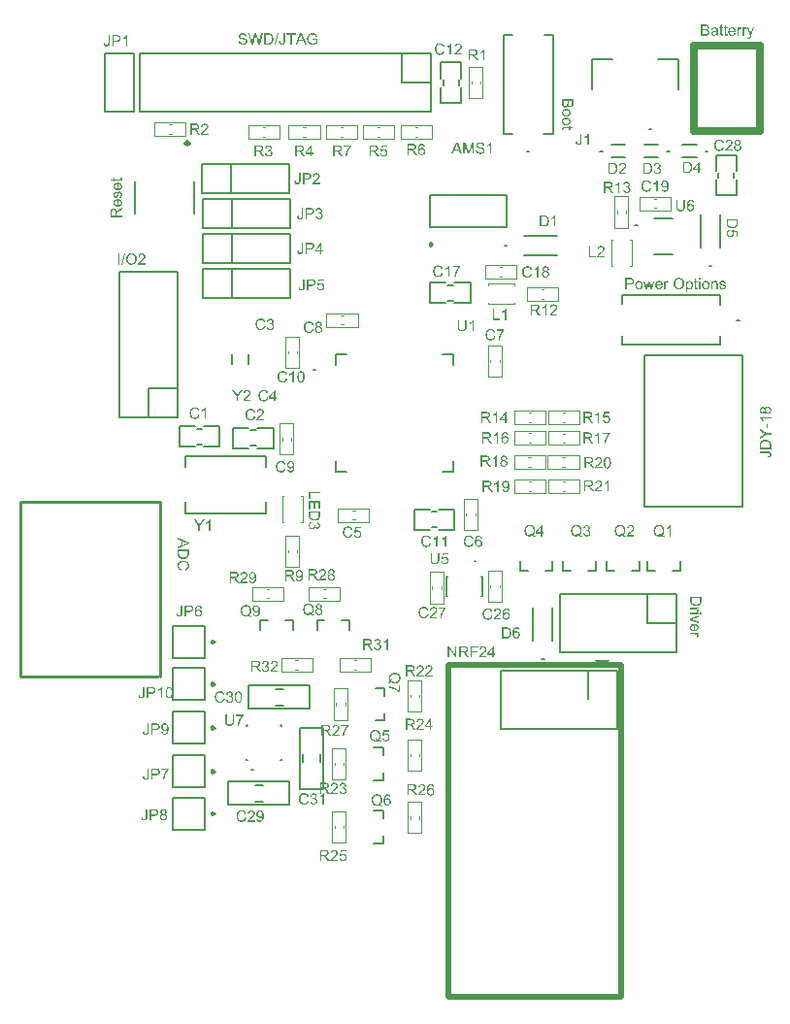
<source format=gto>
G04*
G04 #@! TF.GenerationSoftware,Altium Limited,Altium Designer,20.2.5 (213)*
G04*
G04 Layer_Color=65535*
%FSLAX44Y44*%
%MOMM*%
G71*
G04*
G04 #@! TF.SameCoordinates,7F609293-F3D3-463E-BDB0-6FB79B7CE8D8*
G04*
G04*
G04 #@! TF.FilePolarity,Positive*
G04*
G01*
G75*
%ADD10C,0.2500*%
%ADD11C,0.2000*%
%ADD12C,0.3000*%
%ADD13C,0.5080*%
%ADD14C,0.1778*%
%ADD15C,0.1016*%
%ADD16C,0.1270*%
%ADD17C,0.2032*%
%ADD18C,0.2540*%
%ADD19C,0.6350*%
G36*
X414020Y176911D02*
X420370Y183261D01*
X407670D01*
X414020Y176911D01*
D02*
G37*
G36*
X329991Y480125D02*
X328797D01*
Y487744D01*
X328776Y487723D01*
X328723Y487670D01*
X328628Y487596D01*
X328491Y487490D01*
X328332Y487363D01*
X328131Y487226D01*
X327910Y487078D01*
X327656Y486919D01*
X327645D01*
X327624Y486898D01*
X327593Y486877D01*
X327540Y486856D01*
X327476Y486814D01*
X327402Y486782D01*
X327233Y486687D01*
X327043Y486592D01*
X326832Y486486D01*
X326610Y486391D01*
X326399Y486307D01*
Y487458D01*
X326409Y487469D01*
X326441Y487479D01*
X326494Y487511D01*
X326568Y487543D01*
X326652Y487585D01*
X326758Y487649D01*
X326874Y487712D01*
X326990Y487775D01*
X327265Y487944D01*
X327561Y488145D01*
X327867Y488357D01*
X328153Y488600D01*
X328163Y488610D01*
X328184Y488631D01*
X328227Y488663D01*
X328279Y488716D01*
X328332Y488779D01*
X328406Y488843D01*
X328565Y489022D01*
X328744Y489212D01*
X328924Y489434D01*
X329082Y489667D01*
X329220Y489910D01*
X329991D01*
Y480125D01*
D02*
G37*
G36*
X319625Y481277D02*
X324433D01*
Y480125D01*
X318336D01*
Y489878D01*
X319625D01*
Y481277D01*
D02*
G37*
G36*
X499358Y515321D02*
X498164D01*
Y516684D01*
X499358D01*
Y515321D01*
D02*
G37*
G36*
X490071Y514148D02*
X490155D01*
X490250Y514138D01*
X490345Y514117D01*
X490462Y514096D01*
X490715Y514043D01*
X490979Y513958D01*
X491254Y513842D01*
X491391Y513768D01*
X491518Y513684D01*
X491529D01*
X491550Y513662D01*
X491582Y513631D01*
X491634Y513599D01*
X491761Y513493D01*
X491909Y513345D01*
X492078Y513155D01*
X492258Y512933D01*
X492416Y512669D01*
X492564Y512373D01*
Y512363D01*
X492575Y512331D01*
X492596Y512289D01*
X492617Y512225D01*
X492649Y512151D01*
X492681Y512056D01*
X492712Y511940D01*
X492744Y511824D01*
X492776Y511687D01*
X492807Y511549D01*
X492871Y511232D01*
X492913Y510883D01*
X492924Y510514D01*
Y510503D01*
Y510461D01*
Y510408D01*
X492913Y510334D01*
Y510239D01*
X492902Y510123D01*
X492892Y509996D01*
X492871Y509859D01*
X492828Y509563D01*
X492755Y509235D01*
X492659Y508897D01*
X492533Y508559D01*
Y508548D01*
X492511Y508517D01*
X492490Y508474D01*
X492459Y508421D01*
X492416Y508348D01*
X492374Y508263D01*
X492247Y508073D01*
X492089Y507851D01*
X491888Y507629D01*
X491666Y507418D01*
X491402Y507227D01*
X491391D01*
X491370Y507206D01*
X491328Y507185D01*
X491275Y507154D01*
X491201Y507122D01*
X491127Y507080D01*
X491032Y507048D01*
X490927Y507006D01*
X490694Y506921D01*
X490430Y506847D01*
X490145Y506794D01*
X489997Y506784D01*
X489838Y506773D01*
X489733D01*
X489627Y506784D01*
X489479Y506805D01*
X489310Y506837D01*
X489130Y506879D01*
X488940Y506932D01*
X488760Y507016D01*
X488739Y507027D01*
X488686Y507058D01*
X488591Y507122D01*
X488486Y507196D01*
X488359Y507280D01*
X488232Y507397D01*
X488105Y507523D01*
X487989Y507661D01*
Y504227D01*
X486795D01*
Y514001D01*
X487883D01*
Y513081D01*
X487905Y513092D01*
X487947Y513155D01*
X488031Y513261D01*
X488137Y513377D01*
X488264Y513504D01*
X488412Y513641D01*
X488570Y513768D01*
X488750Y513884D01*
X488760D01*
X488771Y513895D01*
X488834Y513927D01*
X488940Y513969D01*
X489077Y514022D01*
X489246Y514075D01*
X489447Y514117D01*
X489680Y514148D01*
X489923Y514159D01*
X490007D01*
X490071Y514148D01*
D02*
G37*
G36*
X512239D02*
X512302D01*
X512461Y514127D01*
X512640Y514106D01*
X512841Y514064D01*
X513042Y514001D01*
X513243Y513927D01*
X513253D01*
X513264Y513916D01*
X513327Y513884D01*
X513422Y513831D01*
X513549Y513768D01*
X513676Y513673D01*
X513813Y513578D01*
X513940Y513462D01*
X514046Y513324D01*
X514056Y513303D01*
X514088Y513261D01*
X514130Y513176D01*
X514194Y513071D01*
X514257Y512944D01*
X514310Y512796D01*
X514373Y512627D01*
X514416Y512437D01*
Y512426D01*
X514426Y512373D01*
X514437Y512289D01*
X514458Y512173D01*
X514468Y512014D01*
Y511919D01*
X514479Y511813D01*
Y511697D01*
X514490Y511560D01*
Y511422D01*
Y511274D01*
Y506932D01*
X513296D01*
Y511232D01*
Y511243D01*
Y511264D01*
Y511306D01*
Y511348D01*
Y511412D01*
X513285Y511486D01*
X513274Y511644D01*
X513264Y511824D01*
X513232Y512003D01*
X513200Y512173D01*
X513148Y512320D01*
X513137Y512342D01*
X513116Y512384D01*
X513084Y512447D01*
X513031Y512532D01*
X512968Y512627D01*
X512883Y512722D01*
X512778Y512817D01*
X512651Y512902D01*
X512640Y512912D01*
X512588Y512933D01*
X512514Y512976D01*
X512419Y513018D01*
X512292Y513050D01*
X512154Y513092D01*
X511996Y513113D01*
X511816Y513124D01*
X511742D01*
X511689Y513113D01*
X511626D01*
X511541Y513102D01*
X511362Y513060D01*
X511161Y513007D01*
X510939Y512923D01*
X510717Y512796D01*
X510601Y512722D01*
X510495Y512637D01*
X510485Y512627D01*
X510474Y512616D01*
X510443Y512585D01*
X510411Y512542D01*
X510369Y512479D01*
X510326Y512416D01*
X510274Y512331D01*
X510221Y512225D01*
X510168Y512109D01*
X510115Y511972D01*
X510073Y511824D01*
X510031Y511655D01*
X509999Y511465D01*
X509967Y511264D01*
X509957Y511031D01*
X509946Y510788D01*
Y506932D01*
X508752D01*
Y514001D01*
X509830D01*
Y512986D01*
X509840Y512997D01*
X509861Y513039D01*
X509914Y513092D01*
X509978Y513166D01*
X510052Y513261D01*
X510147Y513356D01*
X510263Y513462D01*
X510400Y513578D01*
X510548Y513684D01*
X510717Y513789D01*
X510897Y513884D01*
X511098Y513979D01*
X511320Y514053D01*
X511552Y514106D01*
X511806Y514148D01*
X512070Y514159D01*
X512175D01*
X512239Y514148D01*
D02*
G37*
G36*
X470576D02*
X470628D01*
X470692Y514138D01*
X470850Y514106D01*
X471040Y514064D01*
X471241Y513990D01*
X471474Y513895D01*
X471706Y513768D01*
X471283Y512659D01*
X471262Y512669D01*
X471210Y512701D01*
X471125Y512743D01*
X471009Y512796D01*
X470882Y512838D01*
X470734Y512881D01*
X470576Y512912D01*
X470406Y512923D01*
X470343D01*
X470269Y512912D01*
X470174Y512891D01*
X470058Y512859D01*
X469942Y512817D01*
X469825Y512764D01*
X469699Y512680D01*
X469688Y512669D01*
X469646Y512637D01*
X469593Y512585D01*
X469529Y512511D01*
X469456Y512416D01*
X469382Y512310D01*
X469318Y512173D01*
X469255Y512025D01*
Y512014D01*
X469244Y511993D01*
X469234Y511961D01*
X469223Y511919D01*
X469212Y511856D01*
X469191Y511782D01*
X469160Y511613D01*
X469128Y511401D01*
X469096Y511169D01*
X469075Y510905D01*
X469065Y510630D01*
Y506932D01*
X467871D01*
Y514001D01*
X468948D01*
Y512933D01*
X468969Y512954D01*
X468991Y512997D01*
X469022Y513039D01*
X469096Y513176D01*
X469202Y513324D01*
X469318Y513493D01*
X469445Y513662D01*
X469572Y513800D01*
X469646Y513863D01*
X469709Y513916D01*
X469730Y513927D01*
X469772Y513958D01*
X469846Y513990D01*
X469931Y514043D01*
X470047Y514085D01*
X470174Y514117D01*
X470322Y514148D01*
X470470Y514159D01*
X470533D01*
X470576Y514148D01*
D02*
G37*
G36*
X518864D02*
X518949D01*
X519149Y514127D01*
X519371Y514096D01*
X519625Y514053D01*
X519868Y514001D01*
X520111Y513916D01*
X520121D01*
X520143Y513905D01*
X520174Y513895D01*
X520216Y513874D01*
X520322Y513821D01*
X520470Y513747D01*
X520618Y513652D01*
X520766Y513536D01*
X520914Y513409D01*
X521041Y513261D01*
X521051Y513240D01*
X521093Y513187D01*
X521146Y513092D01*
X521210Y512976D01*
X521284Y512817D01*
X521347Y512627D01*
X521410Y512416D01*
X521463Y512173D01*
X520290Y512014D01*
Y512025D01*
Y512035D01*
X520269Y512099D01*
X520248Y512204D01*
X520206Y512320D01*
X520143Y512458D01*
X520058Y512595D01*
X519952Y512733D01*
X519826Y512859D01*
X519804Y512870D01*
X519752Y512912D01*
X519667Y512965D01*
X519551Y513018D01*
X519392Y513081D01*
X519202Y513124D01*
X518991Y513166D01*
X518737Y513176D01*
X518600D01*
X518536Y513166D01*
X518462D01*
X518283Y513145D01*
X518093Y513113D01*
X517892Y513060D01*
X517712Y512997D01*
X517638Y512954D01*
X517564Y512902D01*
X517554Y512891D01*
X517511Y512849D01*
X517459Y512796D01*
X517395Y512722D01*
X517321Y512627D01*
X517268Y512511D01*
X517226Y512394D01*
X517216Y512257D01*
Y512247D01*
Y512215D01*
X517226Y512173D01*
X517237Y512120D01*
X517279Y511982D01*
X517311Y511908D01*
X517353Y511834D01*
X517364Y511824D01*
X517385Y511803D01*
X517416Y511771D01*
X517469Y511729D01*
X517533Y511676D01*
X517617Y511623D01*
X517712Y511570D01*
X517818Y511517D01*
X517828D01*
X517860Y511507D01*
X517924Y511486D01*
X518019Y511454D01*
X518082Y511433D01*
X518156Y511412D01*
X518241Y511391D01*
X518336Y511359D01*
X518452Y511327D01*
X518579Y511296D01*
X518716Y511253D01*
X518875Y511211D01*
X518885D01*
X518927Y511200D01*
X518991Y511179D01*
X519086Y511158D01*
X519181Y511126D01*
X519297Y511095D01*
X519435Y511053D01*
X519572Y511010D01*
X519868Y510926D01*
X520153Y510831D01*
X520290Y510788D01*
X520417Y510736D01*
X520533Y510693D01*
X520639Y510651D01*
X520650D01*
X520660Y510640D01*
X520724Y510609D01*
X520819Y510566D01*
X520924Y510493D01*
X521051Y510408D01*
X521189Y510302D01*
X521315Y510176D01*
X521432Y510028D01*
X521442Y510006D01*
X521474Y509954D01*
X521527Y509869D01*
X521580Y509742D01*
X521632Y509594D01*
X521685Y509425D01*
X521717Y509225D01*
X521727Y509003D01*
Y508992D01*
Y508971D01*
Y508939D01*
Y508897D01*
X521706Y508781D01*
X521685Y508633D01*
X521643Y508464D01*
X521580Y508274D01*
X521484Y508073D01*
X521368Y507872D01*
Y507861D01*
X521347Y507851D01*
X521305Y507788D01*
X521220Y507692D01*
X521115Y507576D01*
X520967Y507439D01*
X520798Y507301D01*
X520597Y507175D01*
X520364Y507058D01*
X520354D01*
X520333Y507048D01*
X520301Y507037D01*
X520248Y507016D01*
X520185Y506995D01*
X520111Y506963D01*
X520026Y506942D01*
X519931Y506921D01*
X519709Y506868D01*
X519456Y506815D01*
X519181Y506784D01*
X518875Y506773D01*
X518737D01*
X518642Y506784D01*
X518536Y506794D01*
X518399Y506805D01*
X518251Y506815D01*
X518093Y506847D01*
X517755Y506910D01*
X517395Y507006D01*
X517226Y507069D01*
X517057Y507154D01*
X516909Y507238D01*
X516761Y507333D01*
X516751Y507344D01*
X516730Y507365D01*
X516698Y507397D01*
X516645Y507439D01*
X516592Y507502D01*
X516529Y507576D01*
X516455Y507661D01*
X516381Y507756D01*
X516296Y507872D01*
X516222Y507999D01*
X516148Y508136D01*
X516074Y508295D01*
X516011Y508453D01*
X515948Y508633D01*
X515895Y508834D01*
X515853Y509034D01*
X517036Y509225D01*
Y509214D01*
X517047Y509193D01*
Y509161D01*
X517057Y509108D01*
X517068Y509045D01*
X517089Y508982D01*
X517142Y508823D01*
X517216Y508643D01*
X517311Y508453D01*
X517427Y508284D01*
X517585Y508126D01*
X517596D01*
X517607Y508115D01*
X517670Y508073D01*
X517776Y508009D01*
X517924Y507946D01*
X518103Y507872D01*
X518325Y507819D01*
X518579Y507777D01*
X518864Y507756D01*
X518949D01*
X519001Y507766D01*
X519075D01*
X519149Y507777D01*
X519329Y507798D01*
X519530Y507840D01*
X519741Y507893D01*
X519931Y507978D01*
X520100Y508083D01*
X520121Y508094D01*
X520164Y508147D01*
X520227Y508210D01*
X520301Y508305D01*
X520375Y508421D01*
X520438Y508559D01*
X520481Y508707D01*
X520502Y508876D01*
Y508897D01*
Y508939D01*
X520481Y509024D01*
X520460Y509108D01*
X520417Y509214D01*
X520354Y509320D01*
X520259Y509425D01*
X520143Y509520D01*
X520132Y509531D01*
X520090Y509552D01*
X520016Y509584D01*
X519963Y509605D01*
X519899Y509626D01*
X519815Y509658D01*
X519730Y509689D01*
X519635Y509721D01*
X519519Y509753D01*
X519392Y509795D01*
X519244Y509837D01*
X519086Y509880D01*
X518917Y509922D01*
X518906D01*
X518864Y509932D01*
X518790Y509954D01*
X518705Y509975D01*
X518600Y510006D01*
X518473Y510038D01*
X518336Y510080D01*
X518188Y510123D01*
X517892Y510218D01*
X517585Y510313D01*
X517438Y510355D01*
X517311Y510408D01*
X517184Y510461D01*
X517078Y510503D01*
X517068D01*
X517057Y510514D01*
X516994Y510545D01*
X516909Y510598D01*
X516793Y510683D01*
X516666Y510778D01*
X516539Y510883D01*
X516413Y511021D01*
X516307Y511169D01*
X516296Y511190D01*
X516265Y511243D01*
X516222Y511338D01*
X516180Y511454D01*
X516138Y511591D01*
X516096Y511750D01*
X516064Y511930D01*
X516053Y512120D01*
Y512130D01*
Y512141D01*
Y512204D01*
X516064Y512289D01*
X516085Y512405D01*
X516106Y512542D01*
X516138Y512690D01*
X516191Y512849D01*
X516265Y512997D01*
X516275Y513018D01*
X516307Y513060D01*
X516349Y513134D01*
X516423Y513229D01*
X516497Y513335D01*
X516603Y513451D01*
X516719Y513557D01*
X516856Y513662D01*
X516867Y513673D01*
X516909Y513694D01*
X516973Y513736D01*
X517057Y513779D01*
X517163Y513831D01*
X517290Y513895D01*
X517448Y513958D01*
X517617Y514011D01*
X517628D01*
X517638Y514022D01*
X517702Y514032D01*
X517797Y514053D01*
X517934Y514085D01*
X518082Y514117D01*
X518262Y514138D01*
X518452Y514148D01*
X518653Y514159D01*
X518790D01*
X518864Y514148D01*
D02*
G37*
G36*
X457072Y506932D02*
X455846D01*
X454715Y511158D01*
X454441Y512363D01*
X452993Y506932D01*
X451736D01*
X449601Y514001D01*
X450848D01*
X451968Y509911D01*
X452380Y508400D01*
Y508411D01*
X452391Y508443D01*
X452401Y508464D01*
Y508506D01*
X452422Y508559D01*
X452433Y508622D01*
X452454Y508707D01*
X452475Y508802D01*
X452507Y508918D01*
X452549Y509055D01*
X452592Y509214D01*
X452634Y509404D01*
X452687Y509615D01*
X452750Y509848D01*
X453881Y514001D01*
X455096D01*
X456163Y509890D01*
X456512Y508548D01*
X456913Y509911D01*
X458139Y514001D01*
X459301D01*
X457072Y506932D01*
D02*
G37*
G36*
X499358D02*
X498164D01*
Y514001D01*
X499358D01*
Y506932D01*
D02*
G37*
G36*
X438179Y516674D02*
X438422Y516663D01*
X438665Y516642D01*
X438898Y516621D01*
X439014Y516610D01*
X439109Y516589D01*
X439119D01*
X439141Y516579D01*
X439183D01*
X439225Y516568D01*
X439288Y516547D01*
X439362Y516536D01*
X439532Y516484D01*
X439722Y516420D01*
X439922Y516336D01*
X440123Y516241D01*
X440313Y516124D01*
X440324D01*
X440335Y516114D01*
X440398Y516061D01*
X440482Y515987D01*
X440599Y515881D01*
X440715Y515755D01*
X440852Y515586D01*
X440979Y515406D01*
X441095Y515184D01*
Y515173D01*
X441106Y515152D01*
X441127Y515121D01*
X441148Y515078D01*
X441169Y515025D01*
X441190Y514952D01*
X441254Y514793D01*
X441307Y514592D01*
X441359Y514370D01*
X441391Y514117D01*
X441402Y513853D01*
Y513842D01*
Y513800D01*
Y513736D01*
X441391Y513641D01*
X441381Y513536D01*
X441359Y513419D01*
X441338Y513282D01*
X441307Y513124D01*
X441264Y512965D01*
X441212Y512796D01*
X441148Y512627D01*
X441064Y512447D01*
X440979Y512268D01*
X440873Y512088D01*
X440747Y511919D01*
X440609Y511750D01*
X440599Y511739D01*
X440567Y511718D01*
X440525Y511676D01*
X440451Y511613D01*
X440366Y511549D01*
X440250Y511475D01*
X440113Y511401D01*
X439954Y511327D01*
X439764Y511243D01*
X439563Y511169D01*
X439320Y511095D01*
X439067Y511031D01*
X438771Y510979D01*
X438454Y510936D01*
X438116Y510905D01*
X437735Y510894D01*
X435242D01*
Y506932D01*
X433952D01*
Y516684D01*
X437968D01*
X438179Y516674D01*
D02*
G37*
G36*
X495766Y514001D02*
X496981D01*
Y513071D01*
X495766D01*
Y508929D01*
Y508918D01*
Y508908D01*
Y508844D01*
Y508760D01*
X495776Y508654D01*
Y508548D01*
X495798Y508443D01*
X495808Y508348D01*
X495829Y508274D01*
Y508263D01*
X495840Y508252D01*
X495882Y508189D01*
X495946Y508115D01*
X496030Y508041D01*
X496041D01*
X496062Y508031D01*
X496093Y508020D01*
X496136Y507999D01*
X496199Y507988D01*
X496263Y507967D01*
X496347Y507957D01*
X496527D01*
X496590Y507967D01*
X496664D01*
X496759Y507978D01*
X496865Y507988D01*
X496981Y507999D01*
X497140Y506942D01*
X497118D01*
X497055Y506921D01*
X496960Y506910D01*
X496833Y506889D01*
X496696Y506868D01*
X496548Y506858D01*
X496231Y506837D01*
X496125D01*
X496009Y506847D01*
X495861Y506858D01*
X495692Y506889D01*
X495523Y506921D01*
X495364Y506974D01*
X495216Y507037D01*
X495206Y507048D01*
X495164Y507080D01*
X495100Y507122D01*
X495016Y507185D01*
X494931Y507259D01*
X494847Y507354D01*
X494773Y507460D01*
X494709Y507576D01*
X494699Y507597D01*
X494688Y507650D01*
X494678Y507692D01*
X494667Y507745D01*
X494656Y507809D01*
X494646Y507883D01*
X494625Y507967D01*
X494614Y508073D01*
X494604Y508189D01*
X494593Y508316D01*
X494582Y508464D01*
Y508622D01*
X494572Y508802D01*
Y508992D01*
Y513071D01*
X493684D01*
Y514001D01*
X494572D01*
Y515744D01*
X495766Y516463D01*
Y514001D01*
D02*
G37*
G36*
X504177Y514148D02*
X504282D01*
X504409Y514127D01*
X504547Y514106D01*
X504705Y514075D01*
X504885Y514043D01*
X505064Y513990D01*
X505265Y513927D01*
X505455Y513842D01*
X505656Y513758D01*
X505857Y513641D01*
X506047Y513514D01*
X506237Y513367D01*
X506417Y513197D01*
X506427Y513187D01*
X506459Y513155D01*
X506501Y513102D01*
X506565Y513018D01*
X506628Y512923D01*
X506713Y512807D01*
X506797Y512669D01*
X506882Y512511D01*
X506966Y512331D01*
X507051Y512130D01*
X507135Y511919D01*
X507199Y511687D01*
X507262Y511433D01*
X507304Y511158D01*
X507336Y510862D01*
X507347Y510556D01*
Y510545D01*
Y510493D01*
Y510429D01*
X507336Y510334D01*
Y510218D01*
X507326Y510080D01*
X507315Y509932D01*
X507294Y509774D01*
X507252Y509436D01*
X507178Y509077D01*
X507072Y508728D01*
X507009Y508569D01*
X506935Y508411D01*
Y508400D01*
X506913Y508379D01*
X506892Y508337D01*
X506861Y508284D01*
X506818Y508221D01*
X506766Y508136D01*
X506628Y507967D01*
X506459Y507766D01*
X506258Y507566D01*
X506015Y507375D01*
X505741Y507196D01*
X505730D01*
X505709Y507175D01*
X505667Y507154D01*
X505603Y507132D01*
X505529Y507101D01*
X505445Y507058D01*
X505350Y507027D01*
X505233Y506984D01*
X505117Y506942D01*
X504980Y506910D01*
X504695Y506837D01*
X504378Y506794D01*
X504039Y506773D01*
X503976D01*
X503902Y506784D01*
X503796D01*
X503670Y506805D01*
X503522Y506826D01*
X503363Y506858D01*
X503184Y506889D01*
X502993Y506942D01*
X502803Y507006D01*
X502602Y507080D01*
X502402Y507175D01*
X502201Y507280D01*
X502011Y507407D01*
X501820Y507555D01*
X501641Y507724D01*
X501630Y507735D01*
X501599Y507766D01*
X501556Y507819D01*
X501503Y507904D01*
X501429Y507999D01*
X501356Y508115D01*
X501271Y508263D01*
X501186Y508421D01*
X501102Y508612D01*
X501017Y508812D01*
X500943Y509034D01*
X500869Y509277D01*
X500817Y509542D01*
X500774Y509827D01*
X500743Y510133D01*
X500732Y510461D01*
Y510471D01*
Y510482D01*
Y510545D01*
X500743Y510651D01*
X500753Y510778D01*
X500764Y510947D01*
X500785Y511137D01*
X500827Y511338D01*
X500869Y511560D01*
X500922Y511792D01*
X500996Y512035D01*
X501091Y512278D01*
X501186Y512521D01*
X501313Y512754D01*
X501461Y512976D01*
X501630Y513176D01*
X501820Y513367D01*
X501831Y513377D01*
X501863Y513398D01*
X501916Y513441D01*
X501979Y513493D01*
X502074Y513546D01*
X502180Y513620D01*
X502296Y513694D01*
X502444Y513768D01*
X502592Y513842D01*
X502761Y513905D01*
X502940Y513979D01*
X503141Y514032D01*
X503353Y514085D01*
X503564Y514127D01*
X503796Y514148D01*
X504039Y514159D01*
X504103D01*
X504177Y514148D01*
D02*
G37*
G36*
X480846Y516843D02*
X480973Y516832D01*
X481110Y516822D01*
X481258Y516801D01*
X481427Y516769D01*
X481618Y516737D01*
X481808Y516695D01*
X482008Y516642D01*
X482220Y516579D01*
X482431Y516505D01*
X482642Y516420D01*
X482843Y516325D01*
X483055Y516209D01*
X483065Y516198D01*
X483107Y516177D01*
X483160Y516146D01*
X483234Y516093D01*
X483329Y516029D01*
X483424Y515945D01*
X483541Y515850D01*
X483667Y515744D01*
X483805Y515617D01*
X483942Y515480D01*
X484079Y515332D01*
X484217Y515173D01*
X484344Y515004D01*
X484481Y514814D01*
X484597Y514613D01*
X484713Y514402D01*
X484724Y514392D01*
X484735Y514349D01*
X484766Y514286D01*
X484798Y514201D01*
X484851Y514096D01*
X484893Y513958D01*
X484946Y513810D01*
X484999Y513641D01*
X485052Y513462D01*
X485104Y513261D01*
X485157Y513039D01*
X485200Y512817D01*
X485231Y512574D01*
X485263Y512320D01*
X485274Y512067D01*
X485284Y511792D01*
Y511771D01*
Y511729D01*
Y511644D01*
X485274Y511539D01*
X485263Y511412D01*
X485252Y511264D01*
X485231Y511095D01*
X485210Y510905D01*
X485178Y510704D01*
X485136Y510493D01*
X485094Y510271D01*
X485030Y510049D01*
X484957Y509816D01*
X484883Y509594D01*
X484787Y509362D01*
X484682Y509140D01*
X484671Y509129D01*
X484650Y509087D01*
X484618Y509024D01*
X484576Y508950D01*
X484513Y508855D01*
X484439Y508738D01*
X484344Y508612D01*
X484249Y508474D01*
X484132Y508337D01*
X484006Y508189D01*
X483858Y508041D01*
X483710Y507893D01*
X483551Y507756D01*
X483372Y507618D01*
X483181Y507481D01*
X482980Y507365D01*
X482970Y507354D01*
X482928Y507344D01*
X482875Y507312D01*
X482790Y507270D01*
X482685Y507227D01*
X482569Y507175D01*
X482431Y507122D01*
X482273Y507069D01*
X482104Y507016D01*
X481924Y506963D01*
X481723Y506910D01*
X481522Y506868D01*
X481079Y506794D01*
X480846Y506784D01*
X480614Y506773D01*
X480476D01*
X480381Y506784D01*
X480265Y506794D01*
X480117Y506805D01*
X479969Y506826D01*
X479790Y506858D01*
X479610Y506889D01*
X479409Y506932D01*
X479208Y506984D01*
X478997Y507048D01*
X478786Y507122D01*
X478574Y507217D01*
X478363Y507312D01*
X478152Y507428D01*
X478141Y507439D01*
X478109Y507460D01*
X478046Y507502D01*
X477972Y507555D01*
X477887Y507618D01*
X477782Y507703D01*
X477666Y507798D01*
X477539Y507904D01*
X477402Y508031D01*
X477275Y508168D01*
X477137Y508316D01*
X477000Y508474D01*
X476863Y508654D01*
X476736Y508834D01*
X476620Y509034D01*
X476503Y509246D01*
X476493Y509256D01*
X476482Y509298D01*
X476451Y509362D01*
X476419Y509446D01*
X476376Y509552D01*
X476334Y509679D01*
X476281Y509816D01*
X476229Y509985D01*
X476176Y510154D01*
X476123Y510345D01*
X476081Y510545D01*
X476038Y510757D01*
X475975Y511200D01*
X475965Y511443D01*
X475954Y511676D01*
Y511687D01*
Y511708D01*
Y511739D01*
Y511782D01*
X475965Y511845D01*
Y511908D01*
X475975Y512077D01*
X475996Y512278D01*
X476028Y512521D01*
X476060Y512775D01*
X476112Y513060D01*
X476186Y513367D01*
X476271Y513673D01*
X476376Y513990D01*
X476503Y514307D01*
X476651Y514624D01*
X476820Y514920D01*
X477021Y515216D01*
X477254Y515480D01*
X477264Y515490D01*
X477317Y515543D01*
X477391Y515607D01*
X477486Y515691D01*
X477623Y515797D01*
X477771Y515913D01*
X477951Y516040D01*
X478162Y516167D01*
X478395Y516293D01*
X478648Y516420D01*
X478923Y516536D01*
X479230Y516642D01*
X479547Y516727D01*
X479885Y516790D01*
X480244Y516843D01*
X480624Y516853D01*
X480751D01*
X480846Y516843D01*
D02*
G37*
G36*
X463338Y514148D02*
X463433D01*
X463559Y514127D01*
X463697Y514106D01*
X463855Y514075D01*
X464024Y514043D01*
X464204Y513990D01*
X464384Y513927D01*
X464584Y513842D01*
X464775Y513747D01*
X464965Y513641D01*
X465155Y513504D01*
X465345Y513356D01*
X465514Y513187D01*
X465525Y513176D01*
X465556Y513145D01*
X465599Y513092D01*
X465652Y513007D01*
X465726Y512912D01*
X465800Y512796D01*
X465884Y512648D01*
X465969Y512490D01*
X466043Y512310D01*
X466127Y512109D01*
X466201Y511887D01*
X466275Y511644D01*
X466328Y511380D01*
X466370Y511095D01*
X466402Y510799D01*
X466412Y510482D01*
Y510461D01*
Y510408D01*
Y510302D01*
X466402Y510165D01*
X461129D01*
Y510154D01*
Y510112D01*
X461140Y510049D01*
X461150Y509975D01*
X461161Y509869D01*
X461182Y509763D01*
X461203Y509637D01*
X461235Y509499D01*
X461319Y509214D01*
X461436Y508908D01*
X461510Y508770D01*
X461584Y508622D01*
X461679Y508495D01*
X461784Y508369D01*
X461795Y508358D01*
X461816Y508348D01*
X461848Y508316D01*
X461890Y508274D01*
X461953Y508231D01*
X462017Y508178D01*
X462101Y508115D01*
X462196Y508062D01*
X462408Y507946D01*
X462661Y507851D01*
X462799Y507809D01*
X462947Y507788D01*
X463105Y507766D01*
X463264Y507756D01*
X463327D01*
X463369Y507766D01*
X463496Y507777D01*
X463655Y507798D01*
X463824Y507840D01*
X464014Y507904D01*
X464204Y507978D01*
X464384Y508094D01*
X464394D01*
X464405Y508115D01*
X464458Y508157D01*
X464542Y508242D01*
X464648Y508369D01*
X464764Y508517D01*
X464891Y508717D01*
X465018Y508950D01*
X465123Y509214D01*
X466370Y509055D01*
Y509045D01*
X466360Y509003D01*
X466339Y508950D01*
X466307Y508876D01*
X466275Y508781D01*
X466233Y508675D01*
X466180Y508559D01*
X466127Y508432D01*
X465979Y508168D01*
X465789Y507883D01*
X465673Y507745D01*
X465556Y507608D01*
X465430Y507481D01*
X465282Y507365D01*
X465271Y507354D01*
X465250Y507344D01*
X465197Y507312D01*
X465145Y507270D01*
X465060Y507227D01*
X464965Y507175D01*
X464859Y507122D01*
X464732Y507069D01*
X464595Y507016D01*
X464436Y506963D01*
X464278Y506910D01*
X464098Y506868D01*
X463908Y506826D01*
X463707Y506794D01*
X463485Y506784D01*
X463264Y506773D01*
X463200D01*
X463116Y506784D01*
X463010D01*
X462873Y506805D01*
X462725Y506826D01*
X462556Y506858D01*
X462376Y506889D01*
X462186Y506942D01*
X461985Y507006D01*
X461774Y507080D01*
X461573Y507175D01*
X461362Y507280D01*
X461171Y507407D01*
X460981Y507555D01*
X460802Y507724D01*
X460791Y507735D01*
X460759Y507766D01*
X460717Y507819D01*
X460664Y507904D01*
X460590Y507999D01*
X460516Y508115D01*
X460432Y508252D01*
X460358Y508411D01*
X460273Y508591D01*
X460189Y508791D01*
X460115Y509013D01*
X460041Y509256D01*
X459988Y509510D01*
X459946Y509785D01*
X459914Y510080D01*
X459903Y510397D01*
Y510419D01*
Y510471D01*
X459914Y510566D01*
Y510693D01*
X459935Y510841D01*
X459956Y511010D01*
X459977Y511211D01*
X460020Y511412D01*
X460062Y511634D01*
X460125Y511856D01*
X460199Y512088D01*
X460284Y512320D01*
X460390Y512542D01*
X460516Y512764D01*
X460654Y512976D01*
X460812Y513166D01*
X460823Y513176D01*
X460854Y513208D01*
X460907Y513261D01*
X460981Y513324D01*
X461066Y513398D01*
X461182Y513483D01*
X461309Y513567D01*
X461457Y513662D01*
X461615Y513758D01*
X461795Y513842D01*
X461996Y513927D01*
X462207Y514001D01*
X462439Y514064D01*
X462672Y514117D01*
X462936Y514148D01*
X463200Y514159D01*
X463264D01*
X463338Y514148D01*
D02*
G37*
G36*
X445892D02*
X445998D01*
X446125Y514127D01*
X446262Y514106D01*
X446421Y514075D01*
X446600Y514043D01*
X446780Y513990D01*
X446981Y513927D01*
X447171Y513842D01*
X447372Y513758D01*
X447573Y513641D01*
X447763Y513514D01*
X447953Y513367D01*
X448133Y513197D01*
X448143Y513187D01*
X448175Y513155D01*
X448217Y513102D01*
X448280Y513018D01*
X448344Y512923D01*
X448428Y512807D01*
X448513Y512669D01*
X448597Y512511D01*
X448682Y512331D01*
X448767Y512130D01*
X448851Y511919D01*
X448914Y511687D01*
X448978Y511433D01*
X449020Y511158D01*
X449052Y510862D01*
X449062Y510556D01*
Y510545D01*
Y510493D01*
Y510429D01*
X449052Y510334D01*
Y510218D01*
X449041Y510080D01*
X449031Y509932D01*
X449010Y509774D01*
X448967Y509436D01*
X448893Y509077D01*
X448788Y508728D01*
X448724Y508569D01*
X448650Y508411D01*
Y508400D01*
X448629Y508379D01*
X448608Y508337D01*
X448576Y508284D01*
X448534Y508221D01*
X448481Y508136D01*
X448344Y507967D01*
X448175Y507766D01*
X447974Y507566D01*
X447731Y507375D01*
X447456Y507196D01*
X447446D01*
X447425Y507175D01*
X447382Y507154D01*
X447319Y507132D01*
X447245Y507101D01*
X447160Y507058D01*
X447065Y507027D01*
X446949Y506984D01*
X446833Y506942D01*
X446696Y506910D01*
X446410Y506837D01*
X446093Y506794D01*
X445755Y506773D01*
X445692D01*
X445618Y506784D01*
X445512D01*
X445385Y506805D01*
X445237Y506826D01*
X445079Y506858D01*
X444899Y506889D01*
X444709Y506942D01*
X444519Y507006D01*
X444318Y507080D01*
X444117Y507175D01*
X443917Y507280D01*
X443726Y507407D01*
X443536Y507555D01*
X443357Y507724D01*
X443346Y507735D01*
X443314Y507766D01*
X443272Y507819D01*
X443219Y507904D01*
X443145Y507999D01*
X443071Y508115D01*
X442987Y508263D01*
X442902Y508421D01*
X442818Y508612D01*
X442733Y508812D01*
X442659Y509034D01*
X442585Y509277D01*
X442532Y509542D01*
X442490Y509827D01*
X442458Y510133D01*
X442448Y510461D01*
Y510471D01*
Y510482D01*
Y510545D01*
X442458Y510651D01*
X442469Y510778D01*
X442480Y510947D01*
X442501Y511137D01*
X442543Y511338D01*
X442585Y511560D01*
X442638Y511792D01*
X442712Y512035D01*
X442807Y512278D01*
X442902Y512521D01*
X443029Y512754D01*
X443177Y512976D01*
X443346Y513176D01*
X443536Y513367D01*
X443547Y513377D01*
X443578Y513398D01*
X443631Y513441D01*
X443695Y513493D01*
X443790Y513546D01*
X443895Y513620D01*
X444012Y513694D01*
X444160Y513768D01*
X444308Y513842D01*
X444477Y513905D01*
X444656Y513979D01*
X444857Y514032D01*
X445068Y514085D01*
X445280Y514127D01*
X445512Y514148D01*
X445755Y514159D01*
X445818D01*
X445892Y514148D01*
D02*
G37*
G36*
X149461Y261930D02*
X149545D01*
X149641Y261909D01*
X149757Y261899D01*
X149873Y261877D01*
X150148Y261814D01*
X150433Y261719D01*
X150581Y261666D01*
X150739Y261592D01*
X150887Y261518D01*
X151035Y261423D01*
X151046Y261413D01*
X151067Y261402D01*
X151109Y261370D01*
X151162Y261328D01*
X151236Y261275D01*
X151310Y261212D01*
X151395Y261138D01*
X151479Y261053D01*
X151574Y260958D01*
X151680Y260842D01*
X151775Y260726D01*
X151881Y260599D01*
X151976Y260451D01*
X152071Y260303D01*
X152155Y260134D01*
X152240Y259965D01*
Y259954D01*
X152261Y259923D01*
X152282Y259870D01*
X152303Y259785D01*
X152335Y259690D01*
X152367Y259574D01*
X152409Y259437D01*
X152451Y259268D01*
X152483Y259088D01*
X152525Y258887D01*
X152557Y258655D01*
X152589Y258412D01*
X152610Y258148D01*
X152631Y257862D01*
X152652Y257556D01*
Y257228D01*
Y257207D01*
Y257144D01*
Y257049D01*
X152641Y256922D01*
Y256763D01*
X152631Y256573D01*
X152620Y256372D01*
X152599Y256150D01*
X152578Y255918D01*
X152557Y255675D01*
X152483Y255178D01*
X152377Y254692D01*
X152314Y254471D01*
X152240Y254249D01*
Y254238D01*
X152219Y254196D01*
X152198Y254143D01*
X152166Y254069D01*
X152124Y253974D01*
X152071Y253868D01*
X152007Y253752D01*
X151944Y253625D01*
X151775Y253361D01*
X151564Y253076D01*
X151321Y252812D01*
X151183Y252685D01*
X151035Y252568D01*
X151025Y252558D01*
X151004Y252547D01*
X150951Y252516D01*
X150898Y252484D01*
X150813Y252442D01*
X150729Y252389D01*
X150623Y252336D01*
X150496Y252283D01*
X150370Y252230D01*
X150222Y252178D01*
X150074Y252135D01*
X149905Y252083D01*
X149545Y252019D01*
X149355Y252008D01*
X149155Y251998D01*
X149049D01*
X148964Y252008D01*
X148869Y252019D01*
X148753Y252030D01*
X148626Y252051D01*
X148489Y252083D01*
X148193Y252156D01*
X148045Y252209D01*
X147886Y252262D01*
X147728Y252336D01*
X147570Y252421D01*
X147422Y252516D01*
X147284Y252632D01*
X147274Y252642D01*
X147253Y252664D01*
X147221Y252695D01*
X147168Y252748D01*
X147115Y252812D01*
X147052Y252896D01*
X146978Y252991D01*
X146904Y253097D01*
X146830Y253213D01*
X146756Y253350D01*
X146692Y253498D01*
X146619Y253657D01*
X146555Y253826D01*
X146502Y254006D01*
X146460Y254206D01*
X146428Y254418D01*
X147580Y254513D01*
Y254502D01*
X147591Y254481D01*
Y254439D01*
X147612Y254375D01*
X147622Y254312D01*
X147643Y254238D01*
X147696Y254058D01*
X147770Y253868D01*
X147865Y253678D01*
X147992Y253498D01*
X148056Y253414D01*
X148130Y253340D01*
X148151Y253329D01*
X148203Y253287D01*
X148299Y253224D01*
X148415Y253160D01*
X148573Y253097D01*
X148753Y253033D01*
X148954Y252991D01*
X149186Y252981D01*
X149281D01*
X149387Y252991D01*
X149514Y253012D01*
X149662Y253044D01*
X149820Y253086D01*
X149989Y253139D01*
X150148Y253224D01*
X150169Y253234D01*
X150222Y253266D01*
X150296Y253329D01*
X150391Y253403D01*
X150496Y253498D01*
X150613Y253615D01*
X150729Y253752D01*
X150835Y253900D01*
X150845Y253921D01*
X150877Y253974D01*
X150930Y254069D01*
X150993Y254206D01*
X151056Y254365D01*
X151130Y254555D01*
X151204Y254788D01*
X151278Y255041D01*
Y255052D01*
X151289Y255073D01*
X151299Y255115D01*
X151310Y255168D01*
X151321Y255231D01*
X151331Y255305D01*
X151352Y255400D01*
X151373Y255495D01*
X151405Y255717D01*
X151426Y255960D01*
X151447Y256224D01*
X151458Y256499D01*
Y256520D01*
Y256563D01*
Y256637D01*
Y256732D01*
X151437Y256721D01*
X151426Y256689D01*
X151395Y256647D01*
X151310Y256542D01*
X151204Y256415D01*
X151056Y256267D01*
X150887Y256108D01*
X150697Y255960D01*
X150475Y255812D01*
X150465D01*
X150444Y255802D01*
X150412Y255781D01*
X150370Y255760D01*
X150306Y255728D01*
X150243Y255707D01*
X150074Y255643D01*
X149873Y255569D01*
X149641Y255516D01*
X149387Y255474D01*
X149123Y255464D01*
X149070D01*
X149007Y255474D01*
X148922D01*
X148816Y255495D01*
X148700Y255506D01*
X148563Y255538D01*
X148415Y255569D01*
X148256Y255622D01*
X148098Y255675D01*
X147929Y255749D01*
X147760Y255833D01*
X147580Y255929D01*
X147411Y256045D01*
X147242Y256182D01*
X147084Y256330D01*
X147073Y256341D01*
X147052Y256372D01*
X147009Y256425D01*
X146957Y256489D01*
X146893Y256573D01*
X146819Y256679D01*
X146745Y256806D01*
X146671Y256954D01*
X146587Y257101D01*
X146513Y257281D01*
X146439Y257471D01*
X146376Y257672D01*
X146323Y257894D01*
X146280Y258137D01*
X146259Y258380D01*
X146249Y258644D01*
Y258665D01*
Y258708D01*
X146259Y258792D01*
Y258887D01*
X146280Y259014D01*
X146291Y259162D01*
X146323Y259320D01*
X146354Y259500D01*
X146407Y259680D01*
X146460Y259881D01*
X146534Y260081D01*
X146619Y260271D01*
X146714Y260472D01*
X146830Y260673D01*
X146967Y260853D01*
X147115Y261032D01*
X147126Y261043D01*
X147157Y261075D01*
X147210Y261117D01*
X147274Y261170D01*
X147358Y261243D01*
X147464Y261318D01*
X147580Y261402D01*
X147718Y261486D01*
X147865Y261571D01*
X148034Y261656D01*
X148214Y261730D01*
X148404Y261803D01*
X148616Y261856D01*
X148837Y261899D01*
X149059Y261930D01*
X149302Y261941D01*
X149397D01*
X149461Y261930D01*
D02*
G37*
G36*
X141557Y261899D02*
X141673D01*
X141811Y261888D01*
X141969Y261877D01*
X142286Y261846D01*
X142614Y261793D01*
X142931Y261730D01*
X143068Y261687D01*
X143206Y261645D01*
X143216D01*
X143237Y261635D01*
X143269Y261613D01*
X143322Y261592D01*
X143449Y261529D01*
X143597Y261434D01*
X143776Y261307D01*
X143956Y261138D01*
X144135Y260948D01*
X144294Y260715D01*
Y260705D01*
X144315Y260683D01*
X144336Y260652D01*
X144357Y260599D01*
X144389Y260536D01*
X144421Y260462D01*
X144463Y260377D01*
X144505Y260282D01*
X144579Y260060D01*
X144643Y259817D01*
X144685Y259542D01*
X144706Y259247D01*
Y259236D01*
Y259204D01*
Y259141D01*
X144696Y259077D01*
X144685Y258982D01*
X144674Y258877D01*
X144653Y258760D01*
X144621Y258634D01*
X144537Y258359D01*
X144484Y258211D01*
X144421Y258063D01*
X144347Y257915D01*
X144252Y257767D01*
X144146Y257630D01*
X144030Y257492D01*
X144019Y257482D01*
X143998Y257461D01*
X143956Y257429D01*
X143903Y257376D01*
X143829Y257323D01*
X143744Y257260D01*
X143639Y257186D01*
X143512Y257112D01*
X143375Y257038D01*
X143227Y256964D01*
X143058Y256890D01*
X142867Y256816D01*
X142667Y256753D01*
X142445Y256689D01*
X142202Y256637D01*
X141948Y256594D01*
X141959D01*
X141969Y256584D01*
X142033Y256552D01*
X142128Y256499D01*
X142244Y256436D01*
X142371Y256362D01*
X142498Y256288D01*
X142625Y256193D01*
X142730Y256108D01*
X142741Y256098D01*
X142751Y256087D01*
X142783Y256055D01*
X142825Y256013D01*
X142878Y255960D01*
X142941Y255897D01*
X143079Y255749D01*
X143237Y255559D01*
X143417Y255337D01*
X143607Y255083D01*
X143797Y254809D01*
X145488Y252156D01*
X143871D01*
X142582Y254185D01*
X142572Y254196D01*
X142561Y254227D01*
X142529Y254270D01*
X142487Y254333D01*
X142445Y254407D01*
X142381Y254492D01*
X142255Y254682D01*
X142107Y254904D01*
X141959Y255126D01*
X141800Y255337D01*
X141652Y255527D01*
Y255538D01*
X141631Y255548D01*
X141589Y255601D01*
X141525Y255686D01*
X141431Y255781D01*
X141335Y255886D01*
X141219Y255992D01*
X141103Y256098D01*
X140997Y256172D01*
X140987Y256182D01*
X140944Y256203D01*
X140892Y256235D01*
X140818Y256277D01*
X140723Y256320D01*
X140627Y256362D01*
X140522Y256404D01*
X140406Y256436D01*
X140395D01*
X140363Y256446D01*
X140310Y256457D01*
X140236Y256467D01*
X140131D01*
X140004Y256478D01*
X139856Y256489D01*
X138197D01*
Y252156D01*
X136908D01*
Y261909D01*
X141441D01*
X141557Y261899D01*
D02*
G37*
G36*
X167505Y328631D02*
X158904D01*
Y323823D01*
X157752D01*
Y329920D01*
X167505D01*
Y328631D01*
D02*
G37*
G36*
Y315201D02*
X166353D01*
Y320970D01*
X163374D01*
Y315571D01*
X162222D01*
Y320970D01*
X158904D01*
Y314979D01*
X157752D01*
Y322259D01*
X167505D01*
Y315201D01*
D02*
G37*
G36*
Y309569D02*
X167495Y309463D01*
Y309337D01*
X167484Y309210D01*
X167473Y308925D01*
X167442Y308639D01*
X167410Y308354D01*
X167378Y308227D01*
X167357Y308111D01*
Y308100D01*
X167347Y308069D01*
X167336Y308026D01*
X167315Y307974D01*
X167294Y307900D01*
X167273Y307815D01*
X167199Y307614D01*
X167104Y307392D01*
X166987Y307160D01*
X166839Y306917D01*
X166660Y306684D01*
X166649Y306674D01*
X166628Y306653D01*
X166596Y306611D01*
X166544Y306558D01*
X166480Y306494D01*
X166396Y306420D01*
X166311Y306336D01*
X166205Y306251D01*
X166089Y306156D01*
X165962Y306061D01*
X165825Y305966D01*
X165677Y305871D01*
X165350Y305691D01*
X164990Y305533D01*
X164980D01*
X164948Y305512D01*
X164885Y305501D01*
X164811Y305469D01*
X164715Y305438D01*
X164599Y305406D01*
X164473Y305374D01*
X164325Y305332D01*
X164156Y305300D01*
X163976Y305269D01*
X163786Y305237D01*
X163585Y305205D01*
X163374Y305173D01*
X163152Y305163D01*
X162676Y305142D01*
X162666D01*
X162623D01*
X162571D01*
X162486D01*
X162391Y305152D01*
X162275D01*
X162148Y305163D01*
X162010Y305173D01*
X161704Y305205D01*
X161377Y305258D01*
X161038Y305321D01*
X160700Y305406D01*
X160690D01*
X160658Y305417D01*
X160616Y305438D01*
X160563Y305448D01*
X160489Y305480D01*
X160404Y305512D01*
X160204Y305586D01*
X159982Y305681D01*
X159739Y305797D01*
X159506Y305924D01*
X159284Y306072D01*
X159274D01*
X159263Y306093D01*
X159232Y306114D01*
X159189Y306146D01*
X159094Y306220D01*
X158967Y306336D01*
X158820Y306463D01*
X158672Y306611D01*
X158534Y306780D01*
X158397Y306959D01*
Y306970D01*
X158386Y306980D01*
X158344Y307044D01*
X158291Y307149D01*
X158217Y307287D01*
X158143Y307456D01*
X158059Y307657D01*
X157985Y307889D01*
X157911Y308132D01*
Y308143D01*
X157900Y308164D01*
Y308195D01*
X157890Y308248D01*
X157879Y308312D01*
X157858Y308396D01*
X157847Y308481D01*
X157837Y308576D01*
X157805Y308808D01*
X157773Y309072D01*
X157763Y309368D01*
X157752Y309685D01*
Y313204D01*
X167505D01*
Y309569D01*
D02*
G37*
G36*
X160489Y302648D02*
X160478D01*
X160447Y302638D01*
X160394Y302627D01*
X160320Y302606D01*
X160235Y302585D01*
X160140Y302564D01*
X159918Y302490D01*
X159675Y302395D01*
X159432Y302278D01*
X159211Y302130D01*
X159115Y302046D01*
X159020Y301961D01*
Y301951D01*
X158999Y301940D01*
X158978Y301908D01*
X158946Y301877D01*
X158883Y301771D01*
X158798Y301623D01*
X158714Y301444D01*
X158650Y301243D01*
X158598Y301000D01*
X158576Y300746D01*
Y300662D01*
X158587Y300598D01*
X158598Y300535D01*
X158608Y300440D01*
X158650Y300250D01*
X158714Y300017D01*
X158820Y299774D01*
X158893Y299658D01*
X158967Y299542D01*
X159052Y299425D01*
X159158Y299309D01*
X159168Y299299D01*
X159189Y299288D01*
X159221Y299256D01*
X159263Y299214D01*
X159316Y299172D01*
X159390Y299130D01*
X159464Y299077D01*
X159559Y299013D01*
X159770Y298908D01*
X160014Y298823D01*
X160299Y298749D01*
X160447Y298738D01*
X160605Y298728D01*
X160616D01*
X160637D01*
X160690D01*
X160743Y298738D01*
X160816Y298749D01*
X160891Y298760D01*
X161081Y298791D01*
X161303Y298865D01*
X161525Y298960D01*
X161641Y299024D01*
X161746Y299098D01*
X161852Y299182D01*
X161958Y299277D01*
X161968Y299288D01*
X161979Y299299D01*
X162010Y299330D01*
X162042Y299373D01*
X162085Y299425D01*
X162127Y299489D01*
X162232Y299647D01*
X162327Y299848D01*
X162412Y300081D01*
X162475Y300345D01*
X162486Y300493D01*
X162497Y300641D01*
Y300704D01*
X162486Y300778D01*
Y300873D01*
X162465Y301000D01*
X162444Y301137D01*
X162412Y301306D01*
X162370Y301486D01*
X163416Y301359D01*
Y301338D01*
X163405Y301285D01*
X163395Y301222D01*
Y301084D01*
X163405Y301031D01*
Y300958D01*
X163416Y300884D01*
X163448Y300704D01*
X163490Y300493D01*
X163564Y300260D01*
X163659Y300017D01*
X163796Y299785D01*
Y299774D01*
X163817Y299753D01*
X163839Y299732D01*
X163870Y299690D01*
X163965Y299584D01*
X164103Y299468D01*
X164272Y299362D01*
X164483Y299256D01*
X164599Y299214D01*
X164737Y299193D01*
X164874Y299172D01*
X165022Y299161D01*
X165033D01*
X165054D01*
X165085D01*
X165138Y299172D01*
X165254Y299182D01*
X165413Y299214D01*
X165582Y299267D01*
X165762Y299351D01*
X165952Y299468D01*
X166036Y299531D01*
X166121Y299616D01*
X166142Y299637D01*
X166184Y299700D01*
X166258Y299795D01*
X166343Y299922D01*
X166417Y300091D01*
X166491Y300292D01*
X166533Y300514D01*
X166554Y300767D01*
Y300831D01*
X166544Y300884D01*
Y300947D01*
X166533Y301010D01*
X166501Y301179D01*
X166448Y301359D01*
X166364Y301560D01*
X166258Y301750D01*
X166110Y301940D01*
X166089Y301961D01*
X166026Y302014D01*
X165931Y302099D01*
X165783Y302183D01*
X165603Y302289D01*
X165371Y302384D01*
X165107Y302468D01*
X164800Y302532D01*
X165011Y303726D01*
X165022D01*
X165064Y303715D01*
X165128Y303705D01*
X165212Y303684D01*
X165307Y303652D01*
X165424Y303620D01*
X165550Y303578D01*
X165688Y303525D01*
X165994Y303388D01*
X166142Y303314D01*
X166301Y303219D01*
X166448Y303113D01*
X166596Y302997D01*
X166744Y302870D01*
X166871Y302733D01*
X166882Y302722D01*
X166903Y302701D01*
X166935Y302648D01*
X166977Y302595D01*
X167030Y302511D01*
X167082Y302426D01*
X167146Y302321D01*
X167209Y302194D01*
X167262Y302067D01*
X167325Y301919D01*
X167378Y301761D01*
X167431Y301591D01*
X167473Y301401D01*
X167505Y301211D01*
X167526Y301010D01*
X167537Y300799D01*
Y300662D01*
X167526Y300588D01*
X167516Y300514D01*
X167495Y300313D01*
X167452Y300091D01*
X167389Y299837D01*
X167304Y299584D01*
X167188Y299330D01*
Y299320D01*
X167178Y299299D01*
X167156Y299267D01*
X167125Y299214D01*
X167051Y299098D01*
X166945Y298950D01*
X166808Y298781D01*
X166649Y298612D01*
X166470Y298443D01*
X166258Y298295D01*
X166248D01*
X166237Y298284D01*
X166195Y298263D01*
X166153Y298242D01*
X166100Y298210D01*
X166036Y298179D01*
X165878Y298115D01*
X165688Y298052D01*
X165476Y297988D01*
X165244Y297946D01*
X165001Y297936D01*
X164990D01*
X164969D01*
X164937D01*
X164895D01*
X164768Y297957D01*
X164620Y297978D01*
X164441Y298020D01*
X164251Y298083D01*
X164050Y298168D01*
X163849Y298284D01*
X163839D01*
X163828Y298295D01*
X163765Y298348D01*
X163669Y298422D01*
X163553Y298538D01*
X163416Y298675D01*
X163279Y298855D01*
X163152Y299056D01*
X163025Y299288D01*
Y299277D01*
X163014Y299246D01*
X163004Y299203D01*
X162983Y299140D01*
X162962Y299077D01*
X162930Y298992D01*
X162845Y298791D01*
X162729Y298580D01*
X162592Y298358D01*
X162412Y298136D01*
X162190Y297946D01*
X162180Y297936D01*
X162159Y297925D01*
X162127Y297904D01*
X162074Y297872D01*
X162021Y297830D01*
X161947Y297788D01*
X161863Y297745D01*
X161757Y297703D01*
X161651Y297661D01*
X161535Y297619D01*
X161271Y297534D01*
X160965Y297481D01*
X160795Y297460D01*
X160626D01*
X160616D01*
X160574D01*
X160500Y297471D01*
X160415D01*
X160299Y297492D01*
X160172Y297513D01*
X160035Y297534D01*
X159876Y297576D01*
X159707Y297629D01*
X159538Y297693D01*
X159358Y297766D01*
X159179Y297861D01*
X158989Y297967D01*
X158809Y298094D01*
X158629Y298231D01*
X158460Y298400D01*
X158450Y298411D01*
X158418Y298443D01*
X158376Y298496D01*
X158323Y298570D01*
X158259Y298654D01*
X158186Y298770D01*
X158101Y298897D01*
X158027Y299045D01*
X157942Y299203D01*
X157858Y299383D01*
X157784Y299573D01*
X157721Y299785D01*
X157668Y300007D01*
X157626Y300239D01*
X157594Y300482D01*
X157583Y300746D01*
Y300799D01*
X157594Y300873D01*
Y300958D01*
X157604Y301074D01*
X157626Y301201D01*
X157647Y301338D01*
X157678Y301496D01*
X157721Y301665D01*
X157773Y301835D01*
X157826Y302014D01*
X157900Y302194D01*
X157995Y302373D01*
X158090Y302542D01*
X158207Y302722D01*
X158344Y302881D01*
X158355Y302891D01*
X158376Y302912D01*
X158418Y302955D01*
X158481Y303018D01*
X158555Y303081D01*
X158650Y303155D01*
X158756Y303229D01*
X158883Y303314D01*
X159010Y303398D01*
X159168Y303483D01*
X159327Y303567D01*
X159506Y303641D01*
X159697Y303705D01*
X159897Y303768D01*
X160109Y303810D01*
X160331Y303842D01*
X160489Y302648D01*
D02*
G37*
G36*
X12285Y538094D02*
X12402Y538083D01*
X12539Y538062D01*
X12698Y538041D01*
X12856Y538009D01*
X13036Y537967D01*
X13215Y537914D01*
X13405Y537851D01*
X13585Y537777D01*
X13775Y537682D01*
X13955Y537576D01*
X14124Y537460D01*
X14282Y537323D01*
X14293Y537312D01*
X14314Y537291D01*
X14356Y537238D01*
X14409Y537185D01*
X14473Y537111D01*
X14547Y537016D01*
X14621Y536911D01*
X14695Y536784D01*
X14769Y536657D01*
X14842Y536509D01*
X14916Y536351D01*
X14980Y536181D01*
X15033Y535991D01*
X15075Y535801D01*
X15096Y535600D01*
X15107Y535389D01*
Y535378D01*
Y535368D01*
Y535336D01*
Y535294D01*
X15096Y535178D01*
X15075Y535030D01*
X15043Y534850D01*
X15001Y534660D01*
X14948Y534449D01*
X14864Y534237D01*
Y534227D01*
X14853Y534216D01*
X14842Y534184D01*
X14821Y534142D01*
X14758Y534026D01*
X14674Y533878D01*
X14557Y533698D01*
X14420Y533498D01*
X14261Y533286D01*
X14061Y533054D01*
X14050Y533043D01*
X14039Y533022D01*
X13997Y532990D01*
X13955Y532938D01*
X13892Y532874D01*
X13818Y532800D01*
X13733Y532705D01*
X13627Y532610D01*
X13501Y532494D01*
X13363Y532367D01*
X13215Y532219D01*
X13046Y532071D01*
X12867Y531902D01*
X12666Y531733D01*
X12444Y531543D01*
X12212Y531342D01*
X12201Y531331D01*
X12169Y531300D01*
X12106Y531258D01*
X12042Y531194D01*
X11947Y531120D01*
X11852Y531036D01*
X11630Y530845D01*
X11398Y530645D01*
X11176Y530433D01*
X11070Y530338D01*
X10975Y530254D01*
X10891Y530169D01*
X10827Y530106D01*
X10817Y530095D01*
X10775Y530053D01*
X10722Y529990D01*
X10648Y529905D01*
X10563Y529810D01*
X10479Y529704D01*
X10310Y529472D01*
X15117D01*
Y528320D01*
X8661D01*
Y528341D01*
Y528394D01*
Y528479D01*
X8672Y528584D01*
X8682Y528711D01*
X8714Y528848D01*
X8746Y528996D01*
X8799Y529144D01*
Y529155D01*
X8809Y529176D01*
X8820Y529208D01*
X8841Y529260D01*
X8873Y529313D01*
X8904Y529387D01*
X8989Y529556D01*
X9094Y529757D01*
X9232Y529979D01*
X9390Y530211D01*
X9581Y530444D01*
X9591Y530454D01*
X9602Y530476D01*
X9633Y530507D01*
X9686Y530560D01*
X9739Y530613D01*
X9813Y530687D01*
X9887Y530771D01*
X9982Y530867D01*
X10088Y530972D01*
X10204Y531078D01*
X10331Y531205D01*
X10479Y531331D01*
X10626Y531469D01*
X10796Y531606D01*
X10965Y531754D01*
X11155Y531913D01*
X11176Y531923D01*
X11229Y531976D01*
X11303Y532039D01*
X11408Y532135D01*
X11535Y532240D01*
X11683Y532367D01*
X11852Y532504D01*
X12021Y532663D01*
X12381Y532990D01*
X12729Y533339D01*
X12898Y533508D01*
X13057Y533677D01*
X13194Y533836D01*
X13310Y533984D01*
X13321Y533994D01*
X13332Y534015D01*
X13363Y534058D01*
X13395Y534110D01*
X13448Y534184D01*
X13490Y534258D01*
X13596Y534449D01*
X13701Y534670D01*
X13796Y534913D01*
X13860Y535167D01*
X13870Y535294D01*
X13881Y535421D01*
Y535431D01*
Y535452D01*
Y535495D01*
X13870Y535537D01*
Y535600D01*
X13849Y535674D01*
X13818Y535833D01*
X13754Y536023D01*
X13659Y536224D01*
X13606Y536329D01*
X13532Y536424D01*
X13458Y536520D01*
X13363Y536615D01*
X13353Y536625D01*
X13342Y536636D01*
X13310Y536657D01*
X13268Y536689D01*
X13215Y536731D01*
X13152Y536773D01*
X13004Y536868D01*
X12803Y536953D01*
X12581Y537037D01*
X12317Y537090D01*
X12169Y537111D01*
X11937D01*
X11873Y537101D01*
X11799D01*
X11715Y537080D01*
X11525Y537048D01*
X11303Y536984D01*
X11070Y536889D01*
X10954Y536826D01*
X10838Y536763D01*
X10732Y536678D01*
X10626Y536583D01*
X10616Y536572D01*
X10605Y536562D01*
X10584Y536530D01*
X10542Y536488D01*
X10510Y536435D01*
X10468Y536372D01*
X10415Y536298D01*
X10373Y536213D01*
X10320Y536118D01*
X10278Y536012D01*
X10193Y535759D01*
X10130Y535484D01*
X10119Y535326D01*
X10109Y535157D01*
X8883Y535283D01*
Y535304D01*
X8894Y535347D01*
X8904Y535410D01*
X8915Y535505D01*
X8936Y535621D01*
X8968Y535759D01*
X8999Y535907D01*
X9052Y536065D01*
X9105Y536224D01*
X9168Y536403D01*
X9253Y536572D01*
X9337Y536741D01*
X9443Y536921D01*
X9559Y537080D01*
X9686Y537238D01*
X9834Y537375D01*
X9845Y537386D01*
X9876Y537407D01*
X9919Y537439D01*
X9982Y537492D01*
X10066Y537545D01*
X10172Y537608D01*
X10288Y537671D01*
X10426Y537745D01*
X10574Y537809D01*
X10743Y537872D01*
X10922Y537935D01*
X11123Y537988D01*
X11335Y538041D01*
X11556Y538073D01*
X11799Y538094D01*
X12053Y538105D01*
X12190D01*
X12285Y538094D01*
D02*
G37*
G36*
X-7347Y528320D02*
X-8636D01*
Y538073D01*
X-7347D01*
Y528320D01*
D02*
G37*
G36*
X3209Y538231D02*
X3336Y538221D01*
X3473Y538210D01*
X3621Y538189D01*
X3790Y538157D01*
X3980Y538126D01*
X4171Y538083D01*
X4371Y538031D01*
X4583Y537967D01*
X4794Y537893D01*
X5005Y537809D01*
X5206Y537714D01*
X5417Y537597D01*
X5428Y537587D01*
X5470Y537566D01*
X5523Y537534D01*
X5597Y537481D01*
X5692Y537418D01*
X5787Y537333D01*
X5903Y537238D01*
X6030Y537132D01*
X6168Y537006D01*
X6305Y536868D01*
X6442Y536720D01*
X6580Y536562D01*
X6706Y536393D01*
X6844Y536203D01*
X6960Y536002D01*
X7076Y535790D01*
X7087Y535780D01*
X7097Y535738D01*
X7129Y535674D01*
X7161Y535590D01*
X7214Y535484D01*
X7256Y535347D01*
X7309Y535199D01*
X7362Y535030D01*
X7414Y534850D01*
X7467Y534649D01*
X7520Y534427D01*
X7562Y534206D01*
X7594Y533963D01*
X7626Y533709D01*
X7636Y533455D01*
X7647Y533181D01*
Y533159D01*
Y533117D01*
Y533033D01*
X7636Y532927D01*
X7626Y532800D01*
X7615Y532652D01*
X7594Y532483D01*
X7573Y532293D01*
X7541Y532092D01*
X7499Y531881D01*
X7457Y531659D01*
X7393Y531437D01*
X7319Y531205D01*
X7245Y530983D01*
X7150Y530750D01*
X7045Y530528D01*
X7034Y530518D01*
X7013Y530476D01*
X6981Y530412D01*
X6939Y530338D01*
X6876Y530243D01*
X6801Y530127D01*
X6706Y530000D01*
X6611Y529863D01*
X6495Y529725D01*
X6368Y529577D01*
X6220Y529430D01*
X6072Y529282D01*
X5914Y529144D01*
X5734Y529007D01*
X5544Y528870D01*
X5343Y528753D01*
X5333Y528743D01*
X5290Y528732D01*
X5238Y528700D01*
X5153Y528658D01*
X5048Y528616D01*
X4931Y528563D01*
X4794Y528510D01*
X4635Y528457D01*
X4466Y528405D01*
X4287Y528352D01*
X4086Y528299D01*
X3885Y528257D01*
X3441Y528183D01*
X3209Y528172D01*
X2977Y528162D01*
X2839D01*
X2744Y528172D01*
X2628Y528183D01*
X2480Y528193D01*
X2332Y528214D01*
X2152Y528246D01*
X1973Y528278D01*
X1772Y528320D01*
X1571Y528373D01*
X1360Y528436D01*
X1148Y528510D01*
X937Y528605D01*
X726Y528700D01*
X514Y528817D01*
X504Y528827D01*
X472Y528848D01*
X409Y528891D01*
X335Y528943D01*
X250Y529007D01*
X145Y529091D01*
X28Y529186D01*
X-98Y529292D01*
X-236Y529419D01*
X-362Y529556D01*
X-500Y529704D01*
X-637Y529863D01*
X-775Y530042D01*
X-901Y530222D01*
X-1018Y530423D01*
X-1134Y530634D01*
X-1144Y530645D01*
X-1155Y530687D01*
X-1187Y530750D01*
X-1218Y530835D01*
X-1261Y530941D01*
X-1303Y531067D01*
X-1356Y531205D01*
X-1409Y531374D01*
X-1461Y531543D01*
X-1514Y531733D01*
X-1557Y531934D01*
X-1599Y532145D01*
X-1662Y532589D01*
X-1673Y532832D01*
X-1683Y533064D01*
Y533075D01*
Y533096D01*
Y533128D01*
Y533170D01*
X-1673Y533233D01*
Y533297D01*
X-1662Y533466D01*
X-1641Y533667D01*
X-1609Y533910D01*
X-1578Y534163D01*
X-1525Y534449D01*
X-1451Y534755D01*
X-1366Y535061D01*
X-1261Y535378D01*
X-1134Y535695D01*
X-986Y536012D01*
X-817Y536308D01*
X-616Y536604D01*
X-384Y536868D01*
X-373Y536879D01*
X-320Y536932D01*
X-246Y536995D01*
X-151Y537080D01*
X-14Y537185D01*
X134Y537301D01*
X314Y537428D01*
X525Y537555D01*
X758Y537682D01*
X1011Y537809D01*
X1286Y537925D01*
X1592Y538031D01*
X1909Y538115D01*
X2247Y538178D01*
X2607Y538231D01*
X2987Y538242D01*
X3114D01*
X3209Y538231D01*
D02*
G37*
G36*
X-5160Y528151D02*
X-6121D01*
X-3289Y538231D01*
X-2328D01*
X-5160Y528151D01*
D02*
G37*
G36*
X53131Y285977D02*
Y284582D01*
X43378Y280588D01*
Y282057D01*
X46326Y283187D01*
Y287287D01*
X43378Y288344D01*
Y289707D01*
X53131Y285977D01*
D02*
G37*
G36*
Y275928D02*
X53120Y275823D01*
Y275696D01*
X53110Y275569D01*
X53099Y275284D01*
X53068Y274998D01*
X53036Y274713D01*
X53004Y274586D01*
X52983Y274470D01*
Y274459D01*
X52973Y274428D01*
X52962Y274385D01*
X52941Y274333D01*
X52920Y274259D01*
X52899Y274174D01*
X52825Y273973D01*
X52730Y273751D01*
X52613Y273519D01*
X52465Y273276D01*
X52286Y273043D01*
X52275Y273033D01*
X52254Y273012D01*
X52222Y272969D01*
X52170Y272917D01*
X52106Y272853D01*
X52022Y272779D01*
X51937Y272695D01*
X51831Y272610D01*
X51715Y272515D01*
X51588Y272420D01*
X51451Y272325D01*
X51303Y272230D01*
X50976Y272050D01*
X50616Y271892D01*
X50606D01*
X50574Y271871D01*
X50511Y271860D01*
X50437Y271828D01*
X50342Y271797D01*
X50225Y271765D01*
X50099Y271733D01*
X49951Y271691D01*
X49782Y271659D01*
X49602Y271628D01*
X49412Y271596D01*
X49211Y271564D01*
X49000Y271532D01*
X48778Y271522D01*
X48302Y271501D01*
X48292D01*
X48249D01*
X48197D01*
X48112D01*
X48017Y271511D01*
X47901D01*
X47774Y271522D01*
X47637Y271532D01*
X47330Y271564D01*
X47003Y271617D01*
X46665Y271680D01*
X46326Y271765D01*
X46316D01*
X46284Y271775D01*
X46242Y271797D01*
X46189Y271807D01*
X46115Y271839D01*
X46031Y271871D01*
X45830Y271945D01*
X45608Y272040D01*
X45365Y272156D01*
X45132Y272283D01*
X44910Y272431D01*
X44900D01*
X44889Y272452D01*
X44858Y272473D01*
X44815Y272505D01*
X44720Y272579D01*
X44594Y272695D01*
X44446Y272822D01*
X44298Y272969D01*
X44160Y273139D01*
X44023Y273318D01*
Y273329D01*
X44012Y273339D01*
X43970Y273403D01*
X43917Y273508D01*
X43843Y273646D01*
X43769Y273815D01*
X43685Y274016D01*
X43611Y274248D01*
X43537Y274491D01*
Y274502D01*
X43526Y274523D01*
Y274555D01*
X43516Y274607D01*
X43505Y274671D01*
X43484Y274755D01*
X43473Y274840D01*
X43463Y274935D01*
X43431Y275167D01*
X43400Y275431D01*
X43389Y275727D01*
X43378Y276044D01*
Y279563D01*
X53131D01*
Y275928D01*
D02*
G37*
G36*
X48577Y270085D02*
X48714Y270074D01*
X48873Y270064D01*
X49042Y270043D01*
X49232Y270021D01*
X49433Y269990D01*
X49644Y269958D01*
X50099Y269852D01*
X50320Y269778D01*
X50542Y269704D01*
X50775Y269620D01*
X50986Y269514D01*
X50997Y269504D01*
X51039Y269483D01*
X51092Y269451D01*
X51176Y269409D01*
X51271Y269345D01*
X51377Y269271D01*
X51493Y269187D01*
X51631Y269092D01*
X51757Y268975D01*
X51905Y268859D01*
X52043Y268722D01*
X52191Y268574D01*
X52328Y268415D01*
X52465Y268246D01*
X52592Y268056D01*
X52709Y267866D01*
X52719Y267855D01*
X52730Y267813D01*
X52761Y267760D01*
X52804Y267676D01*
X52846Y267581D01*
X52899Y267454D01*
X52951Y267316D01*
X53004Y267169D01*
X53057Y266999D01*
X53110Y266809D01*
X53163Y266619D01*
X53205Y266408D01*
X53279Y265975D01*
X53290Y265742D01*
X53300Y265499D01*
Y265362D01*
X53290Y265256D01*
X53279Y265129D01*
X53258Y264981D01*
X53237Y264823D01*
X53205Y264643D01*
X53163Y264453D01*
X53120Y264252D01*
X53057Y264051D01*
X52983Y263840D01*
X52899Y263629D01*
X52793Y263428D01*
X52687Y263227D01*
X52550Y263037D01*
X52539Y263027D01*
X52518Y262995D01*
X52476Y262942D01*
X52413Y262879D01*
X52339Y262794D01*
X52243Y262699D01*
X52138Y262604D01*
X52011Y262488D01*
X51874Y262371D01*
X51715Y262255D01*
X51546Y262139D01*
X51356Y262033D01*
X51155Y261917D01*
X50933Y261822D01*
X50701Y261727D01*
X50458Y261642D01*
X50162Y262910D01*
X50173D01*
X50204Y262931D01*
X50268Y262942D01*
X50342Y262974D01*
X50426Y263005D01*
X50521Y263058D01*
X50754Y263164D01*
X51007Y263301D01*
X51271Y263481D01*
X51515Y263671D01*
X51620Y263787D01*
X51715Y263904D01*
X51726Y263914D01*
X51736Y263935D01*
X51757Y263967D01*
X51789Y264020D01*
X51831Y264083D01*
X51874Y264157D01*
X51916Y264242D01*
X51958Y264347D01*
X52000Y264464D01*
X52043Y264580D01*
X52127Y264855D01*
X52180Y265172D01*
X52201Y265341D01*
Y265626D01*
X52191Y265710D01*
X52180Y265805D01*
X52170Y265922D01*
X52159Y266049D01*
X52138Y266175D01*
X52064Y266482D01*
X51969Y266799D01*
X51905Y266957D01*
X51831Y267116D01*
X51747Y267264D01*
X51652Y267412D01*
X51641Y267422D01*
X51631Y267443D01*
X51599Y267486D01*
X51557Y267538D01*
X51504Y267591D01*
X51430Y267665D01*
X51356Y267739D01*
X51271Y267824D01*
X51166Y267908D01*
X51060Y268003D01*
X50817Y268172D01*
X50532Y268331D01*
X50204Y268468D01*
X50194D01*
X50162Y268479D01*
X50109Y268500D01*
X50046Y268510D01*
X49961Y268532D01*
X49866Y268563D01*
X49750Y268584D01*
X49634Y268616D01*
X49496Y268648D01*
X49348Y268669D01*
X49031Y268722D01*
X48693Y268754D01*
X48334Y268764D01*
X48323D01*
X48281D01*
X48218D01*
X48123Y268754D01*
X48017D01*
X47890Y268743D01*
X47753Y268732D01*
X47594Y268722D01*
X47425Y268701D01*
X47256Y268680D01*
X46886Y268616D01*
X46516Y268521D01*
X46157Y268405D01*
X46147D01*
X46115Y268384D01*
X46073Y268363D01*
X46009Y268341D01*
X45925Y268299D01*
X45840Y268246D01*
X45640Y268130D01*
X45407Y267972D01*
X45185Y267781D01*
X44963Y267549D01*
X44868Y267422D01*
X44773Y267285D01*
Y267274D01*
X44752Y267253D01*
X44731Y267211D01*
X44699Y267147D01*
X44667Y267073D01*
X44625Y266989D01*
X44594Y266894D01*
X44551Y266788D01*
X44467Y266545D01*
X44393Y266260D01*
X44340Y265953D01*
X44329Y265795D01*
X44319Y265626D01*
Y265520D01*
X44329Y265446D01*
X44340Y265351D01*
X44350Y265245D01*
X44372Y265119D01*
X44393Y264992D01*
X44467Y264696D01*
X44520Y264548D01*
X44583Y264390D01*
X44657Y264231D01*
X44741Y264083D01*
X44837Y263935D01*
X44942Y263787D01*
X44953Y263777D01*
X44974Y263756D01*
X45005Y263713D01*
X45058Y263661D01*
X45122Y263608D01*
X45206Y263534D01*
X45301Y263460D01*
X45407Y263375D01*
X45534Y263291D01*
X45671Y263206D01*
X45819Y263122D01*
X45988Y263037D01*
X46168Y262963D01*
X46369Y262889D01*
X46580Y262815D01*
X46802Y262762D01*
X46474Y261473D01*
X46453D01*
X46400Y261494D01*
X46326Y261516D01*
X46210Y261558D01*
X46083Y261600D01*
X45925Y261663D01*
X45756Y261727D01*
X45576Y261811D01*
X45375Y261907D01*
X45185Y262012D01*
X44974Y262128D01*
X44773Y262266D01*
X44583Y262414D01*
X44393Y262572D01*
X44213Y262752D01*
X44044Y262942D01*
X44033Y262953D01*
X44012Y262995D01*
X43970Y263048D01*
X43917Y263132D01*
X43854Y263227D01*
X43780Y263354D01*
X43706Y263491D01*
X43632Y263661D01*
X43558Y263840D01*
X43484Y264030D01*
X43410Y264242D01*
X43347Y264474D01*
X43294Y264717D01*
X43252Y264971D01*
X43230Y265235D01*
X43220Y265520D01*
Y265668D01*
X43230Y265784D01*
X43241Y265911D01*
X43252Y266070D01*
X43273Y266239D01*
X43304Y266429D01*
X43336Y266630D01*
X43378Y266841D01*
X43431Y267052D01*
X43484Y267264D01*
X43558Y267486D01*
X43643Y267697D01*
X43738Y267898D01*
X43854Y268088D01*
X43864Y268098D01*
X43885Y268130D01*
X43917Y268183D01*
X43970Y268246D01*
X44044Y268331D01*
X44118Y268426D01*
X44213Y268532D01*
X44329Y268648D01*
X44456Y268764D01*
X44594Y268891D01*
X44741Y269007D01*
X44910Y269134D01*
X45090Y269261D01*
X45280Y269377D01*
X45492Y269483D01*
X45714Y269588D01*
X45724Y269599D01*
X45766Y269609D01*
X45840Y269631D01*
X45925Y269662D01*
X46041Y269704D01*
X46168Y269747D01*
X46326Y269789D01*
X46495Y269842D01*
X46686Y269884D01*
X46886Y269937D01*
X47098Y269979D01*
X47330Y270011D01*
X47816Y270074D01*
X48070Y270085D01*
X48323Y270096D01*
X48344D01*
X48387D01*
X48471D01*
X48577Y270085D01*
D02*
G37*
G36*
X558400Y404475D02*
X558495D01*
X558601Y404454D01*
X558727Y404444D01*
X558865Y404412D01*
X559012Y404380D01*
X559182Y404327D01*
X559351Y404274D01*
X559520Y404201D01*
X559699Y404116D01*
X559879Y404010D01*
X560048Y403894D01*
X560228Y403757D01*
X560386Y403598D01*
X560397Y403588D01*
X560418Y403556D01*
X560460Y403503D01*
X560513Y403440D01*
X560587Y403345D01*
X560650Y403239D01*
X560735Y403112D01*
X560809Y402975D01*
X560883Y402816D01*
X560967Y402637D01*
X561031Y402447D01*
X561094Y402246D01*
X561157Y402024D01*
X561200Y401791D01*
X561221Y401538D01*
X561231Y401274D01*
Y401210D01*
X561221Y401136D01*
Y401031D01*
X561210Y400914D01*
X561189Y400766D01*
X561157Y400608D01*
X561126Y400439D01*
X561084Y400259D01*
X561020Y400069D01*
X560957Y399879D01*
X560872Y399678D01*
X560777Y399488D01*
X560661Y399298D01*
X560534Y399108D01*
X560386Y398938D01*
X560376Y398928D01*
X560344Y398896D01*
X560302Y398854D01*
X560228Y398801D01*
X560143Y398738D01*
X560048Y398664D01*
X559932Y398579D01*
X559795Y398505D01*
X559646Y398421D01*
X559488Y398336D01*
X559308Y398262D01*
X559129Y398199D01*
X558928Y398146D01*
X558706Y398104D01*
X558484Y398072D01*
X558252Y398061D01*
X558241D01*
X558209D01*
X558157D01*
X558093Y398072D01*
X558009D01*
X557914Y398083D01*
X557808Y398104D01*
X557692Y398125D01*
X557449Y398178D01*
X557185Y398262D01*
X556920Y398378D01*
X556794Y398452D01*
X556667Y398537D01*
X556656Y398548D01*
X556635Y398558D01*
X556603Y398590D01*
X556561Y398632D01*
X556508Y398674D01*
X556455Y398738D01*
X556381Y398812D01*
X556318Y398896D01*
X556170Y399086D01*
X556022Y399319D01*
X555896Y399594D01*
X555790Y399911D01*
Y399900D01*
X555779Y399879D01*
X555758Y399837D01*
X555737Y399794D01*
X555716Y399731D01*
X555674Y399657D01*
X555589Y399498D01*
X555483Y399319D01*
X555346Y399139D01*
X555198Y398960D01*
X555018Y398812D01*
X555008D01*
X554997Y398801D01*
X554966Y398780D01*
X554923Y398759D01*
X554818Y398695D01*
X554680Y398632D01*
X554501Y398569D01*
X554289Y398505D01*
X554057Y398463D01*
X553803Y398452D01*
X553793D01*
X553761D01*
X553698Y398463D01*
X553624D01*
X553539Y398474D01*
X553433Y398495D01*
X553317Y398516D01*
X553180Y398548D01*
X553042Y398590D01*
X552905Y398643D01*
X552757Y398695D01*
X552599Y398769D01*
X552451Y398865D01*
X552303Y398960D01*
X552155Y399076D01*
X552018Y399213D01*
X552007Y399224D01*
X551986Y399245D01*
X551954Y399287D01*
X551901Y399351D01*
X551848Y399425D01*
X551785Y399520D01*
X551722Y399625D01*
X551648Y399752D01*
X551584Y399889D01*
X551521Y400048D01*
X551458Y400206D01*
X551405Y400386D01*
X551352Y400587D01*
X551320Y400788D01*
X551299Y401009D01*
X551288Y401242D01*
Y401369D01*
X551299Y401453D01*
X551310Y401559D01*
X551331Y401686D01*
X551352Y401823D01*
X551384Y401982D01*
X551426Y402140D01*
X551468Y402309D01*
X551531Y402478D01*
X551605Y402647D01*
X551690Y402827D01*
X551796Y402985D01*
X551901Y403154D01*
X552039Y403302D01*
X552049Y403313D01*
X552070Y403334D01*
X552113Y403376D01*
X552165Y403429D01*
X552239Y403482D01*
X552324Y403545D01*
X552430Y403619D01*
X552535Y403693D01*
X552662Y403767D01*
X552799Y403841D01*
X552947Y403905D01*
X553106Y403957D01*
X553275Y404010D01*
X553455Y404053D01*
X553645Y404074D01*
X553835Y404084D01*
X553846D01*
X553867D01*
X553898D01*
X553951D01*
X554004Y404074D01*
X554078Y404063D01*
X554236Y404042D01*
X554416Y404000D01*
X554617Y403936D01*
X554818Y403841D01*
X555018Y403725D01*
X555029D01*
X555040Y403704D01*
X555103Y403662D01*
X555187Y403577D01*
X555304Y403461D01*
X555420Y403302D01*
X555557Y403123D01*
X555674Y402901D01*
X555790Y402647D01*
Y402658D01*
X555800Y402690D01*
X555821Y402732D01*
X555843Y402795D01*
X555874Y402869D01*
X555917Y402954D01*
X556022Y403154D01*
X556149Y403376D01*
X556318Y403598D01*
X556508Y403820D01*
X556741Y404010D01*
X556751Y404021D01*
X556772Y404031D01*
X556804Y404053D01*
X556857Y404084D01*
X556920Y404116D01*
X556994Y404158D01*
X557079Y404201D01*
X557174Y404253D01*
X557396Y404338D01*
X557660Y404412D01*
X557956Y404465D01*
X558114Y404486D01*
X558284D01*
X558294D01*
X558336D01*
X558400Y404475D01*
D02*
G37*
G36*
X561073Y393814D02*
X553455D01*
X553476Y393793D01*
X553529Y393740D01*
X553603Y393645D01*
X553708Y393507D01*
X553835Y393349D01*
X553972Y393148D01*
X554120Y392926D01*
X554279Y392673D01*
Y392662D01*
X554300Y392641D01*
X554321Y392609D01*
X554342Y392556D01*
X554384Y392493D01*
X554416Y392419D01*
X554511Y392250D01*
X554606Y392060D01*
X554712Y391848D01*
X554807Y391627D01*
X554892Y391415D01*
X553740D01*
X553729Y391426D01*
X553719Y391457D01*
X553687Y391510D01*
X553655Y391584D01*
X553613Y391669D01*
X553550Y391774D01*
X553486Y391891D01*
X553423Y392007D01*
X553254Y392282D01*
X553053Y392578D01*
X552842Y392884D01*
X552599Y393169D01*
X552588Y393180D01*
X552567Y393201D01*
X552535Y393243D01*
X552482Y393296D01*
X552419Y393349D01*
X552356Y393423D01*
X552176Y393581D01*
X551986Y393761D01*
X551764Y393941D01*
X551531Y394099D01*
X551288Y394236D01*
Y395008D01*
X561073D01*
Y393814D01*
D02*
G37*
G36*
X558146Y385826D02*
X556941D01*
Y389513D01*
X558146D01*
Y385826D01*
D02*
G37*
G36*
X556952Y381398D02*
X561073D01*
Y380109D01*
X556952D01*
X551320Y376348D01*
Y377911D01*
X554268Y379834D01*
X554279Y379845D01*
X554300Y379856D01*
X554353Y379887D01*
X554406Y379930D01*
X554480Y379972D01*
X554575Y380025D01*
X554670Y380088D01*
X554786Y380162D01*
X555029Y380310D01*
X555304Y380479D01*
X555600Y380659D01*
X555906Y380828D01*
X555896Y380838D01*
X555874Y380849D01*
X555832Y380870D01*
X555769Y380912D01*
X555705Y380955D01*
X555621Y380997D01*
X555515Y381060D01*
X555409Y381124D01*
X555293Y381198D01*
X555156Y381282D01*
X554870Y381462D01*
X554543Y381673D01*
X554194Y381895D01*
X551320Y383786D01*
Y385287D01*
X556952Y381398D01*
D02*
G37*
G36*
X556434Y375576D02*
X556551D01*
X556677Y375566D01*
X556815Y375555D01*
X557121Y375523D01*
X557449Y375471D01*
X557787Y375407D01*
X558125Y375323D01*
X558135D01*
X558167Y375312D01*
X558209Y375291D01*
X558262Y375280D01*
X558336Y375249D01*
X558421Y375217D01*
X558622Y375143D01*
X558843Y375048D01*
X559086Y374932D01*
X559319Y374805D01*
X559541Y374657D01*
X559551D01*
X559562Y374636D01*
X559594Y374615D01*
X559636Y374583D01*
X559731Y374509D01*
X559858Y374393D01*
X560006Y374266D01*
X560154Y374118D01*
X560291Y373949D01*
X560428Y373769D01*
Y373759D01*
X560439Y373748D01*
X560481Y373685D01*
X560534Y373579D01*
X560608Y373442D01*
X560682Y373273D01*
X560767Y373072D01*
X560840Y372840D01*
X560914Y372597D01*
Y372586D01*
X560925Y372565D01*
Y372533D01*
X560936Y372480D01*
X560946Y372417D01*
X560967Y372332D01*
X560978Y372248D01*
X560989Y372153D01*
X561020Y371920D01*
X561052Y371656D01*
X561062Y371360D01*
X561073Y371043D01*
Y367525D01*
X551320D01*
Y371159D01*
X551331Y371265D01*
Y371392D01*
X551341Y371519D01*
X551352Y371804D01*
X551384Y372089D01*
X551415Y372375D01*
X551447Y372501D01*
X551468Y372618D01*
Y372628D01*
X551479Y372660D01*
X551489Y372702D01*
X551510Y372755D01*
X551531Y372829D01*
X551553Y372914D01*
X551627Y373114D01*
X551722Y373336D01*
X551838Y373569D01*
X551986Y373812D01*
X552165Y374044D01*
X552176Y374055D01*
X552197Y374076D01*
X552229Y374118D01*
X552282Y374171D01*
X552345Y374234D01*
X552430Y374308D01*
X552514Y374393D01*
X552620Y374477D01*
X552736Y374572D01*
X552863Y374668D01*
X553000Y374763D01*
X553148Y374858D01*
X553476Y375037D01*
X553835Y375196D01*
X553846D01*
X553877Y375217D01*
X553941Y375228D01*
X554015Y375259D01*
X554110Y375291D01*
X554226Y375323D01*
X554353Y375354D01*
X554501Y375397D01*
X554670Y375428D01*
X554849Y375460D01*
X555040Y375492D01*
X555240Y375523D01*
X555452Y375555D01*
X555674Y375566D01*
X556149Y375587D01*
X556160D01*
X556202D01*
X556255D01*
X556339D01*
X556434Y375576D01*
D02*
G37*
G36*
X558273Y365411D02*
X558389D01*
X558526Y365401D01*
X558664Y365380D01*
X558970Y365348D01*
X559287Y365295D01*
X559594Y365221D01*
X559731Y365168D01*
X559868Y365115D01*
X559879D01*
X559900Y365105D01*
X559932Y365084D01*
X559974Y365063D01*
X560101Y364989D01*
X560249Y364883D01*
X560407Y364756D01*
X560576Y364598D01*
X560735Y364397D01*
X560883Y364175D01*
Y364165D01*
X560893Y364143D01*
X560914Y364112D01*
X560936Y364059D01*
X560967Y364006D01*
X560989Y363932D01*
X561020Y363848D01*
X561052Y363752D01*
X561126Y363531D01*
X561179Y363277D01*
X561221Y362992D01*
X561231Y362675D01*
Y362548D01*
X561221Y362463D01*
X561210Y362358D01*
X561189Y362231D01*
X561168Y362094D01*
X561136Y361945D01*
X561105Y361787D01*
X561052Y361628D01*
X560999Y361460D01*
X560925Y361301D01*
X560840Y361132D01*
X560745Y360984D01*
X560629Y360836D01*
X560502Y360699D01*
X560492Y360688D01*
X560471Y360667D01*
X560428Y360635D01*
X560365Y360593D01*
X560291Y360540D01*
X560196Y360487D01*
X560080Y360424D01*
X559953Y360361D01*
X559805Y360308D01*
X559646Y360244D01*
X559467Y360191D01*
X559266Y360139D01*
X559055Y360107D01*
X558822Y360075D01*
X558579Y360054D01*
X558315D01*
X558146Y361216D01*
X558157D01*
X558199D01*
X558252Y361227D01*
X558326D01*
X558421Y361238D01*
X558526Y361248D01*
X558759Y361280D01*
X559012Y361333D01*
X559266Y361407D01*
X559382Y361449D01*
X559499Y361502D01*
X559594Y361565D01*
X559678Y361628D01*
X559699Y361650D01*
X559742Y361702D01*
X559805Y361787D01*
X559879Y361903D01*
X559953Y362051D01*
X560016Y362231D01*
X560059Y362432D01*
X560080Y362664D01*
Y362749D01*
X560069Y362833D01*
X560048Y362949D01*
X560027Y363087D01*
X559985Y363224D01*
X559932Y363361D01*
X559858Y363499D01*
X559847Y363520D01*
X559816Y363562D01*
X559763Y363615D01*
X559699Y363700D01*
X559615Y363773D01*
X559509Y363858D01*
X559393Y363932D01*
X559256Y363995D01*
X559234Y364006D01*
X559182Y364016D01*
X559086Y364038D01*
X558960Y364069D01*
X558791Y364090D01*
X558579Y364112D01*
X558336Y364122D01*
X558188Y364133D01*
X558040D01*
X551320D01*
Y365422D01*
X557966D01*
X557977D01*
X558019D01*
X558083D01*
X558167D01*
X558273Y365411D01*
D02*
G37*
G36*
X96154Y413249D02*
Y409128D01*
X94865D01*
Y413249D01*
X91103Y418881D01*
X92667D01*
X94590Y415933D01*
X94601Y415922D01*
X94612Y415901D01*
X94643Y415848D01*
X94685Y415795D01*
X94728Y415721D01*
X94781Y415626D01*
X94844Y415531D01*
X94918Y415415D01*
X95066Y415172D01*
X95235Y414897D01*
X95415Y414601D01*
X95584Y414295D01*
X95594Y414305D01*
X95605Y414326D01*
X95626Y414369D01*
X95668Y414432D01*
X95710Y414496D01*
X95753Y414580D01*
X95816Y414686D01*
X95879Y414791D01*
X95954Y414908D01*
X96038Y415045D01*
X96218Y415330D01*
X96429Y415658D01*
X96651Y416007D01*
X98542Y418881D01*
X100043D01*
X96154Y413249D01*
D02*
G37*
G36*
X104185Y418902D02*
X104301Y418891D01*
X104438Y418870D01*
X104597Y418849D01*
X104755Y418817D01*
X104935Y418775D01*
X105114Y418722D01*
X105305Y418659D01*
X105484Y418585D01*
X105675Y418490D01*
X105854Y418384D01*
X106023Y418268D01*
X106182Y418130D01*
X106192Y418120D01*
X106214Y418099D01*
X106256Y418046D01*
X106309Y417993D01*
X106372Y417919D01*
X106446Y417824D01*
X106520Y417718D01*
X106594Y417591D01*
X106668Y417465D01*
X106742Y417317D01*
X106816Y417158D01*
X106879Y416989D01*
X106932Y416799D01*
X106974Y416609D01*
X106995Y416408D01*
X107006Y416197D01*
Y416186D01*
Y416175D01*
Y416144D01*
Y416102D01*
X106995Y415985D01*
X106974Y415837D01*
X106943Y415658D01*
X106900Y415468D01*
X106847Y415256D01*
X106763Y415045D01*
Y415034D01*
X106752Y415024D01*
X106742Y414992D01*
X106721Y414950D01*
X106657Y414834D01*
X106573Y414686D01*
X106456Y414506D01*
X106319Y414305D01*
X106161Y414094D01*
X105960Y413862D01*
X105949Y413851D01*
X105939Y413830D01*
X105897Y413798D01*
X105854Y413745D01*
X105791Y413682D01*
X105717Y413608D01*
X105632Y413513D01*
X105527Y413418D01*
X105400Y413302D01*
X105262Y413175D01*
X105114Y413027D01*
X104945Y412879D01*
X104766Y412710D01*
X104565Y412541D01*
X104343Y412351D01*
X104111Y412150D01*
X104100Y412139D01*
X104068Y412108D01*
X104005Y412065D01*
X103942Y412002D01*
X103847Y411928D01*
X103751Y411843D01*
X103530Y411653D01*
X103297Y411452D01*
X103075Y411241D01*
X102970Y411146D01*
X102874Y411061D01*
X102790Y410977D01*
X102726Y410914D01*
X102716Y410903D01*
X102674Y410861D01*
X102621Y410797D01*
X102547Y410713D01*
X102462Y410618D01*
X102378Y410512D01*
X102209Y410280D01*
X107016D01*
Y409128D01*
X100560D01*
Y409149D01*
Y409202D01*
Y409286D01*
X100571Y409392D01*
X100582Y409519D01*
X100613Y409656D01*
X100645Y409804D01*
X100698Y409952D01*
Y409963D01*
X100708Y409984D01*
X100719Y410015D01*
X100740Y410068D01*
X100772Y410121D01*
X100803Y410195D01*
X100888Y410364D01*
X100994Y410565D01*
X101131Y410787D01*
X101290Y411019D01*
X101480Y411252D01*
X101490Y411262D01*
X101501Y411283D01*
X101532Y411315D01*
X101585Y411368D01*
X101638Y411421D01*
X101712Y411495D01*
X101786Y411579D01*
X101881Y411674D01*
X101987Y411780D01*
X102103Y411886D01*
X102230Y412012D01*
X102378Y412139D01*
X102526Y412276D01*
X102695Y412414D01*
X102864Y412562D01*
X103054Y412720D01*
X103075Y412731D01*
X103128Y412784D01*
X103202Y412847D01*
X103308Y412942D01*
X103434Y413048D01*
X103582Y413175D01*
X103751Y413312D01*
X103920Y413470D01*
X104280Y413798D01*
X104628Y414147D01*
X104798Y414316D01*
X104956Y414485D01*
X105093Y414643D01*
X105210Y414791D01*
X105220Y414802D01*
X105231Y414823D01*
X105262Y414865D01*
X105294Y414918D01*
X105347Y414992D01*
X105389Y415066D01*
X105495Y415256D01*
X105601Y415478D01*
X105696Y415721D01*
X105759Y415975D01*
X105770Y416102D01*
X105780Y416228D01*
Y416239D01*
Y416260D01*
Y416302D01*
X105770Y416345D01*
Y416408D01*
X105749Y416482D01*
X105717Y416641D01*
X105653Y416831D01*
X105558Y417031D01*
X105506Y417137D01*
X105431Y417232D01*
X105358Y417327D01*
X105262Y417422D01*
X105252Y417433D01*
X105241Y417444D01*
X105210Y417465D01*
X105167Y417496D01*
X105114Y417539D01*
X105051Y417581D01*
X104903Y417676D01*
X104703Y417761D01*
X104481Y417845D01*
X104216Y417898D01*
X104068Y417919D01*
X103836D01*
X103773Y417908D01*
X103699D01*
X103614Y417887D01*
X103424Y417856D01*
X103202Y417792D01*
X102970Y417697D01*
X102853Y417634D01*
X102737Y417570D01*
X102631Y417486D01*
X102526Y417391D01*
X102515Y417380D01*
X102505Y417369D01*
X102484Y417338D01*
X102441Y417296D01*
X102409Y417243D01*
X102367Y417179D01*
X102315Y417105D01*
X102272Y417021D01*
X102219Y416926D01*
X102177Y416820D01*
X102093Y416567D01*
X102029Y416292D01*
X102019Y416133D01*
X102008Y415964D01*
X100782Y416091D01*
Y416112D01*
X100793Y416154D01*
X100803Y416218D01*
X100814Y416313D01*
X100835Y416429D01*
X100867Y416567D01*
X100899Y416714D01*
X100951Y416873D01*
X101004Y417031D01*
X101068Y417211D01*
X101152Y417380D01*
X101237Y417549D01*
X101342Y417729D01*
X101459Y417887D01*
X101585Y418046D01*
X101733Y418183D01*
X101744Y418194D01*
X101776Y418215D01*
X101818Y418247D01*
X101881Y418299D01*
X101966Y418352D01*
X102071Y418416D01*
X102188Y418479D01*
X102325Y418553D01*
X102473Y418616D01*
X102642Y418680D01*
X102822Y418743D01*
X103022Y418796D01*
X103234Y418849D01*
X103456Y418881D01*
X103699Y418902D01*
X103952Y418912D01*
X104090D01*
X104185Y418902D01*
D02*
G37*
G36*
X62757Y300219D02*
Y296098D01*
X61468D01*
Y300219D01*
X57706Y305851D01*
X59270D01*
X61193Y302903D01*
X61204Y302892D01*
X61214Y302871D01*
X61246Y302818D01*
X61288Y302765D01*
X61331Y302691D01*
X61384Y302596D01*
X61447Y302501D01*
X61521Y302385D01*
X61669Y302142D01*
X61838Y301867D01*
X62017Y301571D01*
X62186Y301265D01*
X62197Y301275D01*
X62208Y301296D01*
X62229Y301339D01*
X62271Y301402D01*
X62313Y301465D01*
X62356Y301550D01*
X62419Y301656D01*
X62482Y301761D01*
X62556Y301878D01*
X62641Y302015D01*
X62821Y302300D01*
X63032Y302628D01*
X63254Y302976D01*
X65145Y305851D01*
X66645D01*
X62757Y300219D01*
D02*
G37*
G36*
X71834Y296098D02*
X70640D01*
Y303716D01*
X70619Y303695D01*
X70566Y303642D01*
X70471Y303568D01*
X70333Y303463D01*
X70175Y303336D01*
X69974Y303198D01*
X69752Y303050D01*
X69499Y302892D01*
X69488D01*
X69467Y302871D01*
X69435Y302850D01*
X69382Y302829D01*
X69319Y302786D01*
X69245Y302755D01*
X69076Y302659D01*
X68886Y302564D01*
X68674Y302459D01*
X68452Y302364D01*
X68241Y302279D01*
Y303431D01*
X68252Y303441D01*
X68283Y303452D01*
X68336Y303484D01*
X68410Y303515D01*
X68495Y303558D01*
X68600Y303621D01*
X68717Y303684D01*
X68833Y303748D01*
X69107Y303917D01*
X69403Y304118D01*
X69710Y304329D01*
X69995Y304572D01*
X70006Y304583D01*
X70027Y304604D01*
X70069Y304635D01*
X70122Y304688D01*
X70175Y304752D01*
X70249Y304815D01*
X70407Y304995D01*
X70587Y305185D01*
X70766Y305407D01*
X70925Y305639D01*
X71062Y305882D01*
X71834D01*
Y296098D01*
D02*
G37*
G36*
X92520Y130134D02*
Y130113D01*
Y130070D01*
Y129996D01*
Y129891D01*
X92509Y129764D01*
X92499Y129627D01*
X92488Y129468D01*
X92478Y129288D01*
X92435Y128919D01*
X92382Y128528D01*
X92298Y128147D01*
X92245Y127968D01*
X92182Y127799D01*
Y127788D01*
X92171Y127756D01*
X92150Y127714D01*
X92118Y127651D01*
X92076Y127577D01*
X92034Y127492D01*
X91907Y127302D01*
X91833Y127186D01*
X91749Y127080D01*
X91643Y126953D01*
X91537Y126837D01*
X91410Y126721D01*
X91284Y126605D01*
X91136Y126499D01*
X90977Y126393D01*
X90967Y126383D01*
X90935Y126372D01*
X90893Y126340D01*
X90819Y126309D01*
X90734Y126266D01*
X90628Y126224D01*
X90512Y126171D01*
X90364Y126129D01*
X90216Y126076D01*
X90047Y126023D01*
X89857Y125981D01*
X89656Y125939D01*
X89434Y125907D01*
X89202Y125876D01*
X88959Y125865D01*
X88705Y125854D01*
X88568D01*
X88473Y125865D01*
X88357D01*
X88230Y125876D01*
X88071Y125897D01*
X87913Y125918D01*
X87554Y125971D01*
X87173Y126055D01*
X86803Y126171D01*
X86624Y126235D01*
X86455Y126319D01*
X86444Y126330D01*
X86412Y126340D01*
X86370Y126372D01*
X86317Y126404D01*
X86243Y126457D01*
X86159Y126520D01*
X86074Y126583D01*
X85979Y126668D01*
X85768Y126858D01*
X85567Y127091D01*
X85377Y127365D01*
X85292Y127524D01*
X85218Y127682D01*
Y127693D01*
X85208Y127725D01*
X85187Y127777D01*
X85166Y127851D01*
X85134Y127936D01*
X85102Y128052D01*
X85070Y128179D01*
X85039Y128327D01*
X84997Y128496D01*
X84965Y128676D01*
X84933Y128876D01*
X84912Y129098D01*
X84880Y129331D01*
X84870Y129584D01*
X84849Y129848D01*
Y130134D01*
Y135766D01*
X86138D01*
Y130134D01*
Y130123D01*
Y130081D01*
Y130017D01*
Y129922D01*
X86148Y129817D01*
Y129700D01*
X86159Y129563D01*
X86169Y129426D01*
X86191Y129119D01*
X86233Y128813D01*
X86296Y128517D01*
X86328Y128380D01*
X86370Y128264D01*
Y128253D01*
X86381Y128242D01*
X86391Y128211D01*
X86412Y128168D01*
X86476Y128052D01*
X86560Y127925D01*
X86666Y127767D01*
X86803Y127619D01*
X86972Y127471D01*
X87173Y127334D01*
X87184D01*
X87205Y127323D01*
X87237Y127302D01*
X87279Y127281D01*
X87332Y127260D01*
X87406Y127239D01*
X87480Y127207D01*
X87564Y127175D01*
X87775Y127122D01*
X88019Y127070D01*
X88293Y127027D01*
X88589Y127017D01*
X88727D01*
X88822Y127027D01*
X88938Y127038D01*
X89075Y127048D01*
X89223Y127070D01*
X89382Y127101D01*
X89709Y127175D01*
X89878Y127228D01*
X90047Y127291D01*
X90206Y127365D01*
X90354Y127450D01*
X90491Y127545D01*
X90618Y127661D01*
X90628Y127672D01*
X90650Y127693D01*
X90671Y127735D01*
X90713Y127788D01*
X90755Y127862D01*
X90808Y127957D01*
X90871Y128073D01*
X90924Y128211D01*
X90977Y128369D01*
X91040Y128549D01*
X91093Y128750D01*
X91136Y128971D01*
X91178Y129225D01*
X91210Y129500D01*
X91220Y129806D01*
X91231Y130134D01*
Y135766D01*
X92520D01*
Y130134D01*
D02*
G37*
G36*
X100571Y134698D02*
X100561Y134688D01*
X100529Y134656D01*
X100476Y134593D01*
X100413Y134519D01*
X100328Y134413D01*
X100223Y134297D01*
X100117Y134159D01*
X99990Y134001D01*
X99853Y133821D01*
X99705Y133621D01*
X99546Y133399D01*
X99388Y133166D01*
X99229Y132923D01*
X99060Y132649D01*
X98881Y132363D01*
X98712Y132067D01*
X98701Y132046D01*
X98669Y131993D01*
X98627Y131909D01*
X98564Y131782D01*
X98490Y131634D01*
X98395Y131455D01*
X98300Y131254D01*
X98194Y131032D01*
X98088Y130789D01*
X97972Y130525D01*
X97856Y130239D01*
X97740Y129954D01*
X97623Y129648D01*
X97507Y129331D01*
X97306Y128686D01*
Y128676D01*
X97296Y128633D01*
X97275Y128559D01*
X97254Y128475D01*
X97222Y128359D01*
X97190Y128221D01*
X97148Y128063D01*
X97116Y127894D01*
X97074Y127704D01*
X97042Y127492D01*
X97000Y127270D01*
X96968Y127038D01*
X96926Y126795D01*
X96894Y126541D01*
X96852Y126013D01*
X95626D01*
Y126023D01*
Y126066D01*
Y126129D01*
X95637Y126214D01*
X95647Y126330D01*
X95658Y126457D01*
X95669Y126615D01*
X95690Y126784D01*
X95711Y126985D01*
X95743Y127186D01*
X95774Y127418D01*
X95816Y127661D01*
X95869Y127925D01*
X95922Y128200D01*
X95996Y128485D01*
X96070Y128781D01*
X96081Y128802D01*
X96091Y128855D01*
X96112Y128940D01*
X96155Y129056D01*
X96197Y129204D01*
X96250Y129383D01*
X96313Y129574D01*
X96387Y129785D01*
X96472Y130017D01*
X96567Y130271D01*
X96662Y130535D01*
X96778Y130799D01*
X97021Y131360D01*
X97306Y131930D01*
X97317Y131951D01*
X97349Y131993D01*
X97391Y132078D01*
X97444Y132184D01*
X97528Y132310D01*
X97613Y132458D01*
X97718Y132627D01*
X97824Y132818D01*
X97951Y133008D01*
X98088Y133219D01*
X98384Y133642D01*
X98701Y134075D01*
X98870Y134286D01*
X99039Y134487D01*
X94263D01*
Y135639D01*
X100571D01*
Y134698D01*
D02*
G37*
G36*
X491184Y584741D02*
X491279Y584730D01*
X491395Y584720D01*
X491522Y584699D01*
X491660Y584667D01*
X491966Y584593D01*
X492114Y584540D01*
X492283Y584477D01*
X492441Y584403D01*
X492589Y584308D01*
X492737Y584213D01*
X492885Y584096D01*
X492896Y584086D01*
X492917Y584065D01*
X492959Y584033D01*
X493002Y583980D01*
X493065Y583917D01*
X493128Y583832D01*
X493202Y583737D01*
X493276Y583631D01*
X493350Y583515D01*
X493424Y583378D01*
X493498Y583230D01*
X493572Y583071D01*
X493635Y582902D01*
X493688Y582723D01*
X493741Y582533D01*
X493773Y582321D01*
X492579Y582226D01*
Y582237D01*
X492568Y582258D01*
X492558Y582290D01*
X492547Y582342D01*
X492515Y582469D01*
X492463Y582617D01*
X492399Y582786D01*
X492315Y582955D01*
X492230Y583114D01*
X492124Y583251D01*
X492114Y583262D01*
X492103Y583272D01*
X492072Y583304D01*
X492040Y583336D01*
X491934Y583420D01*
X491786Y583515D01*
X491617Y583610D01*
X491406Y583684D01*
X491174Y583748D01*
X491047Y583758D01*
X490920Y583769D01*
X490825D01*
X490709Y583748D01*
X490571Y583727D01*
X490413Y583684D01*
X490244Y583631D01*
X490075Y583547D01*
X489906Y583441D01*
X489895D01*
X489884Y583420D01*
X489853Y583399D01*
X489810Y583367D01*
X489715Y583272D01*
X489589Y583135D01*
X489441Y582966D01*
X489293Y582754D01*
X489155Y582511D01*
X489018Y582237D01*
Y582226D01*
X489007Y582205D01*
X488986Y582152D01*
X488965Y582089D01*
X488944Y582015D01*
X488912Y581909D01*
X488881Y581793D01*
X488849Y581666D01*
X488817Y581518D01*
X488796Y581349D01*
X488764Y581159D01*
X488733Y580958D01*
X488712Y580747D01*
X488701Y580514D01*
X488690Y580261D01*
X488680Y580008D01*
X488680Y580007D01*
Y579997D01*
X488680Y580008D01*
X488701Y580028D01*
X488722Y580060D01*
X488754Y580102D01*
X488849Y580219D01*
X488965Y580366D01*
X489124Y580525D01*
X489303Y580683D01*
X489504Y580831D01*
X489726Y580969D01*
X489737D01*
X489758Y580979D01*
X489789Y581000D01*
X489832Y581021D01*
X489895Y581043D01*
X489958Y581074D01*
X490127Y581138D01*
X490328Y581191D01*
X490550Y581243D01*
X490793Y581286D01*
X491047Y581296D01*
X491100D01*
X491163Y581286D01*
X491247D01*
X491353Y581265D01*
X491469Y581254D01*
X491607Y581222D01*
X491755Y581191D01*
X491903Y581138D01*
X492072Y581085D01*
X492241Y581011D01*
X492410Y580926D01*
X492589Y580821D01*
X492758Y580705D01*
X492928Y580567D01*
X493086Y580409D01*
X493097Y580398D01*
X493118Y580366D01*
X493160Y580324D01*
X493223Y580250D01*
X493287Y580166D01*
X493350Y580060D01*
X493435Y579933D01*
X493509Y579796D01*
X493583Y579637D01*
X493667Y579468D01*
X493731Y579278D01*
X493805Y579077D01*
X493857Y578866D01*
X493900Y578633D01*
X493921Y578391D01*
X493931Y578137D01*
Y578126D01*
Y578095D01*
Y578052D01*
X493921Y577978D01*
Y577905D01*
X493910Y577809D01*
X493900Y577693D01*
X493879Y577577D01*
X493836Y577313D01*
X493762Y577027D01*
X493667Y576732D01*
X493530Y576425D01*
Y576415D01*
X493509Y576394D01*
X493488Y576351D01*
X493456Y576298D01*
X493414Y576235D01*
X493371Y576161D01*
X493245Y575981D01*
X493097Y575791D01*
X492906Y575590D01*
X492685Y575390D01*
X492441Y575221D01*
X492431D01*
X492410Y575200D01*
X492368Y575178D01*
X492315Y575157D01*
X492251Y575126D01*
X492177Y575094D01*
X492082Y575051D01*
X491987Y575020D01*
X491755Y574935D01*
X491480Y574872D01*
X491184Y574830D01*
X490867Y574809D01*
X490804D01*
X490719Y574819D01*
X490614Y574830D01*
X490487Y574840D01*
X490339Y574872D01*
X490180Y574904D01*
X490001Y574946D01*
X489810Y575009D01*
X489610Y575073D01*
X489409Y575168D01*
X489208Y575273D01*
X488997Y575400D01*
X488807Y575548D01*
X488606Y575717D01*
X488426Y575907D01*
X488416Y575918D01*
X488384Y575960D01*
X488342Y576024D01*
X488278Y576119D01*
X488204Y576235D01*
X488130Y576383D01*
X488046Y576562D01*
X487961Y576774D01*
X487866Y577006D01*
X487782Y577271D01*
X487708Y577566D01*
X487634Y577894D01*
X487570Y578253D01*
X487528Y578644D01*
X487496Y579067D01*
X487486Y579521D01*
Y579532D01*
Y579553D01*
Y579595D01*
Y579648D01*
Y579711D01*
X487496Y579796D01*
Y579880D01*
X487507Y579986D01*
X487518Y580219D01*
X487539Y580483D01*
X487570Y580779D01*
X487613Y581096D01*
X487676Y581434D01*
X487739Y581772D01*
X487824Y582110D01*
X487930Y582448D01*
X488046Y582776D01*
X488183Y583093D01*
X488352Y583378D01*
X488532Y583631D01*
X488543Y583642D01*
X488574Y583684D01*
X488627Y583737D01*
X488701Y583811D01*
X488786Y583896D01*
X488902Y583991D01*
X489029Y584086D01*
X489176Y584192D01*
X489346Y584297D01*
X489536Y584392D01*
X489737Y584487D01*
X489958Y584572D01*
X490191Y584646D01*
X490444Y584699D01*
X490709Y584741D01*
X490994Y584752D01*
X491110D01*
X491184Y584741D01*
D02*
G37*
G36*
X485880Y579088D02*
Y579067D01*
Y579025D01*
Y578951D01*
Y578845D01*
X485869Y578718D01*
X485859Y578581D01*
X485848Y578422D01*
X485838Y578243D01*
X485795Y577873D01*
X485742Y577482D01*
X485658Y577101D01*
X485605Y576922D01*
X485542Y576753D01*
Y576742D01*
X485531Y576711D01*
X485510Y576668D01*
X485478Y576605D01*
X485436Y576531D01*
X485394Y576446D01*
X485267Y576256D01*
X485193Y576140D01*
X485108Y576034D01*
X485003Y575907D01*
X484897Y575791D01*
X484770Y575675D01*
X484644Y575559D01*
X484496Y575453D01*
X484337Y575347D01*
X484327Y575337D01*
X484295Y575326D01*
X484253Y575295D01*
X484179Y575263D01*
X484094Y575221D01*
X483988Y575178D01*
X483872Y575126D01*
X483724Y575083D01*
X483576Y575030D01*
X483407Y574978D01*
X483217Y574935D01*
X483016Y574893D01*
X482794Y574861D01*
X482562Y574830D01*
X482319Y574819D01*
X482065Y574809D01*
X481928D01*
X481833Y574819D01*
X481717D01*
X481590Y574830D01*
X481431Y574851D01*
X481273Y574872D01*
X480914Y574925D01*
X480533Y575009D01*
X480163Y575126D01*
X479984Y575189D01*
X479815Y575273D01*
X479804Y575284D01*
X479772Y575295D01*
X479730Y575326D01*
X479677Y575358D01*
X479603Y575411D01*
X479519Y575474D01*
X479434Y575538D01*
X479339Y575622D01*
X479128Y575812D01*
X478927Y576045D01*
X478737Y576320D01*
X478652Y576478D01*
X478578Y576637D01*
Y576647D01*
X478568Y576679D01*
X478547Y576732D01*
X478526Y576806D01*
X478494Y576890D01*
X478462Y577006D01*
X478430Y577133D01*
X478399Y577281D01*
X478357Y577450D01*
X478325Y577630D01*
X478293Y577831D01*
X478272Y578052D01*
X478240Y578285D01*
X478230Y578538D01*
X478209Y578803D01*
Y579088D01*
Y584720D01*
X479498D01*
Y579088D01*
Y579077D01*
Y579035D01*
Y578972D01*
Y578877D01*
X479508Y578771D01*
Y578655D01*
X479519Y578517D01*
X479529Y578380D01*
X479551Y578074D01*
X479593Y577767D01*
X479656Y577471D01*
X479688Y577334D01*
X479730Y577218D01*
Y577207D01*
X479741Y577197D01*
X479751Y577165D01*
X479772Y577122D01*
X479836Y577006D01*
X479920Y576880D01*
X480026Y576721D01*
X480163Y576573D01*
X480332Y576425D01*
X480533Y576288D01*
X480544D01*
X480565Y576277D01*
X480597Y576256D01*
X480639Y576235D01*
X480692Y576214D01*
X480766Y576193D01*
X480840Y576161D01*
X480924Y576129D01*
X481135Y576077D01*
X481379Y576024D01*
X481653Y575981D01*
X481949Y575971D01*
X482086D01*
X482182Y575981D01*
X482298Y575992D01*
X482435Y576003D01*
X482583Y576024D01*
X482742Y576055D01*
X483069Y576129D01*
X483238Y576182D01*
X483407Y576245D01*
X483566Y576320D01*
X483714Y576404D01*
X483851Y576499D01*
X483978Y576615D01*
X483988Y576626D01*
X484010Y576647D01*
X484031Y576689D01*
X484073Y576742D01*
X484115Y576816D01*
X484168Y576911D01*
X484231Y577027D01*
X484284Y577165D01*
X484337Y577323D01*
X484400Y577503D01*
X484453Y577704D01*
X484496Y577926D01*
X484538Y578179D01*
X484570Y578454D01*
X484580Y578760D01*
X484591Y579088D01*
Y584720D01*
X485880D01*
Y579088D01*
D02*
G37*
G36*
X271553Y271104D02*
Y271083D01*
Y271040D01*
Y270966D01*
Y270861D01*
X271542Y270734D01*
X271532Y270597D01*
X271521Y270438D01*
X271511Y270258D01*
X271468Y269889D01*
X271416Y269498D01*
X271331Y269117D01*
X271278Y268938D01*
X271215Y268769D01*
Y268758D01*
X271204Y268726D01*
X271183Y268684D01*
X271151Y268621D01*
X271109Y268547D01*
X271067Y268462D01*
X270940Y268272D01*
X270866Y268156D01*
X270781Y268050D01*
X270676Y267923D01*
X270570Y267807D01*
X270443Y267691D01*
X270317Y267575D01*
X270169Y267469D01*
X270010Y267363D01*
X270000Y267353D01*
X269968Y267342D01*
X269926Y267310D01*
X269852Y267279D01*
X269767Y267236D01*
X269661Y267194D01*
X269545Y267141D01*
X269397Y267099D01*
X269249Y267046D01*
X269080Y266993D01*
X268890Y266951D01*
X268689Y266909D01*
X268467Y266877D01*
X268235Y266845D01*
X267992Y266835D01*
X267738Y266824D01*
X267601D01*
X267506Y266835D01*
X267390D01*
X267263Y266845D01*
X267104Y266867D01*
X266946Y266888D01*
X266587Y266941D01*
X266206Y267025D01*
X265836Y267141D01*
X265657Y267205D01*
X265488Y267289D01*
X265477Y267300D01*
X265445Y267310D01*
X265403Y267342D01*
X265350Y267374D01*
X265276Y267427D01*
X265192Y267490D01*
X265107Y267553D01*
X265012Y267638D01*
X264801Y267828D01*
X264600Y268061D01*
X264410Y268335D01*
X264325Y268494D01*
X264251Y268652D01*
Y268663D01*
X264241Y268695D01*
X264220Y268747D01*
X264199Y268821D01*
X264167Y268906D01*
X264135Y269022D01*
X264104Y269149D01*
X264072Y269297D01*
X264030Y269466D01*
X263998Y269646D01*
X263966Y269846D01*
X263945Y270068D01*
X263913Y270301D01*
X263903Y270554D01*
X263882Y270819D01*
Y271104D01*
Y276736D01*
X265171D01*
Y271104D01*
Y271093D01*
Y271051D01*
Y270987D01*
Y270892D01*
X265181Y270787D01*
Y270671D01*
X265192Y270533D01*
X265202Y270396D01*
X265224Y270089D01*
X265266Y269783D01*
X265329Y269487D01*
X265361Y269350D01*
X265403Y269233D01*
Y269223D01*
X265414Y269212D01*
X265424Y269181D01*
X265445Y269138D01*
X265509Y269022D01*
X265593Y268895D01*
X265699Y268737D01*
X265836Y268589D01*
X266005Y268441D01*
X266206Y268304D01*
X266217D01*
X266238Y268293D01*
X266270Y268272D01*
X266312Y268251D01*
X266365Y268230D01*
X266439Y268209D01*
X266513Y268177D01*
X266597Y268145D01*
X266808Y268092D01*
X267052Y268039D01*
X267326Y267997D01*
X267622Y267987D01*
X267759D01*
X267855Y267997D01*
X267971Y268008D01*
X268108Y268018D01*
X268256Y268039D01*
X268415Y268071D01*
X268742Y268145D01*
X268911Y268198D01*
X269080Y268261D01*
X269239Y268335D01*
X269387Y268420D01*
X269524Y268515D01*
X269651Y268631D01*
X269661Y268642D01*
X269683Y268663D01*
X269704Y268705D01*
X269746Y268758D01*
X269788Y268832D01*
X269841Y268927D01*
X269904Y269043D01*
X269957Y269181D01*
X270010Y269339D01*
X270074Y269519D01*
X270126Y269720D01*
X270169Y269941D01*
X270211Y270195D01*
X270243Y270470D01*
X270253Y270776D01*
X270264Y271104D01*
Y276736D01*
X271553D01*
Y271104D01*
D02*
G37*
G36*
X279224Y275468D02*
X275325D01*
X274807Y272847D01*
X274818Y272858D01*
X274849Y272879D01*
X274892Y272900D01*
X274955Y272942D01*
X275040Y272985D01*
X275135Y273037D01*
X275240Y273101D01*
X275367Y273154D01*
X275494Y273207D01*
X275642Y273270D01*
X275948Y273365D01*
X276117Y273407D01*
X276287Y273439D01*
X276466Y273449D01*
X276646Y273460D01*
X276699D01*
X276773Y273449D01*
X276857D01*
X276963Y273428D01*
X277090Y273418D01*
X277237Y273386D01*
X277386Y273354D01*
X277554Y273302D01*
X277724Y273249D01*
X277903Y273175D01*
X278083Y273090D01*
X278263Y272985D01*
X278442Y272868D01*
X278622Y272731D01*
X278791Y272572D01*
X278801Y272562D01*
X278833Y272530D01*
X278875Y272477D01*
X278928Y272414D01*
X279002Y272330D01*
X279076Y272213D01*
X279150Y272097D01*
X279235Y271960D01*
X279319Y271801D01*
X279393Y271621D01*
X279478Y271442D01*
X279541Y271231D01*
X279594Y271019D01*
X279636Y270787D01*
X279668Y270544D01*
X279678Y270290D01*
Y270280D01*
Y270227D01*
Y270163D01*
X279668Y270068D01*
X279657Y269952D01*
X279636Y269825D01*
X279615Y269677D01*
X279583Y269508D01*
X279541Y269339D01*
X279488Y269149D01*
X279425Y268959D01*
X279351Y268769D01*
X279266Y268578D01*
X279161Y268378D01*
X279044Y268187D01*
X278907Y268008D01*
X278897Y267997D01*
X278865Y267955D01*
X278812Y267902D01*
X278738Y267828D01*
X278643Y267733D01*
X278527Y267638D01*
X278389Y267522D01*
X278231Y267416D01*
X278062Y267310D01*
X277871Y267194D01*
X277660Y267099D01*
X277428Y267015D01*
X277185Y266930D01*
X276921Y266877D01*
X276646Y266835D01*
X276350Y266824D01*
X276223D01*
X276128Y266835D01*
X276012Y266845D01*
X275885Y266867D01*
X275737Y266888D01*
X275579Y266919D01*
X275410Y266951D01*
X275230Y267004D01*
X275050Y267067D01*
X274871Y267141D01*
X274691Y267226D01*
X274511Y267321D01*
X274342Y267437D01*
X274173Y267564D01*
X274163Y267575D01*
X274142Y267596D01*
X274099Y267638D01*
X274046Y267701D01*
X273972Y267775D01*
X273899Y267860D01*
X273825Y267966D01*
X273740Y268092D01*
X273655Y268219D01*
X273571Y268367D01*
X273497Y268536D01*
X273423Y268705D01*
X273349Y268895D01*
X273296Y269096D01*
X273254Y269318D01*
X273222Y269540D01*
X274480Y269635D01*
Y269625D01*
X274490Y269593D01*
X274501Y269550D01*
X274511Y269487D01*
X274522Y269413D01*
X274554Y269318D01*
X274606Y269117D01*
X274691Y268895D01*
X274807Y268663D01*
X274945Y268452D01*
X275029Y268356D01*
X275114Y268261D01*
X275124D01*
X275135Y268240D01*
X275166Y268219D01*
X275209Y268187D01*
X275315Y268113D01*
X275462Y268039D01*
X275642Y267955D01*
X275853Y267881D01*
X276086Y267828D01*
X276213Y267818D01*
X276350Y267807D01*
X276434D01*
X276498Y267818D01*
X276572Y267828D01*
X276656Y267839D01*
X276857Y267892D01*
X277090Y267966D01*
X277206Y268018D01*
X277333Y268082D01*
X277459Y268156D01*
X277576Y268240D01*
X277692Y268335D01*
X277808Y268452D01*
X277819Y268462D01*
X277829Y268483D01*
X277861Y268515D01*
X277903Y268568D01*
X277945Y268642D01*
X277998Y268716D01*
X278051Y268811D01*
X278115Y268916D01*
X278167Y269033D01*
X278220Y269160D01*
X278273Y269307D01*
X278315Y269455D01*
X278358Y269625D01*
X278389Y269804D01*
X278400Y269984D01*
X278410Y270184D01*
Y270195D01*
Y270227D01*
Y270280D01*
X278400Y270354D01*
X278389Y270438D01*
X278379Y270544D01*
X278358Y270649D01*
X278337Y270776D01*
X278273Y271030D01*
X278167Y271304D01*
X278104Y271431D01*
X278020Y271558D01*
X277935Y271685D01*
X277829Y271801D01*
X277819Y271812D01*
X277808Y271822D01*
X277766Y271854D01*
X277724Y271896D01*
X277671Y271938D01*
X277597Y271991D01*
X277523Y272044D01*
X277428Y272108D01*
X277322Y272160D01*
X277216Y272213D01*
X276952Y272308D01*
X276815Y272351D01*
X276656Y272382D01*
X276498Y272393D01*
X276329Y272403D01*
X276234D01*
X276117Y272393D01*
X275980Y272372D01*
X275811Y272340D01*
X275632Y272287D01*
X275452Y272224D01*
X275272Y272129D01*
X275251Y272118D01*
X275198Y272086D01*
X275114Y272023D01*
X275008Y271949D01*
X274902Y271843D01*
X274776Y271727D01*
X274659Y271590D01*
X274554Y271442D01*
X273434Y271600D01*
X274374Y276609D01*
X279224D01*
Y275468D01*
D02*
G37*
G36*
X295390Y474288D02*
Y474267D01*
Y474225D01*
Y474151D01*
Y474045D01*
X295380Y473918D01*
X295369Y473781D01*
X295359Y473622D01*
X295348Y473443D01*
X295306Y473073D01*
X295253Y472682D01*
X295168Y472301D01*
X295116Y472122D01*
X295052Y471953D01*
Y471942D01*
X295042Y471911D01*
X295020Y471868D01*
X294989Y471805D01*
X294946Y471731D01*
X294904Y471646D01*
X294777Y471456D01*
X294703Y471340D01*
X294619Y471234D01*
X294513Y471107D01*
X294408Y470991D01*
X294281Y470875D01*
X294154Y470759D01*
X294006Y470653D01*
X293848Y470547D01*
X293837Y470537D01*
X293805Y470526D01*
X293763Y470495D01*
X293689Y470463D01*
X293605Y470421D01*
X293499Y470378D01*
X293383Y470326D01*
X293235Y470283D01*
X293087Y470230D01*
X292918Y470178D01*
X292728Y470135D01*
X292527Y470093D01*
X292305Y470061D01*
X292072Y470030D01*
X291829Y470019D01*
X291576Y470009D01*
X291438D01*
X291343Y470019D01*
X291227D01*
X291100Y470030D01*
X290942Y470051D01*
X290783Y470072D01*
X290424Y470125D01*
X290044Y470209D01*
X289674Y470326D01*
X289494Y470389D01*
X289325Y470473D01*
X289314Y470484D01*
X289283Y470495D01*
X289241Y470526D01*
X289188Y470558D01*
X289114Y470611D01*
X289029Y470674D01*
X288945Y470738D01*
X288850Y470822D01*
X288638Y471012D01*
X288438Y471245D01*
X288247Y471520D01*
X288163Y471678D01*
X288089Y471837D01*
Y471847D01*
X288078Y471879D01*
X288057Y471932D01*
X288036Y472006D01*
X288004Y472090D01*
X287973Y472206D01*
X287941Y472333D01*
X287909Y472481D01*
X287867Y472650D01*
X287835Y472830D01*
X287803Y473031D01*
X287782Y473252D01*
X287751Y473485D01*
X287740Y473738D01*
X287719Y474003D01*
Y474288D01*
Y479920D01*
X289008D01*
Y474288D01*
Y474277D01*
Y474235D01*
Y474172D01*
Y474077D01*
X289019Y473971D01*
Y473855D01*
X289029Y473717D01*
X289040Y473580D01*
X289061Y473274D01*
X289103Y472967D01*
X289167Y472671D01*
X289198Y472534D01*
X289241Y472418D01*
Y472407D01*
X289251Y472397D01*
X289262Y472365D01*
X289283Y472323D01*
X289346Y472206D01*
X289431Y472080D01*
X289536Y471921D01*
X289674Y471773D01*
X289843Y471625D01*
X290044Y471488D01*
X290054D01*
X290075Y471477D01*
X290107Y471456D01*
X290149Y471435D01*
X290202Y471414D01*
X290276Y471393D01*
X290350Y471361D01*
X290435Y471329D01*
X290646Y471277D01*
X290889Y471224D01*
X291164Y471181D01*
X291460Y471171D01*
X291597D01*
X291692Y471181D01*
X291808Y471192D01*
X291946Y471203D01*
X292094Y471224D01*
X292252Y471255D01*
X292580Y471329D01*
X292749Y471382D01*
X292918Y471446D01*
X293076Y471520D01*
X293224Y471604D01*
X293361Y471699D01*
X293488Y471815D01*
X293499Y471826D01*
X293520Y471847D01*
X293541Y471889D01*
X293583Y471942D01*
X293626Y472016D01*
X293678Y472111D01*
X293742Y472228D01*
X293795Y472365D01*
X293848Y472523D01*
X293911Y472703D01*
X293964Y472904D01*
X294006Y473126D01*
X294048Y473379D01*
X294080Y473654D01*
X294090Y473960D01*
X294101Y474288D01*
Y479920D01*
X295390D01*
Y474288D01*
D02*
G37*
G36*
X301561Y470167D02*
X300367D01*
Y477785D01*
X300346Y477764D01*
X300293Y477711D01*
X300198Y477637D01*
X300061Y477532D01*
X299902Y477405D01*
X299701Y477268D01*
X299479Y477120D01*
X299226Y476961D01*
X299215D01*
X299194Y476940D01*
X299162Y476919D01*
X299110Y476898D01*
X299046Y476856D01*
X298972Y476824D01*
X298803Y476729D01*
X298613Y476634D01*
X298402Y476528D01*
X298180Y476433D01*
X297968Y476348D01*
Y477500D01*
X297979Y477511D01*
X298011Y477521D01*
X298064Y477553D01*
X298137Y477585D01*
X298222Y477627D01*
X298328Y477690D01*
X298444Y477754D01*
X298560Y477817D01*
X298835Y477986D01*
X299131Y478187D01*
X299437Y478398D01*
X299722Y478641D01*
X299733Y478652D01*
X299754Y478673D01*
X299796Y478705D01*
X299849Y478758D01*
X299902Y478821D01*
X299976Y478884D01*
X300135Y479064D01*
X300314Y479254D01*
X300494Y479476D01*
X300652Y479709D01*
X300790Y479952D01*
X301561D01*
Y470167D01*
D02*
G37*
G36*
X100426Y730205D02*
X100542Y730194D01*
X100659Y730184D01*
X100796Y730173D01*
X101092Y730131D01*
X101420Y730068D01*
X101747Y729972D01*
X102064Y729856D01*
X102075D01*
X102096Y729835D01*
X102149Y729825D01*
X102201Y729793D01*
X102265Y729751D01*
X102349Y729708D01*
X102529Y729603D01*
X102740Y729455D01*
X102952Y729275D01*
X103152Y729074D01*
X103332Y728831D01*
X103343Y728821D01*
X103353Y728800D01*
X103374Y728768D01*
X103406Y728715D01*
X103438Y728652D01*
X103480Y728578D01*
X103512Y728483D01*
X103565Y728388D01*
X103649Y728166D01*
X103723Y727901D01*
X103786Y727616D01*
X103818Y727299D01*
X102582Y727204D01*
Y727215D01*
X102571Y727246D01*
Y727289D01*
X102561Y727352D01*
X102540Y727437D01*
X102519Y727521D01*
X102455Y727722D01*
X102371Y727944D01*
X102244Y728176D01*
X102096Y728398D01*
X102001Y728493D01*
X101895Y728588D01*
X101884Y728599D01*
X101874Y728609D01*
X101832Y728631D01*
X101789Y728662D01*
X101726Y728694D01*
X101652Y728736D01*
X101567Y728778D01*
X101472Y728831D01*
X101356Y728874D01*
X101229Y728916D01*
X101092Y728958D01*
X100944Y728990D01*
X100775Y729022D01*
X100595Y729043D01*
X100405Y729064D01*
X100099D01*
X100014Y729053D01*
X99919D01*
X99813Y729043D01*
X99687Y729032D01*
X99560Y729011D01*
X99275Y728958D01*
X99000Y728884D01*
X98736Y728778D01*
X98609Y728705D01*
X98503Y728631D01*
X98493D01*
X98482Y728609D01*
X98419Y728557D01*
X98334Y728461D01*
X98239Y728335D01*
X98144Y728187D01*
X98059Y728007D01*
X97996Y727817D01*
X97985Y727711D01*
X97975Y727595D01*
Y727584D01*
Y727574D01*
X97985Y727511D01*
X97996Y727415D01*
X98017Y727299D01*
X98070Y727162D01*
X98133Y727014D01*
X98218Y726877D01*
X98345Y726739D01*
X98366Y726729D01*
X98387Y726707D01*
X98429Y726676D01*
X98482Y726644D01*
X98546Y726612D01*
X98630Y726570D01*
X98725Y726517D01*
X98841Y726464D01*
X98979Y726412D01*
X99137Y726359D01*
X99317Y726295D01*
X99528Y726232D01*
X99750Y726169D01*
X100004Y726095D01*
X100289Y726031D01*
X100310D01*
X100363Y726021D01*
X100437Y726000D01*
X100542Y725968D01*
X100669Y725947D01*
X100817Y725904D01*
X100976Y725873D01*
X101145Y725820D01*
X101504Y725725D01*
X101863Y725630D01*
X102032Y725577D01*
X102180Y725524D01*
X102328Y725471D01*
X102444Y725418D01*
X102455D01*
X102487Y725397D01*
X102529Y725376D01*
X102582Y725344D01*
X102656Y725313D01*
X102740Y725260D01*
X102920Y725144D01*
X103131Y725006D01*
X103332Y724837D01*
X103533Y724636D01*
X103617Y724531D01*
X103702Y724425D01*
Y724415D01*
X103723Y724393D01*
X103744Y724362D01*
X103765Y724319D01*
X103797Y724267D01*
X103829Y724193D01*
X103913Y724024D01*
X103987Y723823D01*
X104051Y723590D01*
X104093Y723326D01*
X104114Y723041D01*
Y723030D01*
Y723009D01*
Y722967D01*
X104103Y722914D01*
Y722840D01*
X104093Y722766D01*
X104061Y722565D01*
X104008Y722344D01*
X103924Y722101D01*
X103808Y721847D01*
X103744Y721710D01*
X103660Y721583D01*
Y721572D01*
X103638Y721551D01*
X103617Y721519D01*
X103575Y721467D01*
X103480Y721350D01*
X103332Y721192D01*
X103152Y721023D01*
X102931Y720843D01*
X102677Y720674D01*
X102381Y720516D01*
X102371D01*
X102339Y720494D01*
X102297Y720484D01*
X102233Y720452D01*
X102159Y720431D01*
X102064Y720399D01*
X101958Y720357D01*
X101832Y720325D01*
X101705Y720294D01*
X101557Y720251D01*
X101240Y720199D01*
X100891Y720156D01*
X100511Y720135D01*
X100384D01*
X100289Y720146D01*
X100173D01*
X100046Y720156D01*
X99898Y720167D01*
X99729Y720188D01*
X99380Y720230D01*
X99010Y720294D01*
X98641Y720389D01*
X98281Y720516D01*
X98271D01*
X98239Y720537D01*
X98197Y720558D01*
X98133Y720590D01*
X98059Y720632D01*
X97975Y720674D01*
X97774Y720801D01*
X97552Y720959D01*
X97320Y721160D01*
X97087Y721393D01*
X96887Y721667D01*
X96876Y721678D01*
X96865Y721699D01*
X96844Y721741D01*
X96813Y721805D01*
X96770Y721879D01*
X96728Y721963D01*
X96675Y722069D01*
X96633Y722185D01*
X96580Y722301D01*
X96538Y722439D01*
X96453Y722745D01*
X96390Y723073D01*
X96369Y723252D01*
X96358Y723432D01*
X97573Y723538D01*
Y723527D01*
Y723506D01*
X97584Y723464D01*
X97594Y723411D01*
X97605Y723347D01*
X97616Y723284D01*
X97658Y723104D01*
X97711Y722914D01*
X97774Y722713D01*
X97859Y722513D01*
X97964Y722322D01*
X97975Y722301D01*
X98028Y722248D01*
X98102Y722164D01*
X98207Y722058D01*
X98345Y721931D01*
X98514Y721815D01*
X98715Y721688D01*
X98947Y721572D01*
X98958D01*
X98979Y721562D01*
X99010Y721551D01*
X99063Y721530D01*
X99127Y721509D01*
X99201Y721477D01*
X99285Y721456D01*
X99380Y721435D01*
X99602Y721382D01*
X99866Y721329D01*
X100141Y721297D01*
X100447Y721287D01*
X100574D01*
X100638Y721297D01*
X100712D01*
X100881Y721319D01*
X101081Y721340D01*
X101303Y721371D01*
X101525Y721424D01*
X101737Y721498D01*
X101747D01*
X101758Y721509D01*
X101789Y721519D01*
X101832Y721540D01*
X101927Y721593D01*
X102053Y721657D01*
X102191Y721741D01*
X102339Y721847D01*
X102466Y721963D01*
X102582Y722101D01*
X102592Y722122D01*
X102624Y722164D01*
X102677Y722248D01*
X102730Y722354D01*
X102772Y722481D01*
X102825Y722618D01*
X102857Y722777D01*
X102867Y722935D01*
Y722946D01*
Y722956D01*
Y723009D01*
X102857Y723104D01*
X102836Y723210D01*
X102804Y723337D01*
X102751Y723474D01*
X102688Y723612D01*
X102592Y723738D01*
X102582Y723749D01*
X102540Y723791D01*
X102476Y723855D01*
X102381Y723939D01*
X102265Y724024D01*
X102106Y724119D01*
X101927Y724214D01*
X101715Y724309D01*
X101694Y724319D01*
X101673Y724330D01*
X101631Y724341D01*
X101589Y724351D01*
X101525Y724372D01*
X101441Y724404D01*
X101356Y724425D01*
X101240Y724457D01*
X101124Y724499D01*
X100976Y724531D01*
X100817Y724573D01*
X100638Y724626D01*
X100447Y724668D01*
X100226Y724732D01*
X99983Y724784D01*
X99972D01*
X99930Y724795D01*
X99856Y724816D01*
X99771Y724837D01*
X99655Y724869D01*
X99528Y724901D01*
X99401Y724943D01*
X99253Y724985D01*
X98937Y725080D01*
X98630Y725186D01*
X98482Y725239D01*
X98345Y725292D01*
X98218Y725344D01*
X98112Y725397D01*
X98102D01*
X98081Y725418D01*
X98049Y725439D01*
X97996Y725461D01*
X97869Y725535D01*
X97721Y725640D01*
X97542Y725778D01*
X97373Y725926D01*
X97204Y726105D01*
X97066Y726295D01*
Y726306D01*
X97056Y726317D01*
X97035Y726348D01*
X97013Y726390D01*
X96960Y726507D01*
X96897Y726655D01*
X96834Y726834D01*
X96781Y727046D01*
X96739Y727278D01*
X96728Y727521D01*
Y727532D01*
Y727553D01*
Y727595D01*
X96739Y727648D01*
Y727711D01*
X96749Y727785D01*
X96781Y727975D01*
X96834Y728187D01*
X96897Y728409D01*
X97003Y728652D01*
X97140Y728895D01*
Y728905D01*
X97161Y728926D01*
X97182Y728958D01*
X97214Y729000D01*
X97320Y729117D01*
X97457Y729265D01*
X97626Y729423D01*
X97837Y729582D01*
X98081Y729740D01*
X98366Y729877D01*
X98376D01*
X98398Y729888D01*
X98450Y729909D01*
X98503Y729930D01*
X98577Y729951D01*
X98672Y729983D01*
X98778Y730015D01*
X98894Y730046D01*
X99021Y730078D01*
X99158Y730110D01*
X99454Y730163D01*
X99792Y730205D01*
X100152Y730216D01*
X100331D01*
X100426Y730205D01*
D02*
G37*
G36*
X161394D02*
X161500Y730194D01*
X161616Y730184D01*
X161754Y730173D01*
X162050Y730131D01*
X162377Y730068D01*
X162705Y729983D01*
X163032Y729867D01*
X163043D01*
X163074Y729856D01*
X163117Y729835D01*
X163170Y729803D01*
X163244Y729772D01*
X163328Y729729D01*
X163518Y729624D01*
X163740Y729486D01*
X163962Y729328D01*
X164173Y729138D01*
X164374Y728916D01*
X164385Y728905D01*
X164395Y728884D01*
X164416Y728852D01*
X164459Y728810D01*
X164490Y728747D01*
X164543Y728673D01*
X164596Y728588D01*
X164649Y728483D01*
X164712Y728377D01*
X164765Y728261D01*
X164828Y728123D01*
X164892Y727986D01*
X165008Y727669D01*
X165114Y727320D01*
X163941Y727003D01*
Y727014D01*
X163930Y727035D01*
X163920Y727077D01*
X163899Y727130D01*
X163878Y727183D01*
X163856Y727257D01*
X163793Y727426D01*
X163708Y727616D01*
X163613Y727806D01*
X163508Y727997D01*
X163391Y728166D01*
X163381Y728187D01*
X163328Y728240D01*
X163254Y728314D01*
X163159Y728419D01*
X163022Y728525D01*
X162863Y728641D01*
X162673Y728747D01*
X162462Y728852D01*
X162451D01*
X162430Y728863D01*
X162398Y728874D01*
X162356Y728895D01*
X162303Y728916D01*
X162229Y728937D01*
X162071Y728990D01*
X161870Y729032D01*
X161648Y729074D01*
X161394Y729106D01*
X161130Y729117D01*
X160982D01*
X160908Y729106D01*
X160813D01*
X160718Y729095D01*
X160602Y729085D01*
X160369Y729053D01*
X160105Y729000D01*
X159852Y728937D01*
X159598Y728842D01*
X159588D01*
X159566Y728831D01*
X159535Y728810D01*
X159493Y728789D01*
X159376Y728736D01*
X159228Y728652D01*
X159059Y728546D01*
X158890Y728419D01*
X158711Y728282D01*
X158552Y728123D01*
X158531Y728102D01*
X158489Y728049D01*
X158415Y727954D01*
X158330Y727838D01*
X158235Y727701D01*
X158129Y727532D01*
X158034Y727352D01*
X157950Y727162D01*
Y727151D01*
X157939Y727120D01*
X157918Y727077D01*
X157897Y727003D01*
X157865Y726919D01*
X157834Y726824D01*
X157802Y726707D01*
X157770Y726581D01*
X157728Y726443D01*
X157696Y726285D01*
X157643Y725957D01*
X157601Y725587D01*
X157580Y725196D01*
Y725186D01*
Y725144D01*
Y725070D01*
X157591Y724985D01*
Y724869D01*
X157601Y724742D01*
X157622Y724594D01*
X157633Y724436D01*
X157686Y724087D01*
X157770Y723728D01*
X157876Y723358D01*
X158024Y723009D01*
X158034Y722999D01*
X158045Y722967D01*
X158066Y722925D01*
X158108Y722861D01*
X158151Y722798D01*
X158214Y722713D01*
X158351Y722523D01*
X158541Y722312D01*
X158763Y722090D01*
X159017Y721889D01*
X159165Y721794D01*
X159323Y721710D01*
X159334D01*
X159366Y721688D01*
X159408Y721667D01*
X159471Y721646D01*
X159556Y721614D01*
X159651Y721572D01*
X159757Y721540D01*
X159873Y721498D01*
X160000Y721456D01*
X160148Y721424D01*
X160454Y721350D01*
X160792Y721308D01*
X161151Y721287D01*
X161236D01*
X161299Y721297D01*
X161373D01*
X161458Y721308D01*
X161553Y721319D01*
X161669Y721329D01*
X161912Y721361D01*
X162187Y721424D01*
X162483Y721498D01*
X162779Y721604D01*
X162789D01*
X162810Y721614D01*
X162853Y721636D01*
X162916Y721657D01*
X162979Y721688D01*
X163053Y721731D01*
X163233Y721815D01*
X163434Y721921D01*
X163634Y722037D01*
X163825Y722153D01*
X163994Y722291D01*
Y724119D01*
X161130D01*
Y725270D01*
X165262D01*
Y721646D01*
X165251Y721636D01*
X165219Y721614D01*
X165167Y721572D01*
X165093Y721519D01*
X165008Y721456D01*
X164902Y721393D01*
X164786Y721308D01*
X164660Y721223D01*
X164522Y721139D01*
X164364Y721044D01*
X164036Y720854D01*
X163677Y720674D01*
X163296Y720516D01*
X163286D01*
X163254Y720494D01*
X163201Y720484D01*
X163117Y720452D01*
X163032Y720431D01*
X162916Y720399D01*
X162800Y720357D01*
X162662Y720325D01*
X162504Y720294D01*
X162345Y720251D01*
X161997Y720199D01*
X161616Y720156D01*
X161225Y720135D01*
X161088D01*
X160982Y720146D01*
X160856Y720156D01*
X160708Y720167D01*
X160539Y720188D01*
X160359Y720209D01*
X160169Y720241D01*
X159957Y720283D01*
X159746Y720336D01*
X159514Y720399D01*
X159292Y720463D01*
X159070Y720547D01*
X158837Y720642D01*
X158616Y720748D01*
X158605Y720759D01*
X158563Y720780D01*
X158499Y720811D01*
X158425Y720864D01*
X158330Y720928D01*
X158214Y721002D01*
X158087Y721097D01*
X157950Y721202D01*
X157812Y721319D01*
X157664Y721456D01*
X157517Y721593D01*
X157369Y721752D01*
X157231Y721931D01*
X157094Y722111D01*
X156957Y722312D01*
X156840Y722523D01*
X156830Y722534D01*
X156819Y722576D01*
X156788Y722639D01*
X156745Y722724D01*
X156703Y722840D01*
X156650Y722967D01*
X156597Y723115D01*
X156545Y723284D01*
X156492Y723464D01*
X156439Y723664D01*
X156386Y723886D01*
X156344Y724108D01*
X156301Y724351D01*
X156270Y724594D01*
X156259Y724858D01*
X156249Y725123D01*
Y725144D01*
Y725186D01*
Y725260D01*
X156259Y725366D01*
X156270Y725492D01*
X156280Y725640D01*
X156301Y725809D01*
X156323Y725989D01*
X156354Y726190D01*
X156397Y726401D01*
X156502Y726845D01*
X156566Y727077D01*
X156650Y727310D01*
X156735Y727542D01*
X156840Y727775D01*
X156851Y727785D01*
X156872Y727827D01*
X156904Y727891D01*
X156946Y727975D01*
X157009Y728081D01*
X157083Y728197D01*
X157178Y728324D01*
X157274Y728472D01*
X157390Y728620D01*
X157517Y728768D01*
X157654Y728916D01*
X157812Y729074D01*
X157971Y729222D01*
X158151Y729360D01*
X158341Y729497D01*
X158541Y729613D01*
X158552Y729624D01*
X158594Y729634D01*
X158658Y729666D01*
X158742Y729708D01*
X158848Y729751D01*
X158975Y729803D01*
X159123Y729856D01*
X159281Y729920D01*
X159461Y729972D01*
X159662Y730025D01*
X159873Y730078D01*
X160105Y730120D01*
X160338Y730163D01*
X160591Y730194D01*
X160856Y730205D01*
X161120Y730216D01*
X161299D01*
X161394Y730205D01*
D02*
G37*
G36*
X114860Y720294D02*
X113603D01*
X111563Y727722D01*
Y727732D01*
X111553Y727764D01*
X111542Y727806D01*
X111521Y727870D01*
X111500Y727944D01*
X111479Y728028D01*
X111426Y728218D01*
X111373Y728409D01*
X111320Y728599D01*
X111299Y728683D01*
X111278Y728757D01*
X111257Y728821D01*
X111246Y728863D01*
Y728852D01*
X111236Y728831D01*
Y728800D01*
X111215Y728747D01*
X111204Y728694D01*
X111194Y728620D01*
X111151Y728472D01*
X111109Y728292D01*
X111056Y728092D01*
X111003Y727901D01*
X110950Y727722D01*
X108901Y720294D01*
X107559D01*
X104991Y730046D01*
X106322D01*
X107791Y723643D01*
Y723633D01*
X107802Y723601D01*
X107812Y723548D01*
X107833Y723474D01*
X107854Y723379D01*
X107876Y723273D01*
X107907Y723157D01*
X107939Y723020D01*
X107971Y722872D01*
X108002Y722713D01*
X108066Y722386D01*
X108140Y722027D01*
X108203Y721657D01*
Y721678D01*
X108224Y721720D01*
X108235Y721805D01*
X108267Y721900D01*
X108288Y722027D01*
X108319Y722164D01*
X108362Y722312D01*
X108393Y722460D01*
X108478Y722777D01*
X108510Y722925D01*
X108552Y723073D01*
X108584Y723199D01*
X108605Y723305D01*
X108626Y723390D01*
X108647Y723453D01*
X110507Y730046D01*
X112060D01*
X113444Y725101D01*
X113455Y725080D01*
X113465Y725017D01*
X113497Y724922D01*
X113529Y724784D01*
X113571Y724626D01*
X113624Y724436D01*
X113677Y724224D01*
X113740Y723981D01*
X113803Y723728D01*
X113867Y723453D01*
X113930Y723168D01*
X113994Y722872D01*
X114110Y722270D01*
X114215Y721657D01*
Y721667D01*
X114226Y721699D01*
X114237Y721752D01*
X114247Y721815D01*
X114268Y721910D01*
X114289Y722016D01*
X114321Y722132D01*
X114353Y722270D01*
X114384Y722418D01*
X114416Y722576D01*
X114459Y722756D01*
X114501Y722935D01*
X114596Y723337D01*
X114701Y723770D01*
X116234Y730046D01*
X117533D01*
X114860Y720294D01*
D02*
G37*
G36*
X137060Y723400D02*
Y723390D01*
Y723347D01*
Y723284D01*
Y723199D01*
X137050Y723094D01*
Y722978D01*
X137039Y722840D01*
X137018Y722703D01*
X136986Y722396D01*
X136933Y722079D01*
X136859Y721773D01*
X136806Y721636D01*
X136754Y721498D01*
Y721488D01*
X136743Y721467D01*
X136722Y721435D01*
X136701Y721393D01*
X136627Y721266D01*
X136521Y721118D01*
X136394Y720959D01*
X136236Y720790D01*
X136035Y720632D01*
X135813Y720484D01*
X135803D01*
X135781Y720473D01*
X135750Y720452D01*
X135697Y720431D01*
X135644Y720399D01*
X135570Y720378D01*
X135486Y720346D01*
X135391Y720315D01*
X135169Y720241D01*
X134915Y720188D01*
X134630Y720146D01*
X134313Y720135D01*
X134186D01*
X134101Y720146D01*
X133996Y720156D01*
X133869Y720177D01*
X133732Y720199D01*
X133584Y720230D01*
X133425Y720262D01*
X133267Y720315D01*
X133098Y720368D01*
X132939Y720442D01*
X132770Y720526D01*
X132622Y720621D01*
X132474Y720737D01*
X132337Y720864D01*
X132326Y720875D01*
X132305Y720896D01*
X132273Y720938D01*
X132231Y721002D01*
X132178Y721076D01*
X132126Y721171D01*
X132062Y721287D01*
X131999Y721414D01*
X131946Y721562D01*
X131882Y721720D01*
X131830Y721900D01*
X131777Y722101D01*
X131745Y722312D01*
X131713Y722544D01*
X131692Y722787D01*
Y723051D01*
X132855Y723221D01*
Y723210D01*
Y723168D01*
X132865Y723115D01*
Y723041D01*
X132876Y722946D01*
X132886Y722840D01*
X132918Y722608D01*
X132971Y722354D01*
X133045Y722101D01*
X133087Y721984D01*
X133140Y721868D01*
X133203Y721773D01*
X133267Y721688D01*
X133288Y721667D01*
X133341Y721625D01*
X133425Y721562D01*
X133541Y721488D01*
X133689Y721414D01*
X133869Y721350D01*
X134070Y721308D01*
X134302Y721287D01*
X134387D01*
X134471Y721297D01*
X134587Y721319D01*
X134725Y721340D01*
X134862Y721382D01*
X135000Y721435D01*
X135137Y721509D01*
X135158Y721519D01*
X135200Y721551D01*
X135253Y721604D01*
X135338Y721667D01*
X135412Y721752D01*
X135496Y721857D01*
X135570Y721974D01*
X135634Y722111D01*
X135644Y722132D01*
X135655Y722185D01*
X135676Y722280D01*
X135708Y722407D01*
X135729Y722576D01*
X135750Y722787D01*
X135760Y723030D01*
X135771Y723178D01*
Y723326D01*
Y730046D01*
X137060D01*
Y723400D01*
D02*
G37*
G36*
X155541Y720294D02*
X154072D01*
X152941Y723242D01*
X148842D01*
X147785Y720294D01*
X146422D01*
X150152Y730046D01*
X151547D01*
X155541Y720294D01*
D02*
G37*
G36*
X146147Y728895D02*
X142935D01*
Y720294D01*
X141646D01*
Y728895D01*
X138434D01*
Y730046D01*
X146147D01*
Y728895D01*
D02*
G37*
G36*
X122468Y730036D02*
X122595D01*
X122721Y730025D01*
X123007Y730015D01*
X123292Y729983D01*
X123577Y729951D01*
X123704Y729920D01*
X123820Y729899D01*
X123831D01*
X123863Y729888D01*
X123905Y729877D01*
X123958Y729856D01*
X124032Y729835D01*
X124116Y729814D01*
X124317Y729740D01*
X124539Y729645D01*
X124771Y729529D01*
X125014Y729381D01*
X125247Y729201D01*
X125257Y729191D01*
X125279Y729169D01*
X125321Y729138D01*
X125374Y729085D01*
X125437Y729022D01*
X125511Y728937D01*
X125596Y728852D01*
X125680Y728747D01*
X125775Y728631D01*
X125870Y728504D01*
X125965Y728366D01*
X126060Y728218D01*
X126240Y727891D01*
X126398Y727532D01*
Y727521D01*
X126420Y727489D01*
X126430Y727426D01*
X126462Y727352D01*
X126494Y727257D01*
X126525Y727141D01*
X126557Y727014D01*
X126599Y726866D01*
X126631Y726697D01*
X126663Y726517D01*
X126694Y726327D01*
X126726Y726126D01*
X126758Y725915D01*
X126768Y725693D01*
X126790Y725218D01*
Y725207D01*
Y725165D01*
Y725112D01*
Y725027D01*
X126779Y724932D01*
Y724816D01*
X126768Y724689D01*
X126758Y724552D01*
X126726Y724245D01*
X126673Y723918D01*
X126610Y723580D01*
X126525Y723242D01*
Y723231D01*
X126515Y723199D01*
X126494Y723157D01*
X126483Y723104D01*
X126451Y723030D01*
X126420Y722946D01*
X126346Y722745D01*
X126251Y722523D01*
X126134Y722280D01*
X126008Y722048D01*
X125860Y721826D01*
Y721815D01*
X125838Y721805D01*
X125817Y721773D01*
X125786Y721731D01*
X125712Y721636D01*
X125596Y721509D01*
X125469Y721361D01*
X125321Y721213D01*
X125152Y721076D01*
X124972Y720938D01*
X124962D01*
X124951Y720928D01*
X124888Y720885D01*
X124782Y720833D01*
X124644Y720759D01*
X124475Y720685D01*
X124275Y720600D01*
X124042Y720526D01*
X123799Y720452D01*
X123789D01*
X123767Y720442D01*
X123736D01*
X123683Y720431D01*
X123620Y720420D01*
X123535Y720399D01*
X123450Y720389D01*
X123355Y720378D01*
X123123Y720346D01*
X122859Y720315D01*
X122563Y720304D01*
X122246Y720294D01*
X118727D01*
Y730046D01*
X122362D01*
X122468Y730036D01*
D02*
G37*
G36*
X128480Y720125D02*
X127519D01*
X130350Y730205D01*
X131312D01*
X128480Y720125D01*
D02*
G37*
G36*
X-5373Y603921D02*
X-5352Y603858D01*
X-5342Y603763D01*
X-5321Y603636D01*
X-5300Y603498D01*
X-5289Y603350D01*
X-5268Y603033D01*
Y602928D01*
X-5278Y602812D01*
X-5289Y602664D01*
X-5321Y602495D01*
X-5352Y602325D01*
X-5405Y602167D01*
X-5469Y602019D01*
X-5479Y602008D01*
X-5511Y601966D01*
X-5553Y601903D01*
X-5616Y601818D01*
X-5690Y601734D01*
X-5785Y601649D01*
X-5891Y601575D01*
X-6007Y601512D01*
X-6029Y601501D01*
X-6081Y601491D01*
X-6124Y601480D01*
X-6176Y601470D01*
X-6240Y601459D01*
X-6314Y601448D01*
X-6398Y601427D01*
X-6504Y601417D01*
X-6620Y601406D01*
X-6747Y601396D01*
X-6895Y601385D01*
X-7053D01*
X-7233Y601375D01*
X-7423D01*
X-11502D01*
Y600487D01*
X-12432D01*
Y601375D01*
X-14175D01*
X-14894Y602569D01*
X-12432D01*
Y603784D01*
X-11502D01*
Y602569D01*
X-7360D01*
X-7349D01*
X-7339D01*
X-7275D01*
X-7191D01*
X-7085Y602579D01*
X-6980D01*
X-6874Y602600D01*
X-6779Y602611D01*
X-6705Y602632D01*
X-6694D01*
X-6684Y602642D01*
X-6620Y602685D01*
X-6546Y602748D01*
X-6472Y602833D01*
Y602843D01*
X-6462Y602864D01*
X-6451Y602896D01*
X-6430Y602938D01*
X-6420Y603002D01*
X-6398Y603065D01*
X-6388Y603150D01*
Y603329D01*
X-6398Y603393D01*
Y603467D01*
X-6409Y603562D01*
X-6420Y603667D01*
X-6430Y603784D01*
X-5373Y603942D01*
Y603921D01*
D02*
G37*
G36*
X-8596Y599694D02*
Y594422D01*
X-8586D01*
X-8543D01*
X-8480Y594432D01*
X-8406Y594443D01*
X-8300Y594454D01*
X-8195Y594475D01*
X-8068Y594496D01*
X-7930Y594527D01*
X-7645Y594612D01*
X-7339Y594728D01*
X-7201Y594802D01*
X-7053Y594876D01*
X-6927Y594971D01*
X-6800Y595077D01*
X-6789Y595088D01*
X-6779Y595109D01*
X-6747Y595140D01*
X-6705Y595183D01*
X-6662Y595246D01*
X-6610Y595309D01*
X-6546Y595394D01*
X-6493Y595489D01*
X-6377Y595700D01*
X-6282Y595954D01*
X-6240Y596091D01*
X-6219Y596239D01*
X-6198Y596398D01*
X-6187Y596556D01*
Y596620D01*
X-6198Y596662D01*
X-6208Y596789D01*
X-6229Y596947D01*
X-6272Y597116D01*
X-6335Y597306D01*
X-6409Y597497D01*
X-6525Y597676D01*
Y597687D01*
X-6546Y597697D01*
X-6589Y597750D01*
X-6673Y597835D01*
X-6800Y597940D01*
X-6948Y598057D01*
X-7149Y598183D01*
X-7381Y598310D01*
X-7645Y598416D01*
X-7487Y599663D01*
X-7476D01*
X-7434Y599652D01*
X-7381Y599631D01*
X-7307Y599599D01*
X-7212Y599568D01*
X-7106Y599525D01*
X-6990Y599473D01*
X-6863Y599420D01*
X-6599Y599272D01*
X-6314Y599082D01*
X-6176Y598965D01*
X-6039Y598849D01*
X-5912Y598722D01*
X-5796Y598574D01*
X-5785Y598564D01*
X-5775Y598543D01*
X-5743Y598490D01*
X-5701Y598437D01*
X-5659Y598353D01*
X-5606Y598257D01*
X-5553Y598152D01*
X-5500Y598025D01*
X-5447Y597888D01*
X-5395Y597729D01*
X-5342Y597571D01*
X-5300Y597391D01*
X-5257Y597201D01*
X-5225Y597000D01*
X-5215Y596778D01*
X-5204Y596556D01*
Y596493D01*
X-5215Y596408D01*
Y596303D01*
X-5236Y596165D01*
X-5257Y596017D01*
X-5289Y595848D01*
X-5321Y595669D01*
X-5373Y595478D01*
X-5437Y595278D01*
X-5511Y595066D01*
X-5606Y594866D01*
X-5712Y594654D01*
X-5838Y594464D01*
X-5986Y594274D01*
X-6155Y594094D01*
X-6166Y594084D01*
X-6198Y594052D01*
X-6250Y594010D01*
X-6335Y593957D01*
X-6430Y593883D01*
X-6546Y593809D01*
X-6684Y593724D01*
X-6842Y593650D01*
X-7022Y593566D01*
X-7222Y593481D01*
X-7444Y593407D01*
X-7688Y593333D01*
X-7941Y593281D01*
X-8216Y593238D01*
X-8512Y593207D01*
X-8829Y593196D01*
X-8850D01*
X-8903D01*
X-8998Y593207D01*
X-9125D01*
X-9272Y593228D01*
X-9441Y593249D01*
X-9642Y593270D01*
X-9843Y593312D01*
X-10065Y593355D01*
X-10287Y593418D01*
X-10519Y593492D01*
X-10752Y593577D01*
X-10974Y593682D01*
X-11195Y593809D01*
X-11407Y593946D01*
X-11597Y594105D01*
X-11608Y594115D01*
X-11639Y594147D01*
X-11692Y594200D01*
X-11755Y594274D01*
X-11830Y594358D01*
X-11914Y594475D01*
X-11999Y594601D01*
X-12094Y594749D01*
X-12189Y594908D01*
X-12273Y595088D01*
X-12358Y595288D01*
X-12432Y595499D01*
X-12495Y595732D01*
X-12548Y595965D01*
X-12580Y596229D01*
X-12590Y596493D01*
Y596556D01*
X-12580Y596630D01*
Y596725D01*
X-12559Y596852D01*
X-12537Y596989D01*
X-12506Y597148D01*
X-12474Y597317D01*
X-12421Y597497D01*
X-12358Y597676D01*
X-12273Y597877D01*
X-12178Y598067D01*
X-12072Y598257D01*
X-11935Y598448D01*
X-11787Y598638D01*
X-11618Y598807D01*
X-11608Y598817D01*
X-11576Y598849D01*
X-11523Y598891D01*
X-11438Y598944D01*
X-11343Y599018D01*
X-11227Y599092D01*
X-11079Y599177D01*
X-10921Y599261D01*
X-10741Y599335D01*
X-10540Y599420D01*
X-10318Y599494D01*
X-10076Y599568D01*
X-9811Y599620D01*
X-9526Y599663D01*
X-9230Y599694D01*
X-8913Y599705D01*
X-8892D01*
X-8839D01*
X-8734D01*
X-8596Y599694D01*
D02*
G37*
G36*
X-7212Y592161D02*
X-7064Y592139D01*
X-6895Y592097D01*
X-6705Y592034D01*
X-6504Y591939D01*
X-6303Y591822D01*
X-6293D01*
X-6282Y591801D01*
X-6219Y591759D01*
X-6124Y591674D01*
X-6007Y591569D01*
X-5870Y591421D01*
X-5733Y591252D01*
X-5606Y591051D01*
X-5490Y590819D01*
Y590808D01*
X-5479Y590787D01*
X-5469Y590755D01*
X-5447Y590702D01*
X-5426Y590639D01*
X-5395Y590565D01*
X-5373Y590480D01*
X-5352Y590385D01*
X-5300Y590163D01*
X-5247Y589910D01*
X-5215Y589635D01*
X-5204Y589329D01*
Y589191D01*
X-5215Y589096D01*
X-5225Y588991D01*
X-5236Y588853D01*
X-5247Y588705D01*
X-5278Y588547D01*
X-5342Y588209D01*
X-5437Y587850D01*
X-5500Y587680D01*
X-5585Y587511D01*
X-5669Y587363D01*
X-5764Y587215D01*
X-5775Y587205D01*
X-5796Y587184D01*
X-5828Y587152D01*
X-5870Y587099D01*
X-5933Y587046D01*
X-6007Y586983D01*
X-6092Y586909D01*
X-6187Y586835D01*
X-6303Y586751D01*
X-6430Y586677D01*
X-6567Y586603D01*
X-6726Y586529D01*
X-6884Y586465D01*
X-7064Y586402D01*
X-7265Y586349D01*
X-7466Y586307D01*
X-7656Y587490D01*
X-7645D01*
X-7624Y587501D01*
X-7592D01*
X-7539Y587511D01*
X-7476Y587522D01*
X-7413Y587543D01*
X-7254Y587596D01*
X-7075Y587670D01*
X-6884Y587765D01*
X-6715Y587881D01*
X-6557Y588040D01*
Y588050D01*
X-6546Y588061D01*
X-6504Y588124D01*
X-6441Y588230D01*
X-6377Y588378D01*
X-6303Y588557D01*
X-6250Y588779D01*
X-6208Y589033D01*
X-6187Y589318D01*
Y589403D01*
X-6198Y589456D01*
Y589529D01*
X-6208Y589604D01*
X-6229Y589783D01*
X-6272Y589984D01*
X-6324Y590195D01*
X-6409Y590385D01*
X-6515Y590555D01*
X-6525Y590576D01*
X-6578Y590618D01*
X-6641Y590681D01*
X-6737Y590755D01*
X-6853Y590829D01*
X-6990Y590893D01*
X-7138Y590935D01*
X-7307Y590956D01*
X-7328D01*
X-7370D01*
X-7455Y590935D01*
X-7539Y590914D01*
X-7645Y590872D01*
X-7751Y590808D01*
X-7857Y590713D01*
X-7952Y590597D01*
X-7962Y590586D01*
X-7983Y590544D01*
X-8015Y590470D01*
X-8036Y590417D01*
X-8057Y590354D01*
X-8089Y590269D01*
X-8121Y590185D01*
X-8152Y590089D01*
X-8184Y589973D01*
X-8226Y589846D01*
X-8269Y589699D01*
X-8311Y589540D01*
X-8353Y589371D01*
Y589361D01*
X-8364Y589318D01*
X-8385Y589244D01*
X-8406Y589160D01*
X-8438Y589054D01*
X-8469Y588927D01*
X-8512Y588790D01*
X-8554Y588642D01*
X-8649Y588346D01*
X-8744Y588040D01*
X-8786Y587892D01*
X-8839Y587765D01*
X-8892Y587638D01*
X-8934Y587533D01*
Y587522D01*
X-8945Y587511D01*
X-8977Y587448D01*
X-9029Y587363D01*
X-9114Y587247D01*
X-9209Y587120D01*
X-9315Y586994D01*
X-9452Y586867D01*
X-9600Y586761D01*
X-9621Y586751D01*
X-9674Y586719D01*
X-9769Y586677D01*
X-9885Y586634D01*
X-10023Y586592D01*
X-10181Y586550D01*
X-10361Y586518D01*
X-10551Y586507D01*
X-10561D01*
X-10572D01*
X-10635D01*
X-10720Y586518D01*
X-10836Y586539D01*
X-10974Y586560D01*
X-11121Y586592D01*
X-11280Y586645D01*
X-11428Y586719D01*
X-11449Y586729D01*
X-11491Y586761D01*
X-11565Y586803D01*
X-11660Y586877D01*
X-11766Y586951D01*
X-11882Y587057D01*
X-11988Y587173D01*
X-12094Y587311D01*
X-12104Y587321D01*
X-12125Y587363D01*
X-12168Y587427D01*
X-12210Y587511D01*
X-12263Y587617D01*
X-12326Y587744D01*
X-12390Y587902D01*
X-12442Y588071D01*
Y588082D01*
X-12453Y588092D01*
X-12464Y588156D01*
X-12485Y588251D01*
X-12516Y588388D01*
X-12548Y588536D01*
X-12569Y588716D01*
X-12580Y588906D01*
X-12590Y589107D01*
Y589244D01*
X-12580Y589318D01*
Y589403D01*
X-12559Y589604D01*
X-12527Y589825D01*
X-12485Y590079D01*
X-12432Y590322D01*
X-12347Y590565D01*
Y590576D01*
X-12337Y590597D01*
X-12326Y590628D01*
X-12305Y590671D01*
X-12252Y590776D01*
X-12178Y590924D01*
X-12083Y591072D01*
X-11967Y591220D01*
X-11840Y591368D01*
X-11692Y591495D01*
X-11671Y591505D01*
X-11618Y591548D01*
X-11523Y591600D01*
X-11407Y591664D01*
X-11248Y591738D01*
X-11058Y591801D01*
X-10847Y591865D01*
X-10604Y591917D01*
X-10445Y590745D01*
X-10456D01*
X-10466D01*
X-10530Y590723D01*
X-10635Y590702D01*
X-10752Y590660D01*
X-10889Y590597D01*
X-11026Y590512D01*
X-11164Y590406D01*
X-11291Y590280D01*
X-11301Y590259D01*
X-11343Y590206D01*
X-11396Y590121D01*
X-11449Y590005D01*
X-11513Y589846D01*
X-11555Y589656D01*
X-11597Y589445D01*
X-11608Y589191D01*
Y589054D01*
X-11597Y588991D01*
Y588917D01*
X-11576Y588737D01*
X-11544Y588547D01*
X-11491Y588346D01*
X-11428Y588167D01*
X-11386Y588092D01*
X-11333Y588018D01*
X-11322Y588008D01*
X-11280Y587966D01*
X-11227Y587913D01*
X-11153Y587850D01*
X-11058Y587775D01*
X-10942Y587723D01*
X-10826Y587680D01*
X-10688Y587670D01*
X-10678D01*
X-10646D01*
X-10604Y587680D01*
X-10551Y587691D01*
X-10414Y587733D01*
X-10340Y587765D01*
X-10266Y587807D01*
X-10255Y587818D01*
X-10234Y587839D01*
X-10202Y587871D01*
X-10160Y587923D01*
X-10107Y587987D01*
X-10054Y588071D01*
X-10001Y588167D01*
X-9949Y588272D01*
Y588283D01*
X-9938Y588314D01*
X-9917Y588378D01*
X-9885Y588473D01*
X-9864Y588536D01*
X-9843Y588610D01*
X-9822Y588695D01*
X-9790Y588790D01*
X-9758Y588906D01*
X-9727Y589033D01*
X-9685Y589170D01*
X-9642Y589329D01*
Y589339D01*
X-9632Y589382D01*
X-9610Y589445D01*
X-9589Y589540D01*
X-9558Y589635D01*
X-9526Y589751D01*
X-9484Y589889D01*
X-9441Y590026D01*
X-9357Y590322D01*
X-9262Y590607D01*
X-9220Y590745D01*
X-9167Y590872D01*
X-9125Y590988D01*
X-9082Y591093D01*
Y591104D01*
X-9072Y591115D01*
X-9040Y591178D01*
X-8998Y591273D01*
X-8924Y591379D01*
X-8839Y591505D01*
X-8734Y591643D01*
X-8607Y591770D01*
X-8459Y591886D01*
X-8438Y591896D01*
X-8385Y591928D01*
X-8300Y591981D01*
X-8173Y592034D01*
X-8026Y592087D01*
X-7857Y592139D01*
X-7656Y592171D01*
X-7434Y592182D01*
X-7423D01*
X-7402D01*
X-7370D01*
X-7328D01*
X-7212Y592161D01*
D02*
G37*
G36*
X-8596Y585303D02*
Y580030D01*
X-8586D01*
X-8543D01*
X-8480Y580041D01*
X-8406Y580051D01*
X-8300Y580062D01*
X-8195Y580083D01*
X-8068Y580104D01*
X-7930Y580136D01*
X-7645Y580220D01*
X-7339Y580337D01*
X-7201Y580411D01*
X-7053Y580485D01*
X-6927Y580580D01*
X-6800Y580686D01*
X-6789Y580696D01*
X-6779Y580717D01*
X-6747Y580749D01*
X-6705Y580791D01*
X-6662Y580854D01*
X-6610Y580918D01*
X-6546Y581002D01*
X-6493Y581097D01*
X-6377Y581309D01*
X-6282Y581562D01*
X-6240Y581700D01*
X-6219Y581848D01*
X-6198Y582006D01*
X-6187Y582165D01*
Y582228D01*
X-6198Y582270D01*
X-6208Y582397D01*
X-6229Y582556D01*
X-6272Y582725D01*
X-6335Y582915D01*
X-6409Y583105D01*
X-6525Y583285D01*
Y583295D01*
X-6546Y583306D01*
X-6589Y583359D01*
X-6673Y583443D01*
X-6800Y583549D01*
X-6948Y583665D01*
X-7149Y583792D01*
X-7381Y583919D01*
X-7645Y584024D01*
X-7487Y585271D01*
X-7476D01*
X-7434Y585261D01*
X-7381Y585240D01*
X-7307Y585208D01*
X-7212Y585176D01*
X-7106Y585134D01*
X-6990Y585081D01*
X-6863Y585028D01*
X-6599Y584880D01*
X-6314Y584690D01*
X-6176Y584574D01*
X-6039Y584458D01*
X-5912Y584331D01*
X-5796Y584183D01*
X-5785Y584172D01*
X-5775Y584151D01*
X-5743Y584098D01*
X-5701Y584046D01*
X-5659Y583961D01*
X-5606Y583866D01*
X-5553Y583760D01*
X-5500Y583633D01*
X-5447Y583496D01*
X-5395Y583338D01*
X-5342Y583179D01*
X-5300Y582999D01*
X-5257Y582809D01*
X-5225Y582608D01*
X-5215Y582387D01*
X-5204Y582165D01*
Y582101D01*
X-5215Y582017D01*
Y581911D01*
X-5236Y581774D01*
X-5257Y581626D01*
X-5289Y581457D01*
X-5321Y581277D01*
X-5373Y581087D01*
X-5437Y580886D01*
X-5511Y580675D01*
X-5606Y580474D01*
X-5712Y580263D01*
X-5838Y580073D01*
X-5986Y579882D01*
X-6155Y579703D01*
X-6166Y579692D01*
X-6198Y579660D01*
X-6250Y579618D01*
X-6335Y579565D01*
X-6430Y579491D01*
X-6546Y579417D01*
X-6684Y579333D01*
X-6842Y579259D01*
X-7022Y579174D01*
X-7222Y579090D01*
X-7444Y579016D01*
X-7688Y578942D01*
X-7941Y578889D01*
X-8216Y578847D01*
X-8512Y578815D01*
X-8829Y578805D01*
X-8850D01*
X-8903D01*
X-8998Y578815D01*
X-9125D01*
X-9272Y578836D01*
X-9441Y578857D01*
X-9642Y578879D01*
X-9843Y578921D01*
X-10065Y578963D01*
X-10287Y579026D01*
X-10519Y579100D01*
X-10752Y579185D01*
X-10974Y579291D01*
X-11195Y579417D01*
X-11407Y579555D01*
X-11597Y579713D01*
X-11608Y579724D01*
X-11639Y579756D01*
X-11692Y579808D01*
X-11755Y579882D01*
X-11830Y579967D01*
X-11914Y580083D01*
X-11999Y580210D01*
X-12094Y580358D01*
X-12189Y580516D01*
X-12273Y580696D01*
X-12358Y580897D01*
X-12432Y581108D01*
X-12495Y581341D01*
X-12548Y581573D01*
X-12580Y581837D01*
X-12590Y582101D01*
Y582165D01*
X-12580Y582239D01*
Y582334D01*
X-12559Y582461D01*
X-12537Y582598D01*
X-12506Y582757D01*
X-12474Y582925D01*
X-12421Y583105D01*
X-12358Y583285D01*
X-12273Y583485D01*
X-12178Y583676D01*
X-12072Y583866D01*
X-11935Y584056D01*
X-11787Y584246D01*
X-11618Y584415D01*
X-11608Y584426D01*
X-11576Y584458D01*
X-11523Y584500D01*
X-11438Y584553D01*
X-11343Y584627D01*
X-11227Y584701D01*
X-11079Y584785D01*
X-10921Y584870D01*
X-10741Y584944D01*
X-10540Y585028D01*
X-10318Y585102D01*
X-10076Y585176D01*
X-9811Y585229D01*
X-9526Y585271D01*
X-9230Y585303D01*
X-8913Y585313D01*
X-8892D01*
X-8839D01*
X-8734D01*
X-8596Y585303D01*
D02*
G37*
G36*
X-5363Y576501D02*
X-7392Y575212D01*
X-7402Y575201D01*
X-7434Y575191D01*
X-7476Y575159D01*
X-7539Y575117D01*
X-7613Y575075D01*
X-7698Y575011D01*
X-7888Y574884D01*
X-8110Y574737D01*
X-8332Y574589D01*
X-8543Y574430D01*
X-8734Y574282D01*
X-8744D01*
X-8755Y574261D01*
X-8808Y574219D01*
X-8892Y574155D01*
X-8987Y574060D01*
X-9093Y573965D01*
X-9198Y573849D01*
X-9304Y573733D01*
X-9378Y573627D01*
X-9389Y573616D01*
X-9410Y573574D01*
X-9441Y573521D01*
X-9484Y573447D01*
X-9526Y573352D01*
X-9568Y573257D01*
X-9610Y573152D01*
X-9642Y573035D01*
Y573025D01*
X-9653Y572993D01*
X-9663Y572940D01*
X-9674Y572866D01*
Y572761D01*
X-9685Y572634D01*
X-9695Y572486D01*
Y570827D01*
X-5363D01*
Y569538D01*
X-15116D01*
Y574071D01*
X-15105Y574187D01*
Y574303D01*
X-15094Y574441D01*
X-15084Y574599D01*
X-15052Y574916D01*
X-14999Y575244D01*
X-14936Y575561D01*
X-14894Y575698D01*
X-14851Y575835D01*
Y575846D01*
X-14841Y575867D01*
X-14820Y575899D01*
X-14799Y575952D01*
X-14735Y576078D01*
X-14640Y576226D01*
X-14513Y576406D01*
X-14344Y576586D01*
X-14154Y576765D01*
X-13922Y576924D01*
X-13911D01*
X-13890Y576945D01*
X-13858Y576966D01*
X-13805Y576987D01*
X-13742Y577019D01*
X-13668Y577051D01*
X-13584Y577093D01*
X-13488Y577135D01*
X-13267Y577209D01*
X-13024Y577272D01*
X-12749Y577315D01*
X-12453Y577336D01*
X-12442D01*
X-12411D01*
X-12347D01*
X-12284Y577325D01*
X-12189Y577315D01*
X-12083Y577304D01*
X-11967Y577283D01*
X-11840Y577251D01*
X-11565Y577167D01*
X-11417Y577114D01*
X-11270Y577051D01*
X-11121Y576977D01*
X-10974Y576881D01*
X-10836Y576776D01*
X-10699Y576660D01*
X-10688Y576649D01*
X-10667Y576628D01*
X-10635Y576586D01*
X-10583Y576533D01*
X-10530Y576459D01*
X-10466Y576374D01*
X-10393Y576269D01*
X-10318Y576142D01*
X-10244Y576004D01*
X-10171Y575857D01*
X-10097Y575687D01*
X-10023Y575497D01*
X-9959Y575297D01*
X-9896Y575075D01*
X-9843Y574832D01*
X-9801Y574578D01*
Y574589D01*
X-9790Y574599D01*
X-9758Y574663D01*
X-9706Y574758D01*
X-9642Y574874D01*
X-9568Y575001D01*
X-9494Y575127D01*
X-9399Y575254D01*
X-9315Y575360D01*
X-9304Y575371D01*
X-9294Y575381D01*
X-9262Y575413D01*
X-9220Y575455D01*
X-9167Y575508D01*
X-9103Y575571D01*
X-8955Y575709D01*
X-8765Y575867D01*
X-8543Y576047D01*
X-8290Y576237D01*
X-8015Y576427D01*
X-5363Y578118D01*
Y576501D01*
D02*
G37*
G36*
X120169Y182766D02*
X120243Y182756D01*
X120444Y182735D01*
X120666Y182692D01*
X120919Y182629D01*
X121173Y182544D01*
X121427Y182428D01*
X121437D01*
X121458Y182418D01*
X121490Y182396D01*
X121543Y182365D01*
X121659Y182291D01*
X121807Y182185D01*
X121976Y182048D01*
X122145Y181889D01*
X122314Y181710D01*
X122462Y181498D01*
Y181488D01*
X122473Y181477D01*
X122494Y181435D01*
X122515Y181393D01*
X122547Y181340D01*
X122578Y181276D01*
X122642Y181118D01*
X122705Y180928D01*
X122769Y180716D01*
X122811Y180484D01*
X122821Y180241D01*
Y180230D01*
Y180209D01*
Y180177D01*
Y180135D01*
X122800Y180008D01*
X122779Y179860D01*
X122737Y179681D01*
X122674Y179491D01*
X122589Y179290D01*
X122473Y179089D01*
Y179079D01*
X122462Y179068D01*
X122409Y179005D01*
X122335Y178909D01*
X122219Y178793D01*
X122082Y178656D01*
X121902Y178519D01*
X121701Y178392D01*
X121469Y178265D01*
X121480D01*
X121511Y178254D01*
X121553Y178244D01*
X121617Y178223D01*
X121680Y178202D01*
X121765Y178170D01*
X121966Y178085D01*
X122177Y177969D01*
X122399Y177832D01*
X122621Y177652D01*
X122811Y177430D01*
X122821Y177420D01*
X122832Y177398D01*
X122853Y177367D01*
X122885Y177314D01*
X122927Y177261D01*
X122969Y177187D01*
X123012Y177103D01*
X123054Y176997D01*
X123096Y176891D01*
X123138Y176775D01*
X123223Y176511D01*
X123276Y176204D01*
X123297Y176035D01*
Y175866D01*
Y175856D01*
Y175814D01*
X123286Y175740D01*
Y175655D01*
X123265Y175539D01*
X123244Y175412D01*
X123223Y175275D01*
X123181Y175116D01*
X123128Y174947D01*
X123064Y174778D01*
X122991Y174598D01*
X122895Y174419D01*
X122790Y174229D01*
X122663Y174049D01*
X122526Y173869D01*
X122357Y173700D01*
X122346Y173690D01*
X122314Y173658D01*
X122261Y173616D01*
X122187Y173563D01*
X122103Y173500D01*
X121987Y173426D01*
X121860Y173341D01*
X121712Y173267D01*
X121553Y173183D01*
X121374Y173098D01*
X121184Y173024D01*
X120972Y172961D01*
X120750Y172908D01*
X120518Y172866D01*
X120275Y172834D01*
X120011Y172823D01*
X119958D01*
X119884Y172834D01*
X119799D01*
X119683Y172844D01*
X119556Y172866D01*
X119419Y172887D01*
X119261Y172918D01*
X119092Y172961D01*
X118922Y173013D01*
X118743Y173066D01*
X118563Y173140D01*
X118384Y173235D01*
X118214Y173330D01*
X118035Y173447D01*
X117876Y173584D01*
X117866Y173595D01*
X117845Y173616D01*
X117802Y173658D01*
X117739Y173721D01*
X117676Y173795D01*
X117602Y173890D01*
X117528Y173996D01*
X117443Y174123D01*
X117359Y174250D01*
X117274Y174408D01*
X117190Y174567D01*
X117115Y174746D01*
X117052Y174937D01*
X116989Y175137D01*
X116946Y175349D01*
X116915Y175571D01*
X118109Y175729D01*
Y175718D01*
X118119Y175687D01*
X118130Y175634D01*
X118151Y175560D01*
X118172Y175475D01*
X118193Y175380D01*
X118267Y175158D01*
X118362Y174915D01*
X118479Y174672D01*
X118626Y174450D01*
X118711Y174355D01*
X118796Y174260D01*
X118806D01*
X118817Y174239D01*
X118848Y174218D01*
X118880Y174186D01*
X118986Y174123D01*
X119134Y174038D01*
X119313Y173954D01*
X119514Y173890D01*
X119757Y173838D01*
X120011Y173817D01*
X120095D01*
X120159Y173827D01*
X120222Y173838D01*
X120317Y173848D01*
X120507Y173890D01*
X120740Y173954D01*
X120983Y174060D01*
X121099Y174133D01*
X121215Y174207D01*
X121332Y174292D01*
X121448Y174398D01*
X121458Y174408D01*
X121469Y174429D01*
X121501Y174461D01*
X121543Y174503D01*
X121585Y174556D01*
X121627Y174630D01*
X121680Y174704D01*
X121744Y174799D01*
X121849Y175011D01*
X121934Y175254D01*
X122008Y175539D01*
X122018Y175687D01*
X122029Y175845D01*
Y175856D01*
Y175877D01*
Y175930D01*
X122018Y175983D01*
X122008Y176056D01*
X121997Y176131D01*
X121966Y176321D01*
X121892Y176543D01*
X121797Y176765D01*
X121733Y176881D01*
X121659Y176986D01*
X121575Y177092D01*
X121480Y177198D01*
X121469Y177208D01*
X121458Y177219D01*
X121427Y177250D01*
X121384Y177282D01*
X121332Y177325D01*
X121268Y177367D01*
X121110Y177472D01*
X120909Y177568D01*
X120676Y177652D01*
X120412Y177715D01*
X120264Y177726D01*
X120116Y177737D01*
X120053D01*
X119979Y177726D01*
X119884D01*
X119757Y177705D01*
X119620Y177684D01*
X119451Y177652D01*
X119271Y177610D01*
X119398Y178656D01*
X119419D01*
X119472Y178645D01*
X119535Y178635D01*
X119673D01*
X119725Y178645D01*
X119799D01*
X119873Y178656D01*
X120053Y178688D01*
X120264Y178730D01*
X120497Y178804D01*
X120740Y178899D01*
X120972Y179036D01*
X120983D01*
X121004Y179057D01*
X121025Y179079D01*
X121067Y179110D01*
X121173Y179205D01*
X121289Y179343D01*
X121395Y179512D01*
X121501Y179723D01*
X121543Y179839D01*
X121564Y179977D01*
X121585Y180114D01*
X121596Y180262D01*
Y180273D01*
Y180294D01*
Y180325D01*
X121585Y180378D01*
X121575Y180494D01*
X121543Y180653D01*
X121490Y180822D01*
X121405Y181002D01*
X121289Y181192D01*
X121226Y181276D01*
X121141Y181361D01*
X121120Y181382D01*
X121057Y181424D01*
X120962Y181498D01*
X120835Y181583D01*
X120666Y181657D01*
X120465Y181731D01*
X120243Y181773D01*
X119990Y181794D01*
X119926D01*
X119873Y181784D01*
X119810D01*
X119747Y181773D01*
X119578Y181741D01*
X119398Y181688D01*
X119197Y181604D01*
X119007Y181498D01*
X118817Y181350D01*
X118796Y181329D01*
X118743Y181266D01*
X118658Y181171D01*
X118574Y181023D01*
X118468Y180843D01*
X118373Y180611D01*
X118288Y180347D01*
X118225Y180040D01*
X117031Y180251D01*
Y180262D01*
X117042Y180304D01*
X117052Y180368D01*
X117073Y180452D01*
X117105Y180547D01*
X117137Y180664D01*
X117179Y180790D01*
X117232Y180928D01*
X117369Y181234D01*
X117443Y181382D01*
X117538Y181541D01*
X117644Y181688D01*
X117760Y181836D01*
X117887Y181984D01*
X118024Y182111D01*
X118035Y182122D01*
X118056Y182143D01*
X118109Y182174D01*
X118162Y182217D01*
X118246Y182270D01*
X118331Y182322D01*
X118436Y182386D01*
X118563Y182449D01*
X118690Y182502D01*
X118838Y182565D01*
X118996Y182618D01*
X119165Y182671D01*
X119356Y182713D01*
X119546Y182745D01*
X119747Y182766D01*
X119958Y182777D01*
X120095D01*
X120169Y182766D01*
D02*
G37*
G36*
X127946D02*
X128062Y182756D01*
X128200Y182735D01*
X128358Y182713D01*
X128517Y182682D01*
X128696Y182639D01*
X128876Y182587D01*
X129066Y182523D01*
X129246Y182449D01*
X129436Y182354D01*
X129616Y182248D01*
X129785Y182132D01*
X129943Y181995D01*
X129954Y181984D01*
X129975Y181963D01*
X130017Y181910D01*
X130070Y181857D01*
X130133Y181784D01*
X130207Y181688D01*
X130281Y181583D01*
X130355Y181456D01*
X130429Y181329D01*
X130503Y181181D01*
X130577Y181023D01*
X130640Y180854D01*
X130693Y180664D01*
X130736Y180473D01*
X130757Y180273D01*
X130767Y180061D01*
Y180051D01*
Y180040D01*
Y180008D01*
Y179966D01*
X130757Y179850D01*
X130736Y179702D01*
X130704Y179522D01*
X130662Y179332D01*
X130609Y179121D01*
X130524Y178909D01*
Y178899D01*
X130514Y178888D01*
X130503Y178857D01*
X130482Y178814D01*
X130419Y178698D01*
X130334Y178550D01*
X130218Y178371D01*
X130080Y178170D01*
X129922Y177959D01*
X129721Y177726D01*
X129711Y177715D01*
X129700Y177694D01*
X129658Y177663D01*
X129616Y177610D01*
X129552Y177546D01*
X129478Y177472D01*
X129394Y177377D01*
X129288Y177282D01*
X129161Y177166D01*
X129024Y177039D01*
X128876Y176891D01*
X128707Y176743D01*
X128527Y176574D01*
X128327Y176405D01*
X128105Y176215D01*
X127872Y176014D01*
X127862Y176004D01*
X127830Y175972D01*
X127767Y175930D01*
X127703Y175866D01*
X127608Y175792D01*
X127513Y175708D01*
X127291Y175518D01*
X127058Y175317D01*
X126837Y175106D01*
X126731Y175011D01*
X126636Y174926D01*
X126551Y174841D01*
X126488Y174778D01*
X126477Y174767D01*
X126435Y174725D01*
X126382Y174662D01*
X126308Y174577D01*
X126224Y174482D01*
X126139Y174377D01*
X125970Y174144D01*
X130778D01*
Y172992D01*
X124322D01*
Y173013D01*
Y173066D01*
Y173151D01*
X124332Y173256D01*
X124343Y173383D01*
X124375Y173521D01*
X124406Y173668D01*
X124459Y173817D01*
Y173827D01*
X124470Y173848D01*
X124480Y173880D01*
X124501Y173933D01*
X124533Y173986D01*
X124565Y174060D01*
X124649Y174229D01*
X124755Y174429D01*
X124892Y174651D01*
X125051Y174884D01*
X125241Y175116D01*
X125252Y175127D01*
X125262Y175148D01*
X125294Y175180D01*
X125347Y175232D01*
X125400Y175285D01*
X125474Y175359D01*
X125548Y175444D01*
X125643Y175539D01*
X125748Y175644D01*
X125864Y175750D01*
X125991Y175877D01*
X126139Y176004D01*
X126287Y176141D01*
X126456Y176278D01*
X126625Y176426D01*
X126816Y176585D01*
X126837Y176595D01*
X126889Y176648D01*
X126963Y176712D01*
X127069Y176807D01*
X127196Y176912D01*
X127344Y177039D01*
X127513Y177177D01*
X127682Y177335D01*
X128041Y177663D01*
X128390Y178011D01*
X128559Y178180D01*
X128717Y178349D01*
X128855Y178508D01*
X128971Y178656D01*
X128982Y178666D01*
X128992Y178688D01*
X129024Y178730D01*
X129056Y178783D01*
X129108Y178857D01*
X129151Y178931D01*
X129256Y179121D01*
X129362Y179343D01*
X129457Y179586D01*
X129521Y179839D01*
X129531Y179966D01*
X129542Y180093D01*
Y180103D01*
Y180125D01*
Y180167D01*
X129531Y180209D01*
Y180273D01*
X129510Y180347D01*
X129478Y180505D01*
X129415Y180695D01*
X129320Y180896D01*
X129267Y181002D01*
X129193Y181097D01*
X129119Y181192D01*
X129024Y181287D01*
X129013Y181297D01*
X129003Y181308D01*
X128971Y181329D01*
X128929Y181361D01*
X128876Y181403D01*
X128813Y181445D01*
X128665Y181541D01*
X128464Y181625D01*
X128242Y181710D01*
X127978Y181762D01*
X127830Y181784D01*
X127597D01*
X127534Y181773D01*
X127460D01*
X127375Y181752D01*
X127185Y181720D01*
X126963Y181657D01*
X126731Y181562D01*
X126615Y181498D01*
X126498Y181435D01*
X126393Y181350D01*
X126287Y181255D01*
X126277Y181245D01*
X126266Y181234D01*
X126245Y181202D01*
X126203Y181160D01*
X126171Y181107D01*
X126129Y181044D01*
X126076Y180970D01*
X126034Y180885D01*
X125981Y180790D01*
X125939Y180685D01*
X125854Y180431D01*
X125791Y180156D01*
X125780Y179998D01*
X125769Y179829D01*
X124544Y179956D01*
Y179977D01*
X124554Y180019D01*
X124565Y180082D01*
X124575Y180177D01*
X124597Y180294D01*
X124628Y180431D01*
X124660Y180579D01*
X124713Y180737D01*
X124766Y180896D01*
X124829Y181076D01*
X124914Y181245D01*
X124998Y181414D01*
X125104Y181593D01*
X125220Y181752D01*
X125347Y181910D01*
X125495Y182048D01*
X125505Y182058D01*
X125537Y182079D01*
X125579Y182111D01*
X125643Y182164D01*
X125727Y182217D01*
X125833Y182280D01*
X125949Y182344D01*
X126086Y182418D01*
X126234Y182481D01*
X126403Y182544D01*
X126583Y182608D01*
X126784Y182661D01*
X126995Y182713D01*
X127217Y182745D01*
X127460Y182766D01*
X127714Y182777D01*
X127851D01*
X127946Y182766D01*
D02*
G37*
G36*
X112223Y182735D02*
X112339D01*
X112477Y182724D01*
X112635Y182713D01*
X112952Y182682D01*
X113280Y182629D01*
X113597Y182565D01*
X113734Y182523D01*
X113872Y182481D01*
X113882D01*
X113903Y182470D01*
X113935Y182449D01*
X113988Y182428D01*
X114115Y182365D01*
X114263Y182270D01*
X114442Y182143D01*
X114622Y181974D01*
X114802Y181784D01*
X114960Y181551D01*
Y181541D01*
X114981Y181519D01*
X115002Y181488D01*
X115023Y181435D01*
X115055Y181371D01*
X115087Y181297D01*
X115129Y181213D01*
X115171Y181118D01*
X115245Y180896D01*
X115309Y180653D01*
X115351Y180378D01*
X115372Y180082D01*
Y180072D01*
Y180040D01*
Y179977D01*
X115361Y179913D01*
X115351Y179818D01*
X115340Y179713D01*
X115319Y179596D01*
X115288Y179470D01*
X115203Y179195D01*
X115150Y179047D01*
X115087Y178899D01*
X115013Y178751D01*
X114918Y178603D01*
X114812Y178466D01*
X114696Y178328D01*
X114685Y178318D01*
X114664Y178297D01*
X114622Y178265D01*
X114569Y178212D01*
X114495Y178159D01*
X114410Y178096D01*
X114305Y178022D01*
X114178Y177948D01*
X114041Y177874D01*
X113893Y177800D01*
X113724Y177726D01*
X113533Y177652D01*
X113333Y177589D01*
X113111Y177525D01*
X112868Y177472D01*
X112614Y177430D01*
X112625D01*
X112635Y177420D01*
X112699Y177388D01*
X112794Y177335D01*
X112910Y177272D01*
X113037Y177198D01*
X113164Y177124D01*
X113291Y177029D01*
X113396Y176944D01*
X113407Y176934D01*
X113417Y176923D01*
X113449Y176891D01*
X113491Y176849D01*
X113544Y176796D01*
X113608Y176733D01*
X113745Y176585D01*
X113903Y176395D01*
X114083Y176173D01*
X114273Y175919D01*
X114463Y175644D01*
X116154Y172992D01*
X114537D01*
X113248Y175021D01*
X113238Y175032D01*
X113227Y175063D01*
X113195Y175106D01*
X113153Y175169D01*
X113111Y175243D01*
X113048Y175327D01*
X112921Y175518D01*
X112773Y175740D01*
X112625Y175961D01*
X112466Y176173D01*
X112318Y176363D01*
Y176374D01*
X112297Y176384D01*
X112255Y176437D01*
X112192Y176521D01*
X112097Y176617D01*
X112001Y176722D01*
X111885Y176828D01*
X111769Y176934D01*
X111663Y177008D01*
X111653Y177018D01*
X111610Y177039D01*
X111558Y177071D01*
X111484Y177113D01*
X111389Y177155D01*
X111293Y177198D01*
X111188Y177240D01*
X111072Y177272D01*
X111061D01*
X111029Y177282D01*
X110976Y177293D01*
X110903Y177303D01*
X110797D01*
X110670Y177314D01*
X110522Y177325D01*
X108863D01*
Y172992D01*
X107574D01*
Y182745D01*
X112107D01*
X112223Y182735D01*
D02*
G37*
G36*
X217786Y201816D02*
X217860Y201806D01*
X218061Y201784D01*
X218283Y201742D01*
X218536Y201679D01*
X218790Y201594D01*
X219044Y201478D01*
X219054D01*
X219075Y201467D01*
X219107Y201446D01*
X219160Y201415D01*
X219276Y201341D01*
X219424Y201235D01*
X219593Y201098D01*
X219762Y200939D01*
X219931Y200760D01*
X220079Y200548D01*
Y200538D01*
X220090Y200527D01*
X220111Y200485D01*
X220132Y200443D01*
X220163Y200390D01*
X220195Y200326D01*
X220259Y200168D01*
X220322Y199978D01*
X220385Y199766D01*
X220428Y199534D01*
X220438Y199291D01*
Y199280D01*
Y199259D01*
Y199227D01*
Y199185D01*
X220417Y199058D01*
X220396Y198910D01*
X220354Y198731D01*
X220290Y198541D01*
X220206Y198340D01*
X220090Y198139D01*
Y198129D01*
X220079Y198118D01*
X220026Y198055D01*
X219952Y197959D01*
X219836Y197843D01*
X219699Y197706D01*
X219519Y197568D01*
X219318Y197442D01*
X219086Y197315D01*
X219096D01*
X219128Y197304D01*
X219170Y197294D01*
X219234Y197273D01*
X219297Y197251D01*
X219382Y197220D01*
X219582Y197135D01*
X219794Y197019D01*
X220016Y196882D01*
X220238Y196702D01*
X220428Y196480D01*
X220438Y196470D01*
X220449Y196448D01*
X220470Y196417D01*
X220502Y196364D01*
X220544Y196311D01*
X220586Y196237D01*
X220629Y196153D01*
X220671Y196047D01*
X220713Y195941D01*
X220755Y195825D01*
X220840Y195561D01*
X220893Y195254D01*
X220914Y195085D01*
Y194916D01*
Y194906D01*
Y194863D01*
X220903Y194790D01*
Y194705D01*
X220882Y194589D01*
X220861Y194462D01*
X220840Y194325D01*
X220798Y194166D01*
X220745Y193997D01*
X220681Y193828D01*
X220607Y193648D01*
X220512Y193469D01*
X220407Y193279D01*
X220280Y193099D01*
X220142Y192919D01*
X219973Y192750D01*
X219963Y192740D01*
X219931Y192708D01*
X219878Y192666D01*
X219804Y192613D01*
X219720Y192549D01*
X219604Y192475D01*
X219477Y192391D01*
X219329Y192317D01*
X219170Y192232D01*
X218991Y192148D01*
X218801Y192074D01*
X218589Y192011D01*
X218367Y191958D01*
X218135Y191915D01*
X217892Y191884D01*
X217628Y191873D01*
X217575D01*
X217501Y191884D01*
X217416D01*
X217300Y191894D01*
X217173Y191915D01*
X217036Y191937D01*
X216877Y191968D01*
X216708Y192011D01*
X216539Y192063D01*
X216360Y192116D01*
X216180Y192190D01*
X216000Y192285D01*
X215831Y192380D01*
X215652Y192497D01*
X215493Y192634D01*
X215483Y192645D01*
X215462Y192666D01*
X215419Y192708D01*
X215356Y192771D01*
X215292Y192845D01*
X215219Y192940D01*
X215145Y193046D01*
X215060Y193173D01*
X214975Y193300D01*
X214891Y193458D01*
X214806Y193617D01*
X214732Y193796D01*
X214669Y193986D01*
X214606Y194187D01*
X214563Y194399D01*
X214532Y194620D01*
X215726Y194779D01*
Y194768D01*
X215736Y194737D01*
X215747Y194684D01*
X215768Y194610D01*
X215789Y194525D01*
X215810Y194430D01*
X215884Y194208D01*
X215979Y193965D01*
X216096Y193722D01*
X216243Y193500D01*
X216328Y193405D01*
X216413Y193310D01*
X216423D01*
X216434Y193289D01*
X216465Y193268D01*
X216497Y193236D01*
X216603Y193173D01*
X216751Y193088D01*
X216930Y193004D01*
X217131Y192940D01*
X217374Y192888D01*
X217628Y192866D01*
X217712D01*
X217775Y192877D01*
X217839Y192888D01*
X217934Y192898D01*
X218124Y192940D01*
X218357Y193004D01*
X218600Y193109D01*
X218716Y193183D01*
X218832Y193257D01*
X218948Y193342D01*
X219065Y193448D01*
X219075Y193458D01*
X219086Y193479D01*
X219118Y193511D01*
X219160Y193553D01*
X219202Y193606D01*
X219244Y193680D01*
X219297Y193754D01*
X219361Y193849D01*
X219466Y194060D01*
X219551Y194303D01*
X219625Y194589D01*
X219635Y194737D01*
X219646Y194895D01*
Y194906D01*
Y194927D01*
Y194980D01*
X219635Y195033D01*
X219625Y195107D01*
X219614Y195180D01*
X219582Y195371D01*
X219508Y195593D01*
X219413Y195814D01*
X219350Y195931D01*
X219276Y196036D01*
X219191Y196142D01*
X219096Y196248D01*
X219086Y196258D01*
X219075Y196269D01*
X219044Y196301D01*
X219001Y196332D01*
X218948Y196374D01*
X218885Y196417D01*
X218727Y196522D01*
X218526Y196618D01*
X218293Y196702D01*
X218029Y196765D01*
X217881Y196776D01*
X217733Y196787D01*
X217670D01*
X217596Y196776D01*
X217501D01*
X217374Y196755D01*
X217237Y196734D01*
X217068Y196702D01*
X216888Y196660D01*
X217015Y197706D01*
X217036D01*
X217089Y197695D01*
X217152Y197685D01*
X217290D01*
X217342Y197695D01*
X217416D01*
X217490Y197706D01*
X217670Y197738D01*
X217881Y197780D01*
X218114Y197854D01*
X218357Y197949D01*
X218589Y198086D01*
X218600D01*
X218621Y198107D01*
X218642Y198129D01*
X218684Y198160D01*
X218790Y198255D01*
X218906Y198393D01*
X219012Y198562D01*
X219118Y198773D01*
X219160Y198889D01*
X219181Y199027D01*
X219202Y199164D01*
X219213Y199312D01*
Y199322D01*
Y199344D01*
Y199375D01*
X219202Y199428D01*
X219191Y199544D01*
X219160Y199703D01*
X219107Y199872D01*
X219022Y200052D01*
X218906Y200242D01*
X218843Y200326D01*
X218758Y200411D01*
X218737Y200432D01*
X218674Y200474D01*
X218579Y200548D01*
X218452Y200633D01*
X218283Y200707D01*
X218082Y200781D01*
X217860Y200823D01*
X217607Y200844D01*
X217543D01*
X217490Y200833D01*
X217427D01*
X217363Y200823D01*
X217194Y200791D01*
X217015Y200738D01*
X216814Y200654D01*
X216624Y200548D01*
X216434Y200400D01*
X216413Y200379D01*
X216360Y200316D01*
X216275Y200221D01*
X216191Y200073D01*
X216085Y199893D01*
X215990Y199661D01*
X215905Y199396D01*
X215842Y199090D01*
X214648Y199301D01*
Y199312D01*
X214658Y199354D01*
X214669Y199418D01*
X214690Y199502D01*
X214722Y199597D01*
X214753Y199713D01*
X214796Y199840D01*
X214849Y199978D01*
X214986Y200284D01*
X215060Y200432D01*
X215155Y200590D01*
X215261Y200738D01*
X215377Y200886D01*
X215504Y201034D01*
X215641Y201161D01*
X215652Y201172D01*
X215673Y201193D01*
X215726Y201224D01*
X215779Y201267D01*
X215863Y201320D01*
X215947Y201372D01*
X216053Y201436D01*
X216180Y201499D01*
X216307Y201552D01*
X216455Y201615D01*
X216613Y201668D01*
X216782Y201721D01*
X216973Y201763D01*
X217163Y201795D01*
X217363Y201816D01*
X217575Y201827D01*
X217712D01*
X217786Y201816D01*
D02*
G37*
G36*
X226609Y192042D02*
X225415D01*
Y199661D01*
X225394Y199639D01*
X225341Y199587D01*
X225246Y199513D01*
X225109Y199407D01*
X224950Y199280D01*
X224749Y199143D01*
X224527Y198995D01*
X224274Y198836D01*
X224263D01*
X224242Y198815D01*
X224210Y198794D01*
X224158Y198773D01*
X224094Y198731D01*
X224020Y198699D01*
X223851Y198604D01*
X223661Y198509D01*
X223450Y198403D01*
X223228Y198308D01*
X223016Y198224D01*
Y199375D01*
X223027Y199386D01*
X223059Y199396D01*
X223112Y199428D01*
X223186Y199460D01*
X223270Y199502D01*
X223376Y199566D01*
X223492Y199629D01*
X223608Y199692D01*
X223883Y199861D01*
X224179Y200062D01*
X224485Y200273D01*
X224771Y200516D01*
X224781Y200527D01*
X224802Y200548D01*
X224844Y200580D01*
X224897Y200633D01*
X224950Y200696D01*
X225024Y200760D01*
X225183Y200939D01*
X225362Y201129D01*
X225542Y201351D01*
X225700Y201584D01*
X225838Y201827D01*
X226609D01*
Y192042D01*
D02*
G37*
G36*
X209840Y201784D02*
X209956D01*
X210094Y201774D01*
X210252Y201763D01*
X210569Y201732D01*
X210897Y201679D01*
X211214Y201615D01*
X211351Y201573D01*
X211488Y201531D01*
X211499D01*
X211520Y201520D01*
X211552Y201499D01*
X211605Y201478D01*
X211732Y201415D01*
X211880Y201320D01*
X212059Y201193D01*
X212239Y201024D01*
X212418Y200833D01*
X212577Y200601D01*
Y200590D01*
X212598Y200569D01*
X212619Y200538D01*
X212640Y200485D01*
X212672Y200421D01*
X212704Y200347D01*
X212746Y200263D01*
X212788Y200168D01*
X212862Y199946D01*
X212926Y199703D01*
X212968Y199428D01*
X212989Y199132D01*
Y199122D01*
Y199090D01*
Y199027D01*
X212978Y198963D01*
X212968Y198868D01*
X212957Y198762D01*
X212936Y198646D01*
X212904Y198519D01*
X212820Y198245D01*
X212767Y198097D01*
X212704Y197949D01*
X212630Y197801D01*
X212535Y197653D01*
X212429Y197516D01*
X212313Y197378D01*
X212302Y197368D01*
X212281Y197347D01*
X212239Y197315D01*
X212186Y197262D01*
X212112Y197209D01*
X212027Y197146D01*
X211922Y197072D01*
X211795Y196998D01*
X211658Y196924D01*
X211510Y196850D01*
X211341Y196776D01*
X211150Y196702D01*
X210950Y196639D01*
X210728Y196575D01*
X210485Y196522D01*
X210231Y196480D01*
X210242D01*
X210252Y196470D01*
X210316Y196438D01*
X210411Y196385D01*
X210527Y196322D01*
X210654Y196248D01*
X210781Y196174D01*
X210907Y196079D01*
X211013Y195994D01*
X211024Y195984D01*
X211034Y195973D01*
X211066Y195941D01*
X211108Y195899D01*
X211161Y195846D01*
X211224Y195783D01*
X211362Y195635D01*
X211520Y195445D01*
X211700Y195223D01*
X211890Y194969D01*
X212080Y194694D01*
X213771Y192042D01*
X212154D01*
X210865Y194071D01*
X210854Y194082D01*
X210844Y194113D01*
X210812Y194156D01*
X210770Y194219D01*
X210728Y194293D01*
X210664Y194377D01*
X210538Y194568D01*
X210390Y194790D01*
X210242Y195011D01*
X210083Y195223D01*
X209935Y195413D01*
Y195424D01*
X209914Y195434D01*
X209872Y195487D01*
X209809Y195571D01*
X209713Y195667D01*
X209618Y195772D01*
X209502Y195878D01*
X209386Y195984D01*
X209280Y196057D01*
X209270Y196068D01*
X209227Y196089D01*
X209174Y196121D01*
X209100Y196163D01*
X209005Y196205D01*
X208910Y196248D01*
X208805Y196290D01*
X208688Y196322D01*
X208678D01*
X208646Y196332D01*
X208593Y196343D01*
X208519Y196353D01*
X208414D01*
X208287Y196364D01*
X208139Y196374D01*
X206480D01*
Y192042D01*
X205191D01*
Y201795D01*
X209724D01*
X209840Y201784D01*
D02*
G37*
G36*
X108723Y260231D02*
X108807D01*
X108902Y260210D01*
X109018Y260199D01*
X109135Y260178D01*
X109409Y260115D01*
X109695Y260020D01*
X109843Y259967D01*
X110001Y259893D01*
X110149Y259819D01*
X110297Y259724D01*
X110308Y259713D01*
X110329Y259703D01*
X110371Y259671D01*
X110424Y259629D01*
X110498Y259576D01*
X110572Y259512D01*
X110656Y259438D01*
X110741Y259354D01*
X110836Y259259D01*
X110941Y259143D01*
X111037Y259026D01*
X111142Y258900D01*
X111237Y258752D01*
X111333Y258604D01*
X111417Y258435D01*
X111502Y258266D01*
Y258255D01*
X111523Y258223D01*
X111544Y258171D01*
X111565Y258086D01*
X111597Y257991D01*
X111628Y257875D01*
X111671Y257737D01*
X111713Y257568D01*
X111745Y257389D01*
X111787Y257188D01*
X111819Y256955D01*
X111850Y256712D01*
X111871Y256448D01*
X111892Y256163D01*
X111914Y255856D01*
Y255529D01*
Y255508D01*
Y255444D01*
Y255349D01*
X111903Y255222D01*
Y255064D01*
X111892Y254874D01*
X111882Y254673D01*
X111861Y254451D01*
X111840Y254219D01*
X111819Y253976D01*
X111745Y253479D01*
X111639Y252993D01*
X111575Y252771D01*
X111502Y252549D01*
Y252539D01*
X111480Y252496D01*
X111459Y252444D01*
X111428Y252369D01*
X111385Y252274D01*
X111333Y252169D01*
X111269Y252052D01*
X111206Y251926D01*
X111037Y251662D01*
X110825Y251376D01*
X110582Y251112D01*
X110445Y250985D01*
X110297Y250869D01*
X110286Y250858D01*
X110265Y250848D01*
X110212Y250816D01*
X110160Y250785D01*
X110075Y250742D01*
X109991Y250690D01*
X109885Y250637D01*
X109758Y250584D01*
X109631Y250531D01*
X109483Y250478D01*
X109335Y250436D01*
X109166Y250383D01*
X108807Y250320D01*
X108617Y250309D01*
X108416Y250299D01*
X108310D01*
X108226Y250309D01*
X108131Y250320D01*
X108015Y250330D01*
X107888Y250351D01*
X107751Y250383D01*
X107455Y250457D01*
X107307Y250510D01*
X107148Y250563D01*
X106990Y250637D01*
X106831Y250721D01*
X106683Y250816D01*
X106546Y250933D01*
X106535Y250943D01*
X106514Y250964D01*
X106482Y250996D01*
X106430Y251049D01*
X106377Y251112D01*
X106313Y251197D01*
X106240Y251292D01*
X106166Y251397D01*
X106091Y251514D01*
X106018Y251651D01*
X105954Y251799D01*
X105880Y251957D01*
X105817Y252127D01*
X105764Y252306D01*
X105722Y252507D01*
X105690Y252718D01*
X106842Y252813D01*
Y252803D01*
X106852Y252782D01*
Y252739D01*
X106873Y252676D01*
X106884Y252613D01*
X106905Y252539D01*
X106958Y252359D01*
X107032Y252169D01*
X107127Y251979D01*
X107254Y251799D01*
X107317Y251714D01*
X107391Y251640D01*
X107412Y251630D01*
X107465Y251588D01*
X107560Y251524D01*
X107676Y251461D01*
X107835Y251397D01*
X108015Y251334D01*
X108215Y251292D01*
X108448Y251281D01*
X108543D01*
X108649Y251292D01*
X108775Y251313D01*
X108923Y251345D01*
X109082Y251387D01*
X109251Y251440D01*
X109409Y251524D01*
X109431Y251535D01*
X109483Y251567D01*
X109557Y251630D01*
X109652Y251704D01*
X109758Y251799D01*
X109874Y251915D01*
X109991Y252052D01*
X110096Y252201D01*
X110107Y252222D01*
X110139Y252274D01*
X110191Y252369D01*
X110255Y252507D01*
X110318Y252665D01*
X110392Y252856D01*
X110466Y253088D01*
X110540Y253342D01*
Y253352D01*
X110551Y253373D01*
X110561Y253416D01*
X110572Y253468D01*
X110582Y253532D01*
X110593Y253606D01*
X110614Y253701D01*
X110635Y253796D01*
X110667Y254018D01*
X110688Y254261D01*
X110709Y254525D01*
X110720Y254800D01*
Y254821D01*
Y254863D01*
Y254937D01*
Y255032D01*
X110698Y255022D01*
X110688Y254990D01*
X110656Y254948D01*
X110572Y254842D01*
X110466Y254715D01*
X110318Y254567D01*
X110149Y254409D01*
X109959Y254261D01*
X109737Y254113D01*
X109726D01*
X109705Y254102D01*
X109674Y254081D01*
X109631Y254060D01*
X109568Y254028D01*
X109504Y254007D01*
X109335Y253944D01*
X109135Y253870D01*
X108902Y253817D01*
X108649Y253775D01*
X108384Y253764D01*
X108332D01*
X108268Y253775D01*
X108184D01*
X108078Y253796D01*
X107962Y253807D01*
X107824Y253838D01*
X107676Y253870D01*
X107518Y253923D01*
X107360Y253976D01*
X107190Y254050D01*
X107021Y254134D01*
X106842Y254229D01*
X106673Y254345D01*
X106504Y254483D01*
X106345Y254631D01*
X106335Y254641D01*
X106313Y254673D01*
X106271Y254726D01*
X106218Y254789D01*
X106155Y254874D01*
X106081Y254979D01*
X106007Y255106D01*
X105933Y255254D01*
X105849Y255402D01*
X105774Y255582D01*
X105701Y255772D01*
X105637Y255973D01*
X105584Y256195D01*
X105542Y256438D01*
X105521Y256681D01*
X105510Y256945D01*
Y256966D01*
Y257008D01*
X105521Y257093D01*
Y257188D01*
X105542Y257315D01*
X105553Y257463D01*
X105584Y257621D01*
X105616Y257801D01*
X105669Y257980D01*
X105722Y258181D01*
X105796Y258382D01*
X105880Y258572D01*
X105975Y258773D01*
X106091Y258974D01*
X106229Y259153D01*
X106377Y259333D01*
X106387Y259343D01*
X106419Y259375D01*
X106472Y259417D01*
X106535Y259470D01*
X106620Y259544D01*
X106726Y259618D01*
X106842Y259703D01*
X106979Y259787D01*
X107127Y259872D01*
X107296Y259956D01*
X107476Y260030D01*
X107666Y260104D01*
X107877Y260157D01*
X108099Y260199D01*
X108321Y260231D01*
X108564Y260242D01*
X108659D01*
X108723Y260231D01*
D02*
G37*
G36*
X101390D02*
X101506Y260220D01*
X101643Y260199D01*
X101802Y260178D01*
X101960Y260146D01*
X102140Y260104D01*
X102319Y260051D01*
X102509Y259988D01*
X102689Y259914D01*
X102879Y259819D01*
X103059Y259713D01*
X103228Y259597D01*
X103386Y259460D01*
X103397Y259449D01*
X103418Y259428D01*
X103461Y259375D01*
X103513Y259322D01*
X103577Y259248D01*
X103651Y259153D01*
X103725Y259048D01*
X103799Y258921D01*
X103873Y258794D01*
X103947Y258646D01*
X104021Y258487D01*
X104084Y258318D01*
X104137Y258128D01*
X104179Y257938D01*
X104200Y257737D01*
X104211Y257526D01*
Y257515D01*
Y257505D01*
Y257473D01*
Y257431D01*
X104200Y257315D01*
X104179Y257167D01*
X104147Y256987D01*
X104105Y256797D01*
X104052Y256586D01*
X103968Y256374D01*
Y256364D01*
X103957Y256353D01*
X103947Y256321D01*
X103925Y256279D01*
X103862Y256163D01*
X103778Y256015D01*
X103661Y255835D01*
X103524Y255634D01*
X103365Y255423D01*
X103165Y255191D01*
X103154Y255180D01*
X103144Y255159D01*
X103101Y255127D01*
X103059Y255075D01*
X102996Y255011D01*
X102922Y254937D01*
X102837Y254842D01*
X102731Y254747D01*
X102605Y254631D01*
X102467Y254504D01*
X102319Y254356D01*
X102150Y254208D01*
X101971Y254039D01*
X101770Y253870D01*
X101548Y253680D01*
X101315Y253479D01*
X101305Y253468D01*
X101273Y253437D01*
X101210Y253395D01*
X101146Y253331D01*
X101051Y253257D01*
X100956Y253173D01*
X100734Y252982D01*
X100502Y252782D01*
X100280Y252570D01*
X100174Y252475D01*
X100079Y252391D01*
X99995Y252306D01*
X99931Y252243D01*
X99921Y252232D01*
X99879Y252190D01*
X99826Y252127D01*
X99752Y252042D01*
X99667Y251947D01*
X99583Y251841D01*
X99414Y251609D01*
X104221D01*
Y250457D01*
X97765D01*
Y250478D01*
Y250531D01*
Y250616D01*
X97776Y250721D01*
X97786Y250848D01*
X97818Y250985D01*
X97850Y251133D01*
X97903Y251281D01*
Y251292D01*
X97913Y251313D01*
X97924Y251345D01*
X97945Y251397D01*
X97977Y251450D01*
X98008Y251524D01*
X98093Y251693D01*
X98198Y251894D01*
X98336Y252116D01*
X98494Y252348D01*
X98685Y252581D01*
X98695Y252591D01*
X98706Y252613D01*
X98737Y252644D01*
X98790Y252697D01*
X98843Y252750D01*
X98917Y252824D01*
X98991Y252908D01*
X99086Y253004D01*
X99192Y253109D01*
X99308Y253215D01*
X99435Y253342D01*
X99583Y253468D01*
X99731Y253606D01*
X99900Y253743D01*
X100069Y253891D01*
X100259Y254050D01*
X100280Y254060D01*
X100333Y254113D01*
X100407Y254176D01*
X100513Y254272D01*
X100639Y254377D01*
X100787Y254504D01*
X100956Y254641D01*
X101125Y254800D01*
X101485Y255127D01*
X101833Y255476D01*
X102002Y255645D01*
X102161Y255814D01*
X102298Y255973D01*
X102414Y256121D01*
X102425Y256131D01*
X102436Y256152D01*
X102467Y256195D01*
X102499Y256247D01*
X102552Y256321D01*
X102594Y256395D01*
X102700Y256586D01*
X102805Y256807D01*
X102900Y257050D01*
X102964Y257304D01*
X102974Y257431D01*
X102985Y257558D01*
Y257568D01*
Y257589D01*
Y257632D01*
X102974Y257674D01*
Y257737D01*
X102953Y257811D01*
X102922Y257970D01*
X102858Y258160D01*
X102763Y258361D01*
X102710Y258466D01*
X102636Y258561D01*
X102562Y258657D01*
X102467Y258752D01*
X102457Y258762D01*
X102446Y258773D01*
X102414Y258794D01*
X102372Y258826D01*
X102319Y258868D01*
X102256Y258910D01*
X102108Y259005D01*
X101907Y259090D01*
X101685Y259174D01*
X101421Y259227D01*
X101273Y259248D01*
X101041D01*
X100977Y259238D01*
X100903D01*
X100819Y259217D01*
X100629Y259185D01*
X100407Y259121D01*
X100174Y259026D01*
X100058Y258963D01*
X99942Y258900D01*
X99836Y258815D01*
X99731Y258720D01*
X99720Y258709D01*
X99709Y258699D01*
X99688Y258667D01*
X99646Y258625D01*
X99614Y258572D01*
X99572Y258509D01*
X99519Y258435D01*
X99477Y258350D01*
X99424Y258255D01*
X99382Y258149D01*
X99297Y257896D01*
X99234Y257621D01*
X99223Y257463D01*
X99213Y257293D01*
X97987Y257420D01*
Y257441D01*
X97998Y257484D01*
X98008Y257547D01*
X98019Y257642D01*
X98040Y257758D01*
X98072Y257896D01*
X98103Y258044D01*
X98156Y258202D01*
X98209Y258361D01*
X98272Y258540D01*
X98357Y258709D01*
X98441Y258878D01*
X98547Y259058D01*
X98663Y259217D01*
X98790Y259375D01*
X98938Y259512D01*
X98949Y259523D01*
X98980Y259544D01*
X99023Y259576D01*
X99086Y259629D01*
X99171Y259681D01*
X99276Y259745D01*
X99392Y259808D01*
X99530Y259882D01*
X99678Y259946D01*
X99847Y260009D01*
X100026Y260072D01*
X100227Y260125D01*
X100438Y260178D01*
X100660Y260210D01*
X100903Y260231D01*
X101157Y260242D01*
X101294D01*
X101390Y260231D01*
D02*
G37*
G36*
X93243Y260199D02*
X93359D01*
X93496Y260189D01*
X93655Y260178D01*
X93972Y260146D01*
X94299Y260094D01*
X94616Y260030D01*
X94754Y259988D01*
X94891Y259946D01*
X94902D01*
X94923Y259935D01*
X94955Y259914D01*
X95007Y259893D01*
X95134Y259829D01*
X95282Y259734D01*
X95462Y259608D01*
X95641Y259438D01*
X95821Y259248D01*
X95979Y259016D01*
Y259005D01*
X96001Y258984D01*
X96022Y258952D01*
X96043Y258900D01*
X96075Y258836D01*
X96106Y258762D01*
X96149Y258678D01*
X96191Y258583D01*
X96265Y258361D01*
X96328Y258118D01*
X96370Y257843D01*
X96392Y257547D01*
Y257537D01*
Y257505D01*
Y257441D01*
X96381Y257378D01*
X96370Y257283D01*
X96360Y257177D01*
X96339Y257061D01*
X96307Y256934D01*
X96222Y256660D01*
X96170Y256512D01*
X96106Y256364D01*
X96032Y256216D01*
X95937Y256068D01*
X95832Y255930D01*
X95715Y255793D01*
X95705Y255783D01*
X95684Y255761D01*
X95641Y255730D01*
X95589Y255677D01*
X95515Y255624D01*
X95430Y255561D01*
X95324Y255487D01*
X95198Y255413D01*
X95060Y255339D01*
X94912Y255265D01*
X94743Y255191D01*
X94553Y255117D01*
X94352Y255053D01*
X94130Y254990D01*
X93887Y254937D01*
X93634Y254895D01*
X93644D01*
X93655Y254884D01*
X93718Y254853D01*
X93813Y254800D01*
X93930Y254736D01*
X94056Y254662D01*
X94183Y254589D01*
X94310Y254493D01*
X94416Y254409D01*
X94426Y254398D01*
X94437Y254388D01*
X94468Y254356D01*
X94511Y254314D01*
X94564Y254261D01*
X94627Y254198D01*
X94764Y254050D01*
X94923Y253859D01*
X95103Y253638D01*
X95293Y253384D01*
X95483Y253109D01*
X97174Y250457D01*
X95557D01*
X94268Y252486D01*
X94257Y252496D01*
X94247Y252528D01*
X94215Y252570D01*
X94173Y252634D01*
X94130Y252708D01*
X94067Y252792D01*
X93940Y252982D01*
X93792Y253204D01*
X93644Y253426D01*
X93486Y253638D01*
X93338Y253828D01*
Y253838D01*
X93317Y253849D01*
X93274Y253902D01*
X93211Y253986D01*
X93116Y254081D01*
X93021Y254187D01*
X92905Y254293D01*
X92788Y254398D01*
X92683Y254472D01*
X92672Y254483D01*
X92630Y254504D01*
X92577Y254536D01*
X92503Y254578D01*
X92408Y254620D01*
X92313Y254662D01*
X92207Y254705D01*
X92091Y254736D01*
X92080D01*
X92049Y254747D01*
X91996Y254757D01*
X91922Y254768D01*
X91816D01*
X91690Y254779D01*
X91542Y254789D01*
X89883D01*
Y250457D01*
X88594D01*
Y260210D01*
X93127D01*
X93243Y260199D01*
D02*
G37*
G36*
X170022Y262758D02*
X170138Y262747D01*
X170275Y262726D01*
X170434Y262705D01*
X170592Y262673D01*
X170772Y262631D01*
X170952Y262578D01*
X171142Y262515D01*
X171322Y262441D01*
X171512Y262346D01*
X171691Y262240D01*
X171861Y262124D01*
X172019Y261987D01*
X172029Y261976D01*
X172051Y261955D01*
X172093Y261902D01*
X172146Y261849D01*
X172209Y261775D01*
X172283Y261680D01*
X172357Y261574D01*
X172431Y261448D01*
X172505Y261321D01*
X172579Y261173D01*
X172653Y261014D01*
X172716Y260845D01*
X172769Y260655D01*
X172811Y260465D01*
X172833Y260264D01*
X172843Y260053D01*
Y260042D01*
Y260032D01*
Y260000D01*
Y259958D01*
X172833Y259842D01*
X172811Y259694D01*
X172780Y259514D01*
X172738Y259324D01*
X172685Y259112D01*
X172600Y258901D01*
Y258891D01*
X172589Y258880D01*
X172579Y258848D01*
X172558Y258806D01*
X172494Y258690D01*
X172410Y258542D01*
X172294Y258362D01*
X172156Y258162D01*
X171998Y257950D01*
X171797Y257718D01*
X171786Y257707D01*
X171776Y257686D01*
X171734Y257654D01*
X171691Y257602D01*
X171628Y257538D01*
X171554Y257464D01*
X171469Y257369D01*
X171364Y257274D01*
X171237Y257158D01*
X171100Y257031D01*
X170952Y256883D01*
X170783Y256735D01*
X170603Y256566D01*
X170402Y256397D01*
X170180Y256207D01*
X169948Y256006D01*
X169937Y255995D01*
X169906Y255964D01*
X169842Y255921D01*
X169779Y255858D01*
X169684Y255784D01*
X169589Y255700D01*
X169367Y255509D01*
X169134Y255309D01*
X168912Y255097D01*
X168807Y255002D01*
X168712Y254918D01*
X168627Y254833D01*
X168564Y254770D01*
X168553Y254759D01*
X168511Y254717D01*
X168458Y254653D01*
X168384Y254569D01*
X168300Y254474D01*
X168215Y254368D01*
X168046Y254136D01*
X172854D01*
Y252984D01*
X166398D01*
Y253005D01*
Y253058D01*
Y253143D01*
X166408Y253248D01*
X166419Y253375D01*
X166451Y253512D01*
X166482Y253660D01*
X166535Y253808D01*
Y253819D01*
X166546Y253840D01*
X166556Y253872D01*
X166577Y253924D01*
X166609Y253977D01*
X166641Y254051D01*
X166725Y254220D01*
X166831Y254421D01*
X166968Y254643D01*
X167127Y254875D01*
X167317Y255108D01*
X167327Y255118D01*
X167338Y255140D01*
X167370Y255171D01*
X167423Y255224D01*
X167475Y255277D01*
X167549Y255351D01*
X167623Y255435D01*
X167718Y255530D01*
X167824Y255636D01*
X167940Y255742D01*
X168067Y255869D01*
X168215Y255995D01*
X168363Y256133D01*
X168532Y256270D01*
X168701Y256418D01*
X168891Y256577D01*
X168912Y256587D01*
X168965Y256640D01*
X169039Y256703D01*
X169145Y256798D01*
X169272Y256904D01*
X169420Y257031D01*
X169589Y257168D01*
X169758Y257327D01*
X170117Y257654D01*
X170466Y258003D01*
X170635Y258172D01*
X170793Y258341D01*
X170931Y258500D01*
X171047Y258648D01*
X171057Y258658D01*
X171068Y258679D01*
X171100Y258722D01*
X171131Y258774D01*
X171184Y258848D01*
X171227Y258922D01*
X171332Y259112D01*
X171438Y259334D01*
X171533Y259577D01*
X171596Y259831D01*
X171607Y259958D01*
X171617Y260085D01*
Y260095D01*
Y260116D01*
Y260159D01*
X171607Y260201D01*
Y260264D01*
X171586Y260338D01*
X171554Y260497D01*
X171491Y260687D01*
X171395Y260888D01*
X171343Y260993D01*
X171269Y261088D01*
X171195Y261183D01*
X171100Y261279D01*
X171089Y261289D01*
X171079Y261300D01*
X171047Y261321D01*
X171005Y261353D01*
X170952Y261395D01*
X170888Y261437D01*
X170740Y261532D01*
X170540Y261617D01*
X170318Y261701D01*
X170054Y261754D01*
X169906Y261775D01*
X169673D01*
X169610Y261765D01*
X169536D01*
X169451Y261744D01*
X169261Y261712D01*
X169039Y261648D01*
X168807Y261553D01*
X168690Y261490D01*
X168574Y261427D01*
X168469Y261342D01*
X168363Y261247D01*
X168352Y261236D01*
X168342Y261226D01*
X168321Y261194D01*
X168279Y261152D01*
X168247Y261099D01*
X168204Y261036D01*
X168152Y260962D01*
X168109Y260877D01*
X168057Y260782D01*
X168014Y260676D01*
X167930Y260423D01*
X167866Y260148D01*
X167856Y259989D01*
X167845Y259820D01*
X166619Y259947D01*
Y259968D01*
X166630Y260011D01*
X166641Y260074D01*
X166651Y260169D01*
X166672Y260285D01*
X166704Y260423D01*
X166736Y260571D01*
X166789Y260729D01*
X166841Y260888D01*
X166905Y261067D01*
X166989Y261236D01*
X167074Y261405D01*
X167180Y261585D01*
X167296Y261744D01*
X167423Y261902D01*
X167570Y262039D01*
X167581Y262050D01*
X167613Y262071D01*
X167655Y262103D01*
X167718Y262156D01*
X167803Y262208D01*
X167909Y262272D01*
X168025Y262335D01*
X168162Y262409D01*
X168310Y262473D01*
X168479Y262536D01*
X168659Y262599D01*
X168860Y262652D01*
X169071Y262705D01*
X169293Y262737D01*
X169536Y262758D01*
X169789Y262768D01*
X169927D01*
X170022Y262758D01*
D02*
G37*
G36*
X161875Y262726D02*
X161991D01*
X162129Y262716D01*
X162287Y262705D01*
X162604Y262673D01*
X162932Y262621D01*
X163249Y262557D01*
X163386Y262515D01*
X163524Y262473D01*
X163534D01*
X163555Y262462D01*
X163587Y262441D01*
X163640Y262420D01*
X163767Y262356D01*
X163915Y262261D01*
X164094Y262134D01*
X164274Y261965D01*
X164453Y261775D01*
X164612Y261543D01*
Y261532D01*
X164633Y261511D01*
X164654Y261479D01*
X164675Y261427D01*
X164707Y261363D01*
X164739Y261289D01*
X164781Y261205D01*
X164823Y261110D01*
X164897Y260888D01*
X164961Y260645D01*
X165003Y260370D01*
X165024Y260074D01*
Y260063D01*
Y260032D01*
Y259968D01*
X165013Y259905D01*
X165003Y259810D01*
X164992Y259704D01*
X164971Y259588D01*
X164939Y259461D01*
X164855Y259186D01*
X164802Y259039D01*
X164739Y258891D01*
X164665Y258743D01*
X164570Y258595D01*
X164464Y258457D01*
X164348Y258320D01*
X164337Y258309D01*
X164316Y258288D01*
X164274Y258257D01*
X164221Y258204D01*
X164147Y258151D01*
X164062Y258088D01*
X163957Y258014D01*
X163830Y257940D01*
X163693Y257866D01*
X163545Y257792D01*
X163376Y257718D01*
X163185Y257644D01*
X162985Y257580D01*
X162763Y257517D01*
X162520Y257464D01*
X162266Y257422D01*
X162277D01*
X162287Y257411D01*
X162351Y257380D01*
X162446Y257327D01*
X162562Y257263D01*
X162689Y257189D01*
X162816Y257115D01*
X162942Y257020D01*
X163048Y256936D01*
X163059Y256925D01*
X163069Y256915D01*
X163101Y256883D01*
X163143Y256841D01*
X163196Y256788D01*
X163259Y256724D01*
X163397Y256577D01*
X163555Y256386D01*
X163735Y256164D01*
X163925Y255911D01*
X164115Y255636D01*
X165806Y252984D01*
X164189D01*
X162900Y255013D01*
X162890Y255023D01*
X162879Y255055D01*
X162847Y255097D01*
X162805Y255161D01*
X162763Y255235D01*
X162699Y255319D01*
X162573Y255509D01*
X162425Y255731D01*
X162277Y255953D01*
X162118Y256164D01*
X161970Y256355D01*
Y256365D01*
X161949Y256376D01*
X161907Y256429D01*
X161843Y256513D01*
X161748Y256608D01*
X161653Y256714D01*
X161537Y256820D01*
X161421Y256925D01*
X161315Y256999D01*
X161305Y257010D01*
X161262Y257031D01*
X161210Y257063D01*
X161136Y257105D01*
X161040Y257147D01*
X160945Y257189D01*
X160840Y257232D01*
X160723Y257263D01*
X160713D01*
X160681Y257274D01*
X160628Y257285D01*
X160554Y257295D01*
X160449D01*
X160322Y257306D01*
X160174Y257316D01*
X158515D01*
Y252984D01*
X157226D01*
Y262737D01*
X161759D01*
X161875Y262726D01*
D02*
G37*
G36*
X177514Y262758D02*
X177619Y262747D01*
X177746Y262726D01*
X177883Y262705D01*
X178042Y262673D01*
X178200Y262631D01*
X178369Y262589D01*
X178538Y262526D01*
X178708Y262451D01*
X178887Y262367D01*
X179046Y262261D01*
X179215Y262156D01*
X179363Y262018D01*
X179373Y262008D01*
X179394Y261987D01*
X179437Y261944D01*
X179489Y261891D01*
X179542Y261817D01*
X179606Y261733D01*
X179680Y261627D01*
X179754Y261522D01*
X179827Y261395D01*
X179902Y261257D01*
X179965Y261110D01*
X180018Y260951D01*
X180071Y260782D01*
X180113Y260602D01*
X180134Y260412D01*
X180145Y260222D01*
Y260211D01*
Y260190D01*
Y260159D01*
Y260106D01*
X180134Y260053D01*
X180123Y259979D01*
X180102Y259820D01*
X180060Y259641D01*
X179997Y259440D01*
X179902Y259239D01*
X179785Y259039D01*
Y259028D01*
X179764Y259017D01*
X179722Y258954D01*
X179637Y258869D01*
X179521Y258753D01*
X179363Y258637D01*
X179183Y258500D01*
X178961Y258383D01*
X178708Y258267D01*
X178718D01*
X178750Y258257D01*
X178792Y258235D01*
X178855Y258214D01*
X178929Y258183D01*
X179014Y258140D01*
X179215Y258035D01*
X179437Y257908D01*
X179659Y257739D01*
X179880Y257549D01*
X180071Y257316D01*
X180081Y257306D01*
X180092Y257285D01*
X180113Y257253D01*
X180145Y257200D01*
X180176Y257137D01*
X180219Y257063D01*
X180261Y256978D01*
X180314Y256883D01*
X180398Y256661D01*
X180472Y256397D01*
X180525Y256101D01*
X180546Y255943D01*
Y255774D01*
Y255763D01*
Y255721D01*
X180536Y255657D01*
Y255562D01*
X180514Y255457D01*
X180504Y255330D01*
X180472Y255192D01*
X180440Y255044D01*
X180387Y254875D01*
X180335Y254706D01*
X180261Y254537D01*
X180176Y254358D01*
X180071Y254178D01*
X179954Y254009D01*
X179817Y253829D01*
X179659Y253671D01*
X179648Y253660D01*
X179616Y253639D01*
X179563Y253597D01*
X179500Y253544D01*
X179405Y253470D01*
X179299Y253407D01*
X179172Y253322D01*
X179035Y253248D01*
X178877Y253174D01*
X178697Y253090D01*
X178507Y253026D01*
X178306Y252963D01*
X178084Y252899D01*
X177852Y252857D01*
X177598Y252836D01*
X177334Y252826D01*
X177271D01*
X177197Y252836D01*
X177091D01*
X176975Y252847D01*
X176827Y252868D01*
X176668Y252899D01*
X176499Y252931D01*
X176320Y252973D01*
X176129Y253037D01*
X175939Y253100D01*
X175738Y253185D01*
X175548Y253280D01*
X175358Y253396D01*
X175168Y253523D01*
X174999Y253671D01*
X174988Y253681D01*
X174956Y253713D01*
X174914Y253755D01*
X174861Y253829D01*
X174798Y253914D01*
X174724Y254009D01*
X174639Y254125D01*
X174566Y254263D01*
X174481Y254410D01*
X174396Y254569D01*
X174322Y254749D01*
X174259Y254928D01*
X174206Y255129D01*
X174164Y255351D01*
X174132Y255573D01*
X174122Y255805D01*
Y255816D01*
Y255847D01*
Y255900D01*
X174132Y255964D01*
Y256048D01*
X174143Y256143D01*
X174164Y256249D01*
X174185Y256365D01*
X174238Y256608D01*
X174322Y256872D01*
X174439Y257137D01*
X174513Y257263D01*
X174597Y257390D01*
X174608Y257401D01*
X174618Y257422D01*
X174650Y257454D01*
X174692Y257496D01*
X174734Y257549D01*
X174798Y257602D01*
X174872Y257675D01*
X174956Y257739D01*
X175147Y257887D01*
X175379Y258035D01*
X175654Y258162D01*
X175971Y258267D01*
X175960D01*
X175939Y258278D01*
X175897Y258299D01*
X175855Y258320D01*
X175791Y258341D01*
X175717Y258383D01*
X175559Y258468D01*
X175379Y258574D01*
X175199Y258711D01*
X175020Y258859D01*
X174872Y259039D01*
Y259049D01*
X174861Y259060D01*
X174840Y259091D01*
X174819Y259134D01*
X174756Y259239D01*
X174692Y259377D01*
X174629Y259556D01*
X174566Y259768D01*
X174523Y260000D01*
X174513Y260254D01*
Y260264D01*
Y260296D01*
X174523Y260359D01*
Y260433D01*
X174534Y260518D01*
X174555Y260623D01*
X174576Y260740D01*
X174608Y260877D01*
X174650Y261014D01*
X174703Y261152D01*
X174756Y261300D01*
X174830Y261458D01*
X174925Y261606D01*
X175020Y261754D01*
X175136Y261902D01*
X175273Y262039D01*
X175284Y262050D01*
X175305Y262071D01*
X175347Y262103D01*
X175411Y262156D01*
X175485Y262208D01*
X175580Y262272D01*
X175686Y262335D01*
X175812Y262409D01*
X175950Y262473D01*
X176108Y262536D01*
X176267Y262599D01*
X176446Y262652D01*
X176647Y262705D01*
X176848Y262737D01*
X177070Y262758D01*
X177302Y262768D01*
X177429D01*
X177514Y262758D01*
D02*
G37*
G36*
X192124Y125713D02*
X192113Y125703D01*
X192081Y125671D01*
X192028Y125608D01*
X191965Y125534D01*
X191880Y125428D01*
X191775Y125312D01*
X191669Y125175D01*
X191542Y125016D01*
X191405Y124836D01*
X191257Y124636D01*
X191098Y124414D01*
X190940Y124181D01*
X190781Y123938D01*
X190613Y123664D01*
X190433Y123378D01*
X190264Y123082D01*
X190253Y123061D01*
X190222Y123008D01*
X190179Y122924D01*
X190116Y122797D01*
X190042Y122649D01*
X189947Y122470D01*
X189852Y122269D01*
X189746Y122047D01*
X189640Y121804D01*
X189524Y121540D01*
X189408Y121254D01*
X189292Y120969D01*
X189175Y120663D01*
X189059Y120346D01*
X188858Y119701D01*
Y119691D01*
X188848Y119648D01*
X188827Y119574D01*
X188806Y119490D01*
X188774Y119374D01*
X188742Y119236D01*
X188700Y119078D01*
X188668Y118909D01*
X188626Y118718D01*
X188594Y118507D01*
X188552Y118285D01*
X188520Y118053D01*
X188478Y117810D01*
X188446Y117556D01*
X188404Y117028D01*
X187178D01*
Y117038D01*
Y117081D01*
Y117144D01*
X187189Y117228D01*
X187199Y117345D01*
X187210Y117472D01*
X187221Y117630D01*
X187242Y117799D01*
X187263Y118000D01*
X187295Y118201D01*
X187326Y118433D01*
X187369Y118676D01*
X187421Y118940D01*
X187474Y119215D01*
X187548Y119500D01*
X187622Y119796D01*
X187633Y119817D01*
X187643Y119870D01*
X187664Y119955D01*
X187707Y120071D01*
X187749Y120219D01*
X187802Y120398D01*
X187865Y120589D01*
X187939Y120800D01*
X188024Y121032D01*
X188119Y121286D01*
X188214Y121550D01*
X188330Y121814D01*
X188573Y122374D01*
X188858Y122945D01*
X188869Y122966D01*
X188901Y123008D01*
X188943Y123093D01*
X188996Y123198D01*
X189080Y123325D01*
X189165Y123473D01*
X189270Y123642D01*
X189376Y123833D01*
X189503Y124023D01*
X189640Y124234D01*
X189936Y124657D01*
X190253Y125090D01*
X190422Y125301D01*
X190591Y125502D01*
X185815D01*
Y126654D01*
X192124D01*
Y125713D01*
D02*
G37*
G36*
X181621Y126802D02*
X181737Y126791D01*
X181874Y126770D01*
X182033Y126749D01*
X182191Y126717D01*
X182371Y126675D01*
X182550Y126622D01*
X182740Y126559D01*
X182920Y126485D01*
X183110Y126390D01*
X183290Y126284D01*
X183459Y126168D01*
X183617Y126030D01*
X183628Y126020D01*
X183649Y125999D01*
X183692Y125946D01*
X183744Y125893D01*
X183808Y125819D01*
X183882Y125724D01*
X183956Y125618D01*
X184030Y125491D01*
X184104Y125365D01*
X184177Y125217D01*
X184251Y125058D01*
X184315Y124889D01*
X184368Y124699D01*
X184410Y124509D01*
X184431Y124308D01*
X184442Y124097D01*
Y124086D01*
Y124075D01*
Y124044D01*
Y124002D01*
X184431Y123885D01*
X184410Y123737D01*
X184378Y123558D01*
X184336Y123368D01*
X184283Y123156D01*
X184199Y122945D01*
Y122934D01*
X184188Y122924D01*
X184177Y122892D01*
X184156Y122850D01*
X184093Y122734D01*
X184009Y122586D01*
X183892Y122406D01*
X183755Y122205D01*
X183596Y121994D01*
X183396Y121762D01*
X183385Y121751D01*
X183375Y121730D01*
X183332Y121698D01*
X183290Y121645D01*
X183227Y121582D01*
X183153Y121508D01*
X183068Y121413D01*
X182962Y121318D01*
X182836Y121201D01*
X182698Y121075D01*
X182550Y120927D01*
X182381Y120779D01*
X182202Y120610D01*
X182001Y120441D01*
X181779Y120251D01*
X181546Y120050D01*
X181536Y120039D01*
X181504Y120007D01*
X181441Y119965D01*
X181377Y119902D01*
X181282Y119828D01*
X181187Y119743D01*
X180965Y119553D01*
X180733Y119352D01*
X180511Y119141D01*
X180405Y119046D01*
X180310Y118961D01*
X180226Y118877D01*
X180162Y118813D01*
X180152Y118803D01*
X180110Y118761D01*
X180057Y118697D01*
X179983Y118613D01*
X179898Y118518D01*
X179814Y118412D01*
X179645Y118180D01*
X184452D01*
Y117028D01*
X177996D01*
Y117049D01*
Y117102D01*
Y117186D01*
X178007Y117292D01*
X178017Y117419D01*
X178049Y117556D01*
X178081Y117704D01*
X178134Y117852D01*
Y117863D01*
X178144Y117884D01*
X178155Y117915D01*
X178176Y117968D01*
X178207Y118021D01*
X178239Y118095D01*
X178324Y118264D01*
X178429Y118465D01*
X178567Y118687D01*
X178725Y118919D01*
X178916Y119152D01*
X178926Y119162D01*
X178937Y119183D01*
X178968Y119215D01*
X179021Y119268D01*
X179074Y119321D01*
X179148Y119395D01*
X179222Y119479D01*
X179317Y119574D01*
X179423Y119680D01*
X179539Y119786D01*
X179666Y119912D01*
X179814Y120039D01*
X179961Y120176D01*
X180131Y120314D01*
X180300Y120462D01*
X180490Y120620D01*
X180511Y120631D01*
X180564Y120684D01*
X180638Y120747D01*
X180744Y120842D01*
X180870Y120948D01*
X181018Y121075D01*
X181187Y121212D01*
X181356Y121370D01*
X181716Y121698D01*
X182064Y122047D01*
X182233Y122216D01*
X182392Y122385D01*
X182529Y122543D01*
X182645Y122691D01*
X182656Y122702D01*
X182666Y122723D01*
X182698Y122765D01*
X182730Y122818D01*
X182783Y122892D01*
X182825Y122966D01*
X182931Y123156D01*
X183036Y123378D01*
X183132Y123621D01*
X183195Y123875D01*
X183205Y124002D01*
X183216Y124128D01*
Y124139D01*
Y124160D01*
Y124202D01*
X183205Y124245D01*
Y124308D01*
X183184Y124382D01*
X183153Y124541D01*
X183089Y124731D01*
X182994Y124931D01*
X182941Y125037D01*
X182867Y125132D01*
X182793Y125227D01*
X182698Y125322D01*
X182688Y125333D01*
X182677Y125344D01*
X182645Y125365D01*
X182603Y125396D01*
X182550Y125439D01*
X182487Y125481D01*
X182339Y125576D01*
X182138Y125660D01*
X181916Y125745D01*
X181652Y125798D01*
X181504Y125819D01*
X181272D01*
X181208Y125808D01*
X181134D01*
X181050Y125787D01*
X180860Y125756D01*
X180638Y125692D01*
X180405Y125597D01*
X180289Y125534D01*
X180173Y125470D01*
X180067Y125386D01*
X179961Y125291D01*
X179951Y125280D01*
X179940Y125269D01*
X179919Y125238D01*
X179877Y125196D01*
X179845Y125143D01*
X179803Y125079D01*
X179750Y125005D01*
X179708Y124921D01*
X179655Y124826D01*
X179613Y124720D01*
X179528Y124466D01*
X179465Y124192D01*
X179454Y124033D01*
X179444Y123864D01*
X178218Y123991D01*
Y124012D01*
X178229Y124054D01*
X178239Y124118D01*
X178250Y124213D01*
X178271Y124329D01*
X178303Y124466D01*
X178334Y124614D01*
X178387Y124773D01*
X178440Y124931D01*
X178503Y125111D01*
X178588Y125280D01*
X178672Y125449D01*
X178778Y125629D01*
X178894Y125787D01*
X179021Y125946D01*
X179169Y126083D01*
X179180Y126094D01*
X179211Y126115D01*
X179254Y126147D01*
X179317Y126199D01*
X179401Y126252D01*
X179507Y126316D01*
X179623Y126379D01*
X179761Y126453D01*
X179909Y126516D01*
X180078Y126580D01*
X180257Y126643D01*
X180458Y126696D01*
X180669Y126749D01*
X180891Y126781D01*
X181134Y126802D01*
X181388Y126812D01*
X181525D01*
X181621Y126802D01*
D02*
G37*
G36*
X173474Y126770D02*
X173590D01*
X173727Y126759D01*
X173886Y126749D01*
X174203Y126717D01*
X174530Y126664D01*
X174847Y126601D01*
X174985Y126559D01*
X175122Y126516D01*
X175133D01*
X175154Y126506D01*
X175186Y126485D01*
X175238Y126464D01*
X175365Y126400D01*
X175513Y126305D01*
X175693Y126178D01*
X175872Y126009D01*
X176052Y125819D01*
X176210Y125587D01*
Y125576D01*
X176232Y125555D01*
X176253Y125523D01*
X176274Y125470D01*
X176306Y125407D01*
X176337Y125333D01*
X176380Y125248D01*
X176422Y125153D01*
X176496Y124931D01*
X176559Y124688D01*
X176601Y124414D01*
X176623Y124118D01*
Y124107D01*
Y124075D01*
Y124012D01*
X176612Y123949D01*
X176601Y123854D01*
X176591Y123748D01*
X176570Y123632D01*
X176538Y123505D01*
X176453Y123230D01*
X176401Y123082D01*
X176337Y122934D01*
X176263Y122786D01*
X176168Y122639D01*
X176063Y122501D01*
X175946Y122364D01*
X175936Y122353D01*
X175915Y122332D01*
X175872Y122300D01*
X175819Y122248D01*
X175746Y122195D01*
X175661Y122131D01*
X175555Y122057D01*
X175429Y121983D01*
X175291Y121909D01*
X175143Y121835D01*
X174974Y121762D01*
X174784Y121687D01*
X174583Y121624D01*
X174361Y121561D01*
X174118Y121508D01*
X173865Y121466D01*
X173875D01*
X173886Y121455D01*
X173949Y121423D01*
X174044Y121370D01*
X174161Y121307D01*
X174287Y121233D01*
X174414Y121159D01*
X174541Y121064D01*
X174647Y120980D01*
X174657Y120969D01*
X174668Y120958D01*
X174699Y120927D01*
X174742Y120885D01*
X174795Y120832D01*
X174858Y120768D01*
X174995Y120620D01*
X175154Y120430D01*
X175333Y120208D01*
X175524Y119955D01*
X175714Y119680D01*
X177404Y117028D01*
X175788D01*
X174499Y119057D01*
X174488Y119067D01*
X174478Y119099D01*
X174446Y119141D01*
X174404Y119204D01*
X174361Y119278D01*
X174298Y119363D01*
X174171Y119553D01*
X174023Y119775D01*
X173875Y119997D01*
X173717Y120208D01*
X173569Y120398D01*
Y120409D01*
X173548Y120420D01*
X173505Y120472D01*
X173442Y120557D01*
X173347Y120652D01*
X173252Y120758D01*
X173136Y120863D01*
X173019Y120969D01*
X172914Y121043D01*
X172903Y121054D01*
X172861Y121075D01*
X172808Y121106D01*
X172734Y121149D01*
X172639Y121191D01*
X172544Y121233D01*
X172438Y121275D01*
X172322Y121307D01*
X172311D01*
X172280Y121318D01*
X172227Y121328D01*
X172153Y121339D01*
X172047D01*
X171921Y121349D01*
X171773Y121360D01*
X170114D01*
Y117028D01*
X168825D01*
Y126781D01*
X173358D01*
X173474Y126770D01*
D02*
G37*
G36*
X264371Y75075D02*
X264466Y75065D01*
X264582Y75054D01*
X264709Y75033D01*
X264846Y75001D01*
X265153Y74927D01*
X265301Y74875D01*
X265470Y74811D01*
X265628Y74737D01*
X265776Y74642D01*
X265924Y74547D01*
X266072Y74431D01*
X266082Y74420D01*
X266104Y74399D01*
X266146Y74367D01*
X266188Y74314D01*
X266252Y74251D01*
X266315Y74167D01*
X266389Y74071D01*
X266463Y73966D01*
X266537Y73850D01*
X266611Y73712D01*
X266685Y73564D01*
X266759Y73406D01*
X266822Y73237D01*
X266875Y73057D01*
X266928Y72867D01*
X266959Y72656D01*
X265765Y72561D01*
Y72571D01*
X265755Y72592D01*
X265744Y72624D01*
X265734Y72677D01*
X265702Y72804D01*
X265649Y72951D01*
X265586Y73120D01*
X265501Y73290D01*
X265417Y73448D01*
X265311Y73585D01*
X265301Y73596D01*
X265290Y73607D01*
X265258Y73638D01*
X265227Y73670D01*
X265121Y73755D01*
X264973Y73850D01*
X264804Y73945D01*
X264593Y74019D01*
X264360Y74082D01*
X264233Y74093D01*
X264107Y74103D01*
X264011D01*
X263895Y74082D01*
X263758Y74061D01*
X263599Y74019D01*
X263430Y73966D01*
X263261Y73881D01*
X263092Y73776D01*
X263082D01*
X263071Y73755D01*
X263039Y73733D01*
X262997Y73702D01*
X262902Y73607D01*
X262775Y73469D01*
X262627Y73300D01*
X262479Y73089D01*
X262342Y72846D01*
X262205Y72571D01*
Y72561D01*
X262194Y72539D01*
X262173Y72487D01*
X262152Y72423D01*
X262131Y72349D01*
X262099Y72243D01*
X262067Y72127D01*
X262036Y72000D01*
X262004Y71852D01*
X261983Y71684D01*
X261951Y71493D01*
X261919Y71293D01*
X261898Y71081D01*
X261888Y70849D01*
X261877Y70595D01*
X261867Y70342D01*
X261888Y70363D01*
X261909Y70394D01*
X261940Y70437D01*
X262036Y70553D01*
X262152Y70701D01*
X262310Y70859D01*
X262490Y71018D01*
X262691Y71166D01*
X262913Y71303D01*
X262923D01*
X262944Y71314D01*
X262976Y71335D01*
X263018Y71356D01*
X263082Y71377D01*
X263145Y71409D01*
X263314Y71472D01*
X263515Y71525D01*
X263737Y71578D01*
X263980Y71620D01*
X264233Y71631D01*
X264286D01*
X264350Y71620D01*
X264434D01*
X264540Y71599D01*
X264656Y71588D01*
X264793Y71557D01*
X264941Y71525D01*
X265089Y71472D01*
X265258Y71419D01*
X265427Y71345D01*
X265596Y71261D01*
X265776Y71155D01*
X265945Y71039D01*
X266114Y70902D01*
X266273Y70743D01*
X266283Y70732D01*
X266304Y70701D01*
X266347Y70658D01*
X266410Y70585D01*
X266473Y70500D01*
X266537Y70394D01*
X266621Y70268D01*
X266695Y70130D01*
X266769Y69972D01*
X266854Y69803D01*
X266917Y69612D01*
X266991Y69412D01*
X267044Y69200D01*
X267086Y68968D01*
X267107Y68725D01*
X267118Y68471D01*
Y68461D01*
Y68429D01*
Y68387D01*
X267107Y68313D01*
Y68239D01*
X267097Y68144D01*
X267086Y68028D01*
X267065Y67911D01*
X267023Y67647D01*
X266949Y67362D01*
X266854Y67066D01*
X266716Y66760D01*
Y66749D01*
X266695Y66728D01*
X266674Y66686D01*
X266642Y66633D01*
X266600Y66569D01*
X266558Y66495D01*
X266431Y66316D01*
X266283Y66125D01*
X266093Y65925D01*
X265871Y65724D01*
X265628Y65555D01*
X265618D01*
X265596Y65534D01*
X265554Y65513D01*
X265501Y65492D01*
X265438Y65460D01*
X265364Y65428D01*
X265269Y65386D01*
X265174Y65354D01*
X264941Y65270D01*
X264667Y65206D01*
X264371Y65164D01*
X264054Y65143D01*
X263990D01*
X263906Y65153D01*
X263800Y65164D01*
X263673Y65175D01*
X263525Y65206D01*
X263367Y65238D01*
X263187Y65280D01*
X262997Y65344D01*
X262796Y65407D01*
X262596Y65502D01*
X262395Y65608D01*
X262183Y65735D01*
X261993Y65883D01*
X261793Y66052D01*
X261613Y66242D01*
X261602Y66252D01*
X261571Y66295D01*
X261528Y66358D01*
X261465Y66453D01*
X261391Y66569D01*
X261317Y66717D01*
X261232Y66897D01*
X261148Y67108D01*
X261053Y67341D01*
X260968Y67605D01*
X260894Y67901D01*
X260820Y68228D01*
X260757Y68587D01*
X260715Y68979D01*
X260683Y69401D01*
X260672Y69855D01*
Y69866D01*
Y69887D01*
Y69929D01*
Y69982D01*
Y70046D01*
X260683Y70130D01*
Y70215D01*
X260694Y70320D01*
X260704Y70553D01*
X260725Y70817D01*
X260757Y71113D01*
X260799Y71430D01*
X260863Y71768D01*
X260926Y72106D01*
X261011Y72444D01*
X261116Y72782D01*
X261232Y73110D01*
X261370Y73427D01*
X261539Y73712D01*
X261719Y73966D01*
X261729Y73976D01*
X261761Y74019D01*
X261814Y74071D01*
X261888Y74145D01*
X261972Y74230D01*
X262088Y74325D01*
X262215Y74420D01*
X262363Y74526D01*
X262532Y74632D01*
X262722Y74727D01*
X262923Y74822D01*
X263145Y74906D01*
X263377Y74980D01*
X263631Y75033D01*
X263895Y75075D01*
X264181Y75086D01*
X264297D01*
X264371Y75075D01*
D02*
G37*
G36*
X256615D02*
X256731Y75065D01*
X256869Y75044D01*
X257027Y75023D01*
X257186Y74991D01*
X257365Y74949D01*
X257545Y74896D01*
X257735Y74832D01*
X257915Y74758D01*
X258105Y74663D01*
X258284Y74557D01*
X258454Y74441D01*
X258612Y74304D01*
X258623Y74293D01*
X258644Y74272D01*
X258686Y74219D01*
X258739Y74167D01*
X258802Y74093D01*
X258876Y73998D01*
X258950Y73892D01*
X259024Y73765D01*
X259098Y73638D01*
X259172Y73490D01*
X259246Y73332D01*
X259309Y73163D01*
X259362Y72973D01*
X259405Y72782D01*
X259426Y72582D01*
X259436Y72370D01*
Y72360D01*
Y72349D01*
Y72318D01*
Y72275D01*
X259426Y72159D01*
X259405Y72011D01*
X259373Y71831D01*
X259331Y71641D01*
X259278Y71430D01*
X259193Y71219D01*
Y71208D01*
X259183Y71197D01*
X259172Y71166D01*
X259151Y71123D01*
X259088Y71007D01*
X259003Y70859D01*
X258887Y70680D01*
X258749Y70479D01*
X258591Y70268D01*
X258390Y70035D01*
X258380Y70024D01*
X258369Y70003D01*
X258327Y69972D01*
X258284Y69919D01*
X258221Y69855D01*
X258147Y69781D01*
X258063Y69686D01*
X257957Y69591D01*
X257830Y69475D01*
X257693Y69348D01*
X257545Y69200D01*
X257376Y69052D01*
X257196Y68883D01*
X256995Y68714D01*
X256773Y68524D01*
X256541Y68323D01*
X256530Y68313D01*
X256499Y68281D01*
X256435Y68239D01*
X256372Y68175D01*
X256277Y68102D01*
X256182Y68017D01*
X255960Y67827D01*
X255727Y67626D01*
X255506Y67415D01*
X255400Y67320D01*
X255305Y67235D01*
X255220Y67151D01*
X255157Y67087D01*
X255146Y67077D01*
X255104Y67034D01*
X255051Y66971D01*
X254977Y66886D01*
X254893Y66791D01*
X254808Y66686D01*
X254639Y66453D01*
X259447D01*
Y65301D01*
X252991D01*
Y65322D01*
Y65375D01*
Y65460D01*
X253001Y65566D01*
X253012Y65692D01*
X253043Y65830D01*
X253075Y65978D01*
X253128Y66125D01*
Y66136D01*
X253139Y66157D01*
X253149Y66189D01*
X253170Y66242D01*
X253202Y66295D01*
X253234Y66369D01*
X253318Y66538D01*
X253424Y66738D01*
X253561Y66960D01*
X253720Y67193D01*
X253910Y67425D01*
X253920Y67436D01*
X253931Y67457D01*
X253963Y67489D01*
X254016Y67541D01*
X254069Y67594D01*
X254142Y67668D01*
X254216Y67753D01*
X254312Y67848D01*
X254417Y67954D01*
X254533Y68059D01*
X254660Y68186D01*
X254808Y68313D01*
X254956Y68450D01*
X255125Y68587D01*
X255294Y68735D01*
X255484Y68894D01*
X255506Y68905D01*
X255558Y68957D01*
X255632Y69021D01*
X255738Y69116D01*
X255865Y69222D01*
X256013Y69348D01*
X256182Y69486D01*
X256351Y69644D01*
X256710Y69972D01*
X257059Y70320D01*
X257228Y70490D01*
X257386Y70658D01*
X257524Y70817D01*
X257640Y70965D01*
X257651Y70975D01*
X257661Y70997D01*
X257693Y71039D01*
X257724Y71092D01*
X257777Y71166D01*
X257820Y71240D01*
X257925Y71430D01*
X258031Y71652D01*
X258126Y71895D01*
X258189Y72148D01*
X258200Y72275D01*
X258211Y72402D01*
Y72413D01*
Y72434D01*
Y72476D01*
X258200Y72518D01*
Y72582D01*
X258179Y72656D01*
X258147Y72814D01*
X258084Y73004D01*
X257989Y73205D01*
X257936Y73311D01*
X257862Y73406D01*
X257788Y73501D01*
X257693Y73596D01*
X257682Y73607D01*
X257672Y73617D01*
X257640Y73638D01*
X257598Y73670D01*
X257545Y73712D01*
X257481Y73755D01*
X257334Y73850D01*
X257133Y73934D01*
X256911Y74019D01*
X256647Y74071D01*
X256499Y74093D01*
X256266D01*
X256203Y74082D01*
X256129D01*
X256044Y74061D01*
X255854Y74029D01*
X255632Y73966D01*
X255400Y73871D01*
X255284Y73807D01*
X255167Y73744D01*
X255062Y73659D01*
X254956Y73564D01*
X254946Y73554D01*
X254935Y73543D01*
X254914Y73512D01*
X254872Y73469D01*
X254840Y73416D01*
X254798Y73353D01*
X254745Y73279D01*
X254702Y73194D01*
X254650Y73099D01*
X254607Y72994D01*
X254523Y72740D01*
X254459Y72465D01*
X254449Y72307D01*
X254438Y72138D01*
X253213Y72265D01*
Y72286D01*
X253223Y72328D01*
X253234Y72391D01*
X253244Y72487D01*
X253265Y72603D01*
X253297Y72740D01*
X253329Y72888D01*
X253382Y73046D01*
X253435Y73205D01*
X253498Y73385D01*
X253582Y73554D01*
X253667Y73723D01*
X253773Y73902D01*
X253889Y74061D01*
X254016Y74219D01*
X254164Y74357D01*
X254174Y74367D01*
X254206Y74388D01*
X254248Y74420D01*
X254312Y74473D01*
X254396Y74526D01*
X254502Y74589D01*
X254618Y74653D01*
X254755Y74727D01*
X254903Y74790D01*
X255072Y74853D01*
X255252Y74917D01*
X255453Y74970D01*
X255664Y75023D01*
X255886Y75054D01*
X256129Y75075D01*
X256383Y75086D01*
X256520D01*
X256615Y75075D01*
D02*
G37*
G36*
X248468Y75044D02*
X248584D01*
X248722Y75033D01*
X248880Y75023D01*
X249197Y74991D01*
X249525Y74938D01*
X249842Y74875D01*
X249979Y74832D01*
X250117Y74790D01*
X250127D01*
X250148Y74779D01*
X250180Y74758D01*
X250233Y74737D01*
X250360Y74674D01*
X250508Y74579D01*
X250687Y74452D01*
X250867Y74283D01*
X251047Y74093D01*
X251205Y73860D01*
Y73850D01*
X251226Y73829D01*
X251247Y73797D01*
X251268Y73744D01*
X251300Y73681D01*
X251332Y73607D01*
X251374Y73522D01*
X251416Y73427D01*
X251490Y73205D01*
X251554Y72962D01*
X251596Y72687D01*
X251617Y72391D01*
Y72381D01*
Y72349D01*
Y72286D01*
X251607Y72222D01*
X251596Y72127D01*
X251585Y72022D01*
X251564Y71905D01*
X251532Y71779D01*
X251448Y71504D01*
X251395Y71356D01*
X251332Y71208D01*
X251258Y71060D01*
X251163Y70912D01*
X251057Y70775D01*
X250941Y70637D01*
X250930Y70627D01*
X250909Y70606D01*
X250867Y70574D01*
X250814Y70521D01*
X250740Y70468D01*
X250655Y70405D01*
X250550Y70331D01*
X250423Y70257D01*
X250286Y70183D01*
X250138Y70109D01*
X249969Y70035D01*
X249778Y69961D01*
X249578Y69898D01*
X249356Y69834D01*
X249113Y69781D01*
X248859Y69739D01*
X248870D01*
X248880Y69729D01*
X248944Y69697D01*
X249039Y69644D01*
X249155Y69581D01*
X249282Y69507D01*
X249409Y69433D01*
X249536Y69338D01*
X249641Y69253D01*
X249652Y69243D01*
X249662Y69232D01*
X249694Y69200D01*
X249736Y69158D01*
X249789Y69105D01*
X249853Y69042D01*
X249990Y68894D01*
X250148Y68704D01*
X250328Y68482D01*
X250518Y68228D01*
X250708Y67954D01*
X252399Y65301D01*
X250782D01*
X249493Y67330D01*
X249483Y67341D01*
X249472Y67372D01*
X249440Y67415D01*
X249398Y67478D01*
X249356Y67552D01*
X249293Y67636D01*
X249166Y67827D01*
X249018Y68049D01*
X248870Y68271D01*
X248711Y68482D01*
X248563Y68672D01*
Y68683D01*
X248542Y68693D01*
X248500Y68746D01*
X248437Y68830D01*
X248342Y68926D01*
X248246Y69031D01*
X248130Y69137D01*
X248014Y69243D01*
X247908Y69317D01*
X247898Y69327D01*
X247855Y69348D01*
X247803Y69380D01*
X247729Y69422D01*
X247633Y69465D01*
X247538Y69507D01*
X247433Y69549D01*
X247316Y69581D01*
X247306D01*
X247274Y69591D01*
X247222Y69602D01*
X247148Y69612D01*
X247042D01*
X246915Y69623D01*
X246767Y69634D01*
X245108D01*
Y65301D01*
X243819D01*
Y75054D01*
X248352D01*
X248468Y75044D01*
D02*
G37*
G36*
X190281Y16457D02*
X186382D01*
X185864Y13836D01*
X185875Y13847D01*
X185907Y13868D01*
X185949Y13889D01*
X186012Y13931D01*
X186097Y13974D01*
X186192Y14026D01*
X186298Y14090D01*
X186424Y14143D01*
X186551Y14195D01*
X186699Y14259D01*
X187006Y14354D01*
X187175Y14396D01*
X187344Y14428D01*
X187523Y14439D01*
X187703Y14449D01*
X187756D01*
X187830Y14439D01*
X187914D01*
X188020Y14417D01*
X188147Y14407D01*
X188295Y14375D01*
X188443Y14343D01*
X188612Y14290D01*
X188781Y14238D01*
X188960Y14164D01*
X189140Y14079D01*
X189320Y13974D01*
X189499Y13857D01*
X189679Y13720D01*
X189848Y13562D01*
X189858Y13551D01*
X189890Y13519D01*
X189932Y13466D01*
X189985Y13403D01*
X190059Y13318D01*
X190133Y13202D01*
X190207Y13086D01*
X190292Y12949D01*
X190376Y12790D01*
X190450Y12610D01*
X190535Y12431D01*
X190598Y12220D01*
X190651Y12008D01*
X190693Y11776D01*
X190725Y11533D01*
X190735Y11279D01*
Y11269D01*
Y11216D01*
Y11152D01*
X190725Y11057D01*
X190714Y10941D01*
X190693Y10814D01*
X190672Y10666D01*
X190640Y10497D01*
X190598Y10328D01*
X190545Y10138D01*
X190482Y9948D01*
X190408Y9758D01*
X190323Y9567D01*
X190218Y9367D01*
X190102Y9176D01*
X189964Y8997D01*
X189954Y8986D01*
X189922Y8944D01*
X189869Y8891D01*
X189795Y8817D01*
X189700Y8722D01*
X189584Y8627D01*
X189446Y8511D01*
X189288Y8405D01*
X189119Y8299D01*
X188929Y8183D01*
X188717Y8088D01*
X188485Y8004D01*
X188242Y7919D01*
X187978Y7866D01*
X187703Y7824D01*
X187407Y7813D01*
X187280D01*
X187185Y7824D01*
X187069Y7835D01*
X186942Y7856D01*
X186794Y7877D01*
X186636Y7908D01*
X186467Y7940D01*
X186287Y7993D01*
X186107Y8056D01*
X185928Y8130D01*
X185748Y8215D01*
X185569Y8310D01*
X185399Y8426D01*
X185230Y8553D01*
X185220Y8564D01*
X185199Y8585D01*
X185156Y8627D01*
X185104Y8690D01*
X185030Y8764D01*
X184956Y8849D01*
X184882Y8954D01*
X184797Y9081D01*
X184713Y9208D01*
X184628Y9356D01*
X184554Y9525D01*
X184480Y9694D01*
X184406Y9884D01*
X184353Y10085D01*
X184311Y10307D01*
X184279Y10529D01*
X185537Y10624D01*
Y10613D01*
X185547Y10582D01*
X185558Y10539D01*
X185569Y10476D01*
X185579Y10402D01*
X185611Y10307D01*
X185664Y10106D01*
X185748Y9884D01*
X185864Y9652D01*
X186002Y9441D01*
X186086Y9345D01*
X186171Y9250D01*
X186181D01*
X186192Y9229D01*
X186224Y9208D01*
X186266Y9176D01*
X186372Y9102D01*
X186520Y9028D01*
X186699Y8944D01*
X186910Y8870D01*
X187143Y8817D01*
X187270Y8807D01*
X187407Y8796D01*
X187492D01*
X187555Y8807D01*
X187629Y8817D01*
X187714Y8828D01*
X187914Y8881D01*
X188147Y8954D01*
X188263Y9007D01*
X188390Y9071D01*
X188517Y9145D01*
X188633Y9229D01*
X188749Y9324D01*
X188865Y9441D01*
X188876Y9451D01*
X188886Y9472D01*
X188918Y9504D01*
X188960Y9557D01*
X189003Y9631D01*
X189056Y9705D01*
X189108Y9800D01*
X189172Y9905D01*
X189224Y10022D01*
X189277Y10149D01*
X189330Y10296D01*
X189372Y10444D01*
X189415Y10613D01*
X189446Y10793D01*
X189457Y10973D01*
X189468Y11173D01*
Y11184D01*
Y11216D01*
Y11269D01*
X189457Y11343D01*
X189446Y11427D01*
X189436Y11533D01*
X189415Y11638D01*
X189394Y11765D01*
X189330Y12019D01*
X189224Y12293D01*
X189161Y12420D01*
X189077Y12547D01*
X188992Y12674D01*
X188886Y12790D01*
X188876Y12801D01*
X188865Y12811D01*
X188823Y12843D01*
X188781Y12885D01*
X188728Y12928D01*
X188654Y12980D01*
X188580Y13033D01*
X188485Y13096D01*
X188379Y13149D01*
X188274Y13202D01*
X188009Y13297D01*
X187872Y13340D01*
X187714Y13371D01*
X187555Y13382D01*
X187386Y13392D01*
X187291D01*
X187175Y13382D01*
X187037Y13361D01*
X186868Y13329D01*
X186689Y13276D01*
X186509Y13213D01*
X186329Y13118D01*
X186308Y13107D01*
X186255Y13075D01*
X186171Y13012D01*
X186065Y12938D01*
X185959Y12832D01*
X185833Y12716D01*
X185716Y12579D01*
X185611Y12431D01*
X184491Y12589D01*
X185431Y17598D01*
X190281D01*
Y16457D01*
D02*
G37*
G36*
X180159Y17746D02*
X180275Y17735D01*
X180412Y17714D01*
X180571Y17693D01*
X180729Y17661D01*
X180909Y17619D01*
X181088Y17566D01*
X181279Y17503D01*
X181458Y17429D01*
X181648Y17334D01*
X181828Y17228D01*
X181997Y17112D01*
X182156Y16974D01*
X182166Y16964D01*
X182187Y16943D01*
X182230Y16890D01*
X182282Y16837D01*
X182346Y16763D01*
X182420Y16668D01*
X182494Y16562D01*
X182568Y16436D01*
X182642Y16309D01*
X182716Y16161D01*
X182790Y16002D01*
X182853Y15833D01*
X182906Y15643D01*
X182948Y15453D01*
X182969Y15252D01*
X182980Y15041D01*
Y15030D01*
Y15020D01*
Y14988D01*
Y14946D01*
X182969Y14829D01*
X182948Y14682D01*
X182916Y14502D01*
X182874Y14312D01*
X182821Y14100D01*
X182737Y13889D01*
Y13879D01*
X182726Y13868D01*
X182716Y13836D01*
X182694Y13794D01*
X182631Y13678D01*
X182547Y13530D01*
X182430Y13350D01*
X182293Y13149D01*
X182134Y12938D01*
X181934Y12706D01*
X181923Y12695D01*
X181913Y12674D01*
X181870Y12642D01*
X181828Y12589D01*
X181765Y12526D01*
X181691Y12452D01*
X181606Y12357D01*
X181500Y12262D01*
X181374Y12146D01*
X181236Y12019D01*
X181088Y11871D01*
X180919Y11723D01*
X180740Y11554D01*
X180539Y11385D01*
X180317Y11195D01*
X180085Y10994D01*
X180074Y10983D01*
X180042Y10952D01*
X179979Y10909D01*
X179916Y10846D01*
X179820Y10772D01*
X179725Y10687D01*
X179503Y10497D01*
X179271Y10296D01*
X179049Y10085D01*
X178943Y9990D01*
X178848Y9905D01*
X178764Y9821D01*
X178700Y9758D01*
X178690Y9747D01*
X178647Y9705D01*
X178595Y9641D01*
X178521Y9557D01*
X178436Y9462D01*
X178352Y9356D01*
X178183Y9124D01*
X182990D01*
Y7972D01*
X176534D01*
Y7993D01*
Y8046D01*
Y8130D01*
X176545Y8236D01*
X176555Y8363D01*
X176587Y8500D01*
X176619Y8648D01*
X176672Y8796D01*
Y8807D01*
X176682Y8828D01*
X176693Y8859D01*
X176714Y8912D01*
X176746Y8965D01*
X176777Y9039D01*
X176862Y9208D01*
X176968Y9409D01*
X177105Y9631D01*
X177263Y9863D01*
X177453Y10096D01*
X177464Y10106D01*
X177475Y10127D01*
X177506Y10159D01*
X177559Y10212D01*
X177612Y10265D01*
X177686Y10339D01*
X177760Y10423D01*
X177855Y10518D01*
X177961Y10624D01*
X178077Y10730D01*
X178204Y10856D01*
X178352Y10983D01*
X178500Y11121D01*
X178669Y11258D01*
X178838Y11406D01*
X179028Y11564D01*
X179049Y11575D01*
X179102Y11628D01*
X179176Y11691D01*
X179282Y11786D01*
X179408Y11892D01*
X179556Y12019D01*
X179725Y12156D01*
X179894Y12315D01*
X180254Y12642D01*
X180602Y12991D01*
X180771Y13160D01*
X180930Y13329D01*
X181067Y13487D01*
X181183Y13635D01*
X181194Y13646D01*
X181205Y13667D01*
X181236Y13709D01*
X181268Y13762D01*
X181321Y13836D01*
X181363Y13910D01*
X181469Y14100D01*
X181574Y14322D01*
X181670Y14565D01*
X181733Y14819D01*
X181744Y14946D01*
X181754Y15072D01*
Y15083D01*
Y15104D01*
Y15146D01*
X181744Y15189D01*
Y15252D01*
X181722Y15326D01*
X181691Y15485D01*
X181627Y15675D01*
X181532Y15876D01*
X181479Y15981D01*
X181405Y16076D01*
X181331Y16171D01*
X181236Y16266D01*
X181226Y16277D01*
X181215Y16288D01*
X181183Y16309D01*
X181141Y16340D01*
X181088Y16383D01*
X181025Y16425D01*
X180877Y16520D01*
X180676Y16605D01*
X180454Y16689D01*
X180190Y16742D01*
X180042Y16763D01*
X179810D01*
X179746Y16753D01*
X179673D01*
X179588Y16731D01*
X179398Y16700D01*
X179176Y16636D01*
X178943Y16541D01*
X178827Y16478D01*
X178711Y16414D01*
X178605Y16330D01*
X178500Y16235D01*
X178489Y16224D01*
X178479Y16214D01*
X178457Y16182D01*
X178415Y16140D01*
X178383Y16087D01*
X178341Y16023D01*
X178288Y15949D01*
X178246Y15865D01*
X178193Y15770D01*
X178151Y15664D01*
X178066Y15411D01*
X178003Y15136D01*
X177992Y14977D01*
X177982Y14808D01*
X176756Y14935D01*
Y14956D01*
X176767Y14999D01*
X176777Y15062D01*
X176788Y15157D01*
X176809Y15273D01*
X176841Y15411D01*
X176872Y15559D01*
X176925Y15717D01*
X176978Y15876D01*
X177041Y16055D01*
X177126Y16224D01*
X177211Y16393D01*
X177316Y16573D01*
X177432Y16731D01*
X177559Y16890D01*
X177707Y17027D01*
X177718Y17038D01*
X177749Y17059D01*
X177792Y17091D01*
X177855Y17143D01*
X177940Y17196D01*
X178045Y17260D01*
X178162Y17323D01*
X178299Y17397D01*
X178447Y17461D01*
X178616Y17524D01*
X178796Y17587D01*
X178996Y17640D01*
X179208Y17693D01*
X179429Y17725D01*
X179673Y17746D01*
X179926Y17756D01*
X180063D01*
X180159Y17746D01*
D02*
G37*
G36*
X172012Y17714D02*
X172128D01*
X172265Y17703D01*
X172424Y17693D01*
X172741Y17661D01*
X173069Y17608D01*
X173386Y17545D01*
X173523Y17503D01*
X173660Y17461D01*
X173671D01*
X173692Y17450D01*
X173724Y17429D01*
X173776Y17408D01*
X173903Y17344D01*
X174051Y17249D01*
X174231Y17122D01*
X174410Y16953D01*
X174590Y16763D01*
X174748Y16531D01*
Y16520D01*
X174770Y16499D01*
X174791Y16467D01*
X174812Y16414D01*
X174844Y16351D01*
X174875Y16277D01*
X174918Y16193D01*
X174960Y16097D01*
X175034Y15876D01*
X175097Y15632D01*
X175140Y15358D01*
X175161Y15062D01*
Y15051D01*
Y15020D01*
Y14956D01*
X175150Y14893D01*
X175140Y14798D01*
X175129Y14692D01*
X175108Y14576D01*
X175076Y14449D01*
X174992Y14174D01*
X174939Y14026D01*
X174875Y13879D01*
X174801Y13730D01*
X174706Y13583D01*
X174601Y13445D01*
X174484Y13308D01*
X174474Y13297D01*
X174453Y13276D01*
X174410Y13245D01*
X174358Y13192D01*
X174284Y13139D01*
X174199Y13075D01*
X174093Y13001D01*
X173967Y12928D01*
X173829Y12853D01*
X173681Y12780D01*
X173512Y12706D01*
X173322Y12632D01*
X173121Y12568D01*
X172899Y12505D01*
X172656Y12452D01*
X172403Y12410D01*
X172413D01*
X172424Y12399D01*
X172487Y12368D01*
X172582Y12315D01*
X172699Y12251D01*
X172826Y12177D01*
X172952Y12103D01*
X173079Y12008D01*
X173185Y11924D01*
X173195Y11913D01*
X173206Y11903D01*
X173238Y11871D01*
X173280Y11829D01*
X173333Y11776D01*
X173396Y11712D01*
X173533Y11564D01*
X173692Y11374D01*
X173871Y11152D01*
X174062Y10899D01*
X174252Y10624D01*
X175942Y7972D01*
X174326D01*
X173037Y10001D01*
X173026Y10011D01*
X173016Y10043D01*
X172984Y10085D01*
X172942Y10149D01*
X172899Y10223D01*
X172836Y10307D01*
X172709Y10497D01*
X172561Y10719D01*
X172413Y10941D01*
X172255Y11152D01*
X172107Y11343D01*
Y11353D01*
X172086Y11364D01*
X172043Y11416D01*
X171980Y11501D01*
X171885Y11596D01*
X171790Y11702D01*
X171674Y11807D01*
X171558Y11913D01*
X171452Y11987D01*
X171441Y11998D01*
X171399Y12019D01*
X171346Y12050D01*
X171272Y12093D01*
X171177Y12135D01*
X171082Y12177D01*
X170976Y12220D01*
X170860Y12251D01*
X170849D01*
X170818Y12262D01*
X170765Y12272D01*
X170691Y12283D01*
X170585D01*
X170459Y12293D01*
X170311Y12304D01*
X168652D01*
Y7972D01*
X167363D01*
Y17725D01*
X171896D01*
X172012Y17714D01*
D02*
G37*
G36*
X264292Y125860D02*
X265613D01*
Y124761D01*
X264292D01*
Y122426D01*
X263098D01*
Y124761D01*
X258850D01*
Y125860D01*
X263309Y132178D01*
X264292D01*
Y125860D01*
D02*
G37*
G36*
X255141Y132200D02*
X255258Y132189D01*
X255395Y132168D01*
X255553Y132147D01*
X255712Y132115D01*
X255892Y132073D01*
X256071Y132020D01*
X256261Y131957D01*
X256441Y131883D01*
X256631Y131788D01*
X256811Y131682D01*
X256980Y131566D01*
X257138Y131428D01*
X257149Y131418D01*
X257170Y131397D01*
X257212Y131344D01*
X257265Y131291D01*
X257329Y131217D01*
X257403Y131122D01*
X257477Y131016D01*
X257551Y130889D01*
X257624Y130763D01*
X257698Y130615D01*
X257772Y130456D01*
X257836Y130287D01*
X257889Y130097D01*
X257931Y129907D01*
X257952Y129706D01*
X257963Y129495D01*
Y129484D01*
Y129473D01*
Y129442D01*
Y129399D01*
X257952Y129283D01*
X257931Y129135D01*
X257899Y128956D01*
X257857Y128766D01*
X257804Y128554D01*
X257720Y128343D01*
Y128332D01*
X257709Y128322D01*
X257698Y128290D01*
X257677Y128248D01*
X257614Y128132D01*
X257529Y127984D01*
X257413Y127804D01*
X257276Y127603D01*
X257117Y127392D01*
X256917Y127160D01*
X256906Y127149D01*
X256895Y127128D01*
X256853Y127096D01*
X256811Y127043D01*
X256747Y126980D01*
X256674Y126906D01*
X256589Y126811D01*
X256483Y126716D01*
X256357Y126599D01*
X256219Y126473D01*
X256071Y126325D01*
X255902Y126177D01*
X255723Y126008D01*
X255522Y125839D01*
X255300Y125648D01*
X255067Y125448D01*
X255057Y125437D01*
X255025Y
... [755751 chars truncated]
</source>
